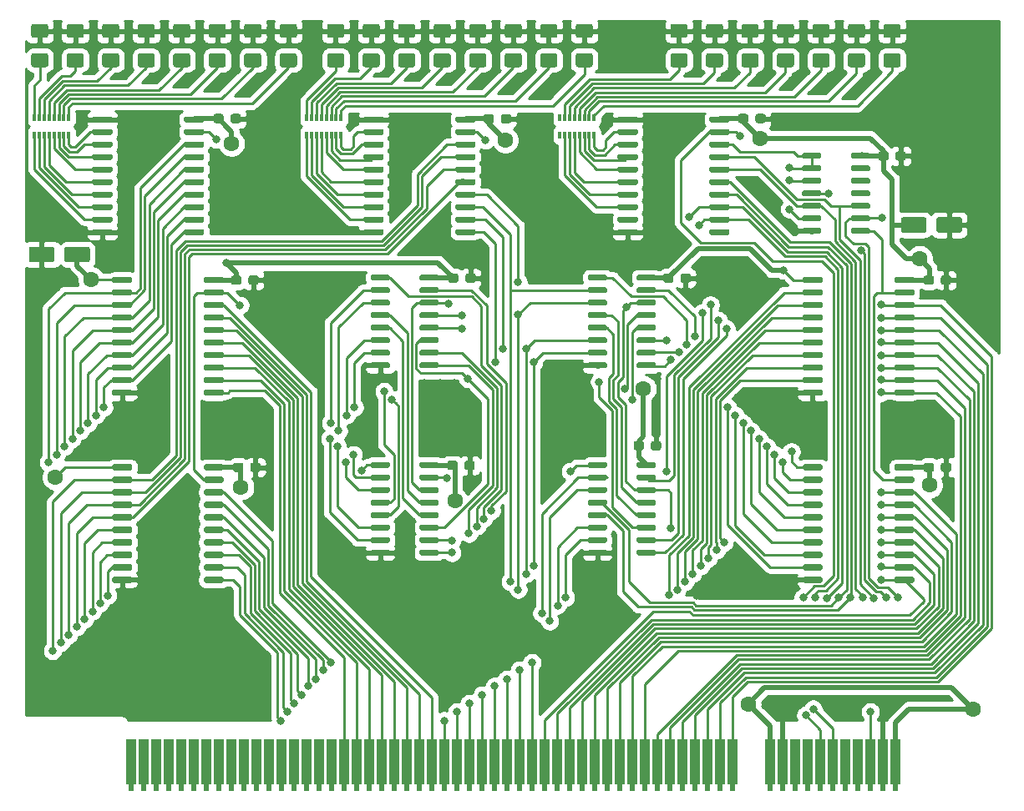
<source format=gbr>
G04 #@! TF.GenerationSoftware,KiCad,Pcbnew,(5.1.8)-1*
G04 #@! TF.CreationDate,2021-01-24T11:35:45-08:00*
G04 #@! TF.ProjectId,AddressRegisterModule,41646472-6573-4735-9265-676973746572,1.0*
G04 #@! TF.SameCoordinates,Original*
G04 #@! TF.FileFunction,Copper,L1,Top*
G04 #@! TF.FilePolarity,Positive*
%FSLAX46Y46*%
G04 Gerber Fmt 4.6, Leading zero omitted, Abs format (unit mm)*
G04 Created by KiCad (PCBNEW (5.1.8)-1) date 2021-01-24 11:35:45*
%MOMM*%
%LPD*%
G01*
G04 APERTURE LIST*
G04 #@! TA.AperFunction,ConnectorPad*
%ADD10R,1.020000X4.570000*%
G04 #@! TD*
G04 #@! TA.AperFunction,ConnectorPad*
%ADD11R,0.510000X0.760000*%
G04 #@! TD*
G04 #@! TA.AperFunction,SMDPad,CuDef*
%ADD12R,0.300000X0.800000*%
G04 #@! TD*
G04 #@! TA.AperFunction,ViaPad*
%ADD13C,0.800000*%
G04 #@! TD*
G04 #@! TA.AperFunction,ViaPad*
%ADD14C,1.600000*%
G04 #@! TD*
G04 #@! TA.AperFunction,Conductor*
%ADD15C,0.500000*%
G04 #@! TD*
G04 #@! TA.AperFunction,Conductor*
%ADD16C,0.250000*%
G04 #@! TD*
G04 #@! TA.AperFunction,Conductor*
%ADD17C,0.254000*%
G04 #@! TD*
G04 #@! TA.AperFunction,Conductor*
%ADD18C,0.100000*%
G04 #@! TD*
G04 APERTURE END LIST*
G04 #@! TA.AperFunction,SMDPad,CuDef*
G36*
G01*
X126325000Y-86935000D02*
X126325000Y-86635000D01*
G75*
G02*
X126475000Y-86485000I150000J0D01*
G01*
X128225000Y-86485000D01*
G75*
G02*
X128375000Y-86635000I0J-150000D01*
G01*
X128375000Y-86935000D01*
G75*
G02*
X128225000Y-87085000I-150000J0D01*
G01*
X126475000Y-87085000D01*
G75*
G02*
X126325000Y-86935000I0J150000D01*
G01*
G37*
G04 #@! TD.AperFunction*
G04 #@! TA.AperFunction,SMDPad,CuDef*
G36*
G01*
X126325000Y-88205000D02*
X126325000Y-87905000D01*
G75*
G02*
X126475000Y-87755000I150000J0D01*
G01*
X128225000Y-87755000D01*
G75*
G02*
X128375000Y-87905000I0J-150000D01*
G01*
X128375000Y-88205000D01*
G75*
G02*
X128225000Y-88355000I-150000J0D01*
G01*
X126475000Y-88355000D01*
G75*
G02*
X126325000Y-88205000I0J150000D01*
G01*
G37*
G04 #@! TD.AperFunction*
G04 #@! TA.AperFunction,SMDPad,CuDef*
G36*
G01*
X126325000Y-89475000D02*
X126325000Y-89175000D01*
G75*
G02*
X126475000Y-89025000I150000J0D01*
G01*
X128225000Y-89025000D01*
G75*
G02*
X128375000Y-89175000I0J-150000D01*
G01*
X128375000Y-89475000D01*
G75*
G02*
X128225000Y-89625000I-150000J0D01*
G01*
X126475000Y-89625000D01*
G75*
G02*
X126325000Y-89475000I0J150000D01*
G01*
G37*
G04 #@! TD.AperFunction*
G04 #@! TA.AperFunction,SMDPad,CuDef*
G36*
G01*
X126325000Y-90745000D02*
X126325000Y-90445000D01*
G75*
G02*
X126475000Y-90295000I150000J0D01*
G01*
X128225000Y-90295000D01*
G75*
G02*
X128375000Y-90445000I0J-150000D01*
G01*
X128375000Y-90745000D01*
G75*
G02*
X128225000Y-90895000I-150000J0D01*
G01*
X126475000Y-90895000D01*
G75*
G02*
X126325000Y-90745000I0J150000D01*
G01*
G37*
G04 #@! TD.AperFunction*
G04 #@! TA.AperFunction,SMDPad,CuDef*
G36*
G01*
X126325000Y-92015000D02*
X126325000Y-91715000D01*
G75*
G02*
X126475000Y-91565000I150000J0D01*
G01*
X128225000Y-91565000D01*
G75*
G02*
X128375000Y-91715000I0J-150000D01*
G01*
X128375000Y-92015000D01*
G75*
G02*
X128225000Y-92165000I-150000J0D01*
G01*
X126475000Y-92165000D01*
G75*
G02*
X126325000Y-92015000I0J150000D01*
G01*
G37*
G04 #@! TD.AperFunction*
G04 #@! TA.AperFunction,SMDPad,CuDef*
G36*
G01*
X126325000Y-93285000D02*
X126325000Y-92985000D01*
G75*
G02*
X126475000Y-92835000I150000J0D01*
G01*
X128225000Y-92835000D01*
G75*
G02*
X128375000Y-92985000I0J-150000D01*
G01*
X128375000Y-93285000D01*
G75*
G02*
X128225000Y-93435000I-150000J0D01*
G01*
X126475000Y-93435000D01*
G75*
G02*
X126325000Y-93285000I0J150000D01*
G01*
G37*
G04 #@! TD.AperFunction*
G04 #@! TA.AperFunction,SMDPad,CuDef*
G36*
G01*
X126325000Y-94555000D02*
X126325000Y-94255000D01*
G75*
G02*
X126475000Y-94105000I150000J0D01*
G01*
X128225000Y-94105000D01*
G75*
G02*
X128375000Y-94255000I0J-150000D01*
G01*
X128375000Y-94555000D01*
G75*
G02*
X128225000Y-94705000I-150000J0D01*
G01*
X126475000Y-94705000D01*
G75*
G02*
X126325000Y-94555000I0J150000D01*
G01*
G37*
G04 #@! TD.AperFunction*
G04 #@! TA.AperFunction,SMDPad,CuDef*
G36*
G01*
X126325000Y-95825000D02*
X126325000Y-95525000D01*
G75*
G02*
X126475000Y-95375000I150000J0D01*
G01*
X128225000Y-95375000D01*
G75*
G02*
X128375000Y-95525000I0J-150000D01*
G01*
X128375000Y-95825000D01*
G75*
G02*
X128225000Y-95975000I-150000J0D01*
G01*
X126475000Y-95975000D01*
G75*
G02*
X126325000Y-95825000I0J150000D01*
G01*
G37*
G04 #@! TD.AperFunction*
G04 #@! TA.AperFunction,SMDPad,CuDef*
G36*
G01*
X126325000Y-97095000D02*
X126325000Y-96795000D01*
G75*
G02*
X126475000Y-96645000I150000J0D01*
G01*
X128225000Y-96645000D01*
G75*
G02*
X128375000Y-96795000I0J-150000D01*
G01*
X128375000Y-97095000D01*
G75*
G02*
X128225000Y-97245000I-150000J0D01*
G01*
X126475000Y-97245000D01*
G75*
G02*
X126325000Y-97095000I0J150000D01*
G01*
G37*
G04 #@! TD.AperFunction*
G04 #@! TA.AperFunction,SMDPad,CuDef*
G36*
G01*
X126325000Y-98365000D02*
X126325000Y-98065000D01*
G75*
G02*
X126475000Y-97915000I150000J0D01*
G01*
X128225000Y-97915000D01*
G75*
G02*
X128375000Y-98065000I0J-150000D01*
G01*
X128375000Y-98365000D01*
G75*
G02*
X128225000Y-98515000I-150000J0D01*
G01*
X126475000Y-98515000D01*
G75*
G02*
X126325000Y-98365000I0J150000D01*
G01*
G37*
G04 #@! TD.AperFunction*
G04 #@! TA.AperFunction,SMDPad,CuDef*
G36*
G01*
X135625000Y-98365000D02*
X135625000Y-98065000D01*
G75*
G02*
X135775000Y-97915000I150000J0D01*
G01*
X137525000Y-97915000D01*
G75*
G02*
X137675000Y-98065000I0J-150000D01*
G01*
X137675000Y-98365000D01*
G75*
G02*
X137525000Y-98515000I-150000J0D01*
G01*
X135775000Y-98515000D01*
G75*
G02*
X135625000Y-98365000I0J150000D01*
G01*
G37*
G04 #@! TD.AperFunction*
G04 #@! TA.AperFunction,SMDPad,CuDef*
G36*
G01*
X135625000Y-97095000D02*
X135625000Y-96795000D01*
G75*
G02*
X135775000Y-96645000I150000J0D01*
G01*
X137525000Y-96645000D01*
G75*
G02*
X137675000Y-96795000I0J-150000D01*
G01*
X137675000Y-97095000D01*
G75*
G02*
X137525000Y-97245000I-150000J0D01*
G01*
X135775000Y-97245000D01*
G75*
G02*
X135625000Y-97095000I0J150000D01*
G01*
G37*
G04 #@! TD.AperFunction*
G04 #@! TA.AperFunction,SMDPad,CuDef*
G36*
G01*
X135625000Y-95825000D02*
X135625000Y-95525000D01*
G75*
G02*
X135775000Y-95375000I150000J0D01*
G01*
X137525000Y-95375000D01*
G75*
G02*
X137675000Y-95525000I0J-150000D01*
G01*
X137675000Y-95825000D01*
G75*
G02*
X137525000Y-95975000I-150000J0D01*
G01*
X135775000Y-95975000D01*
G75*
G02*
X135625000Y-95825000I0J150000D01*
G01*
G37*
G04 #@! TD.AperFunction*
G04 #@! TA.AperFunction,SMDPad,CuDef*
G36*
G01*
X135625000Y-94555000D02*
X135625000Y-94255000D01*
G75*
G02*
X135775000Y-94105000I150000J0D01*
G01*
X137525000Y-94105000D01*
G75*
G02*
X137675000Y-94255000I0J-150000D01*
G01*
X137675000Y-94555000D01*
G75*
G02*
X137525000Y-94705000I-150000J0D01*
G01*
X135775000Y-94705000D01*
G75*
G02*
X135625000Y-94555000I0J150000D01*
G01*
G37*
G04 #@! TD.AperFunction*
G04 #@! TA.AperFunction,SMDPad,CuDef*
G36*
G01*
X135625000Y-93285000D02*
X135625000Y-92985000D01*
G75*
G02*
X135775000Y-92835000I150000J0D01*
G01*
X137525000Y-92835000D01*
G75*
G02*
X137675000Y-92985000I0J-150000D01*
G01*
X137675000Y-93285000D01*
G75*
G02*
X137525000Y-93435000I-150000J0D01*
G01*
X135775000Y-93435000D01*
G75*
G02*
X135625000Y-93285000I0J150000D01*
G01*
G37*
G04 #@! TD.AperFunction*
G04 #@! TA.AperFunction,SMDPad,CuDef*
G36*
G01*
X135625000Y-92015000D02*
X135625000Y-91715000D01*
G75*
G02*
X135775000Y-91565000I150000J0D01*
G01*
X137525000Y-91565000D01*
G75*
G02*
X137675000Y-91715000I0J-150000D01*
G01*
X137675000Y-92015000D01*
G75*
G02*
X137525000Y-92165000I-150000J0D01*
G01*
X135775000Y-92165000D01*
G75*
G02*
X135625000Y-92015000I0J150000D01*
G01*
G37*
G04 #@! TD.AperFunction*
G04 #@! TA.AperFunction,SMDPad,CuDef*
G36*
G01*
X135625000Y-90745000D02*
X135625000Y-90445000D01*
G75*
G02*
X135775000Y-90295000I150000J0D01*
G01*
X137525000Y-90295000D01*
G75*
G02*
X137675000Y-90445000I0J-150000D01*
G01*
X137675000Y-90745000D01*
G75*
G02*
X137525000Y-90895000I-150000J0D01*
G01*
X135775000Y-90895000D01*
G75*
G02*
X135625000Y-90745000I0J150000D01*
G01*
G37*
G04 #@! TD.AperFunction*
G04 #@! TA.AperFunction,SMDPad,CuDef*
G36*
G01*
X135625000Y-89475000D02*
X135625000Y-89175000D01*
G75*
G02*
X135775000Y-89025000I150000J0D01*
G01*
X137525000Y-89025000D01*
G75*
G02*
X137675000Y-89175000I0J-150000D01*
G01*
X137675000Y-89475000D01*
G75*
G02*
X137525000Y-89625000I-150000J0D01*
G01*
X135775000Y-89625000D01*
G75*
G02*
X135625000Y-89475000I0J150000D01*
G01*
G37*
G04 #@! TD.AperFunction*
G04 #@! TA.AperFunction,SMDPad,CuDef*
G36*
G01*
X135625000Y-88205000D02*
X135625000Y-87905000D01*
G75*
G02*
X135775000Y-87755000I150000J0D01*
G01*
X137525000Y-87755000D01*
G75*
G02*
X137675000Y-87905000I0J-150000D01*
G01*
X137675000Y-88205000D01*
G75*
G02*
X137525000Y-88355000I-150000J0D01*
G01*
X135775000Y-88355000D01*
G75*
G02*
X135625000Y-88205000I0J150000D01*
G01*
G37*
G04 #@! TD.AperFunction*
G04 #@! TA.AperFunction,SMDPad,CuDef*
G36*
G01*
X135625000Y-86935000D02*
X135625000Y-86635000D01*
G75*
G02*
X135775000Y-86485000I150000J0D01*
G01*
X137525000Y-86485000D01*
G75*
G02*
X137675000Y-86635000I0J-150000D01*
G01*
X137675000Y-86935000D01*
G75*
G02*
X137525000Y-87085000I-150000J0D01*
G01*
X135775000Y-87085000D01*
G75*
G02*
X135625000Y-86935000I0J150000D01*
G01*
G37*
G04 #@! TD.AperFunction*
G04 #@! TA.AperFunction,SMDPad,CuDef*
G36*
G01*
X205625000Y-67935000D02*
X205625000Y-67635000D01*
G75*
G02*
X205775000Y-67485000I150000J0D01*
G01*
X207525000Y-67485000D01*
G75*
G02*
X207675000Y-67635000I0J-150000D01*
G01*
X207675000Y-67935000D01*
G75*
G02*
X207525000Y-68085000I-150000J0D01*
G01*
X205775000Y-68085000D01*
G75*
G02*
X205625000Y-67935000I0J150000D01*
G01*
G37*
G04 #@! TD.AperFunction*
G04 #@! TA.AperFunction,SMDPad,CuDef*
G36*
G01*
X205625000Y-69205000D02*
X205625000Y-68905000D01*
G75*
G02*
X205775000Y-68755000I150000J0D01*
G01*
X207525000Y-68755000D01*
G75*
G02*
X207675000Y-68905000I0J-150000D01*
G01*
X207675000Y-69205000D01*
G75*
G02*
X207525000Y-69355000I-150000J0D01*
G01*
X205775000Y-69355000D01*
G75*
G02*
X205625000Y-69205000I0J150000D01*
G01*
G37*
G04 #@! TD.AperFunction*
G04 #@! TA.AperFunction,SMDPad,CuDef*
G36*
G01*
X205625000Y-70475000D02*
X205625000Y-70175000D01*
G75*
G02*
X205775000Y-70025000I150000J0D01*
G01*
X207525000Y-70025000D01*
G75*
G02*
X207675000Y-70175000I0J-150000D01*
G01*
X207675000Y-70475000D01*
G75*
G02*
X207525000Y-70625000I-150000J0D01*
G01*
X205775000Y-70625000D01*
G75*
G02*
X205625000Y-70475000I0J150000D01*
G01*
G37*
G04 #@! TD.AperFunction*
G04 #@! TA.AperFunction,SMDPad,CuDef*
G36*
G01*
X205625000Y-71745000D02*
X205625000Y-71445000D01*
G75*
G02*
X205775000Y-71295000I150000J0D01*
G01*
X207525000Y-71295000D01*
G75*
G02*
X207675000Y-71445000I0J-150000D01*
G01*
X207675000Y-71745000D01*
G75*
G02*
X207525000Y-71895000I-150000J0D01*
G01*
X205775000Y-71895000D01*
G75*
G02*
X205625000Y-71745000I0J150000D01*
G01*
G37*
G04 #@! TD.AperFunction*
G04 #@! TA.AperFunction,SMDPad,CuDef*
G36*
G01*
X205625000Y-73015000D02*
X205625000Y-72715000D01*
G75*
G02*
X205775000Y-72565000I150000J0D01*
G01*
X207525000Y-72565000D01*
G75*
G02*
X207675000Y-72715000I0J-150000D01*
G01*
X207675000Y-73015000D01*
G75*
G02*
X207525000Y-73165000I-150000J0D01*
G01*
X205775000Y-73165000D01*
G75*
G02*
X205625000Y-73015000I0J150000D01*
G01*
G37*
G04 #@! TD.AperFunction*
G04 #@! TA.AperFunction,SMDPad,CuDef*
G36*
G01*
X205625000Y-74285000D02*
X205625000Y-73985000D01*
G75*
G02*
X205775000Y-73835000I150000J0D01*
G01*
X207525000Y-73835000D01*
G75*
G02*
X207675000Y-73985000I0J-150000D01*
G01*
X207675000Y-74285000D01*
G75*
G02*
X207525000Y-74435000I-150000J0D01*
G01*
X205775000Y-74435000D01*
G75*
G02*
X205625000Y-74285000I0J150000D01*
G01*
G37*
G04 #@! TD.AperFunction*
G04 #@! TA.AperFunction,SMDPad,CuDef*
G36*
G01*
X205625000Y-75555000D02*
X205625000Y-75255000D01*
G75*
G02*
X205775000Y-75105000I150000J0D01*
G01*
X207525000Y-75105000D01*
G75*
G02*
X207675000Y-75255000I0J-150000D01*
G01*
X207675000Y-75555000D01*
G75*
G02*
X207525000Y-75705000I-150000J0D01*
G01*
X205775000Y-75705000D01*
G75*
G02*
X205625000Y-75555000I0J150000D01*
G01*
G37*
G04 #@! TD.AperFunction*
G04 #@! TA.AperFunction,SMDPad,CuDef*
G36*
G01*
X205625000Y-76825000D02*
X205625000Y-76525000D01*
G75*
G02*
X205775000Y-76375000I150000J0D01*
G01*
X207525000Y-76375000D01*
G75*
G02*
X207675000Y-76525000I0J-150000D01*
G01*
X207675000Y-76825000D01*
G75*
G02*
X207525000Y-76975000I-150000J0D01*
G01*
X205775000Y-76975000D01*
G75*
G02*
X205625000Y-76825000I0J150000D01*
G01*
G37*
G04 #@! TD.AperFunction*
G04 #@! TA.AperFunction,SMDPad,CuDef*
G36*
G01*
X205625000Y-78095000D02*
X205625000Y-77795000D01*
G75*
G02*
X205775000Y-77645000I150000J0D01*
G01*
X207525000Y-77645000D01*
G75*
G02*
X207675000Y-77795000I0J-150000D01*
G01*
X207675000Y-78095000D01*
G75*
G02*
X207525000Y-78245000I-150000J0D01*
G01*
X205775000Y-78245000D01*
G75*
G02*
X205625000Y-78095000I0J150000D01*
G01*
G37*
G04 #@! TD.AperFunction*
G04 #@! TA.AperFunction,SMDPad,CuDef*
G36*
G01*
X205625000Y-79365000D02*
X205625000Y-79065000D01*
G75*
G02*
X205775000Y-78915000I150000J0D01*
G01*
X207525000Y-78915000D01*
G75*
G02*
X207675000Y-79065000I0J-150000D01*
G01*
X207675000Y-79365000D01*
G75*
G02*
X207525000Y-79515000I-150000J0D01*
G01*
X205775000Y-79515000D01*
G75*
G02*
X205625000Y-79365000I0J150000D01*
G01*
G37*
G04 #@! TD.AperFunction*
G04 #@! TA.AperFunction,SMDPad,CuDef*
G36*
G01*
X196325000Y-79365000D02*
X196325000Y-79065000D01*
G75*
G02*
X196475000Y-78915000I150000J0D01*
G01*
X198225000Y-78915000D01*
G75*
G02*
X198375000Y-79065000I0J-150000D01*
G01*
X198375000Y-79365000D01*
G75*
G02*
X198225000Y-79515000I-150000J0D01*
G01*
X196475000Y-79515000D01*
G75*
G02*
X196325000Y-79365000I0J150000D01*
G01*
G37*
G04 #@! TD.AperFunction*
G04 #@! TA.AperFunction,SMDPad,CuDef*
G36*
G01*
X196325000Y-78095000D02*
X196325000Y-77795000D01*
G75*
G02*
X196475000Y-77645000I150000J0D01*
G01*
X198225000Y-77645000D01*
G75*
G02*
X198375000Y-77795000I0J-150000D01*
G01*
X198375000Y-78095000D01*
G75*
G02*
X198225000Y-78245000I-150000J0D01*
G01*
X196475000Y-78245000D01*
G75*
G02*
X196325000Y-78095000I0J150000D01*
G01*
G37*
G04 #@! TD.AperFunction*
G04 #@! TA.AperFunction,SMDPad,CuDef*
G36*
G01*
X196325000Y-76825000D02*
X196325000Y-76525000D01*
G75*
G02*
X196475000Y-76375000I150000J0D01*
G01*
X198225000Y-76375000D01*
G75*
G02*
X198375000Y-76525000I0J-150000D01*
G01*
X198375000Y-76825000D01*
G75*
G02*
X198225000Y-76975000I-150000J0D01*
G01*
X196475000Y-76975000D01*
G75*
G02*
X196325000Y-76825000I0J150000D01*
G01*
G37*
G04 #@! TD.AperFunction*
G04 #@! TA.AperFunction,SMDPad,CuDef*
G36*
G01*
X196325000Y-75555000D02*
X196325000Y-75255000D01*
G75*
G02*
X196475000Y-75105000I150000J0D01*
G01*
X198225000Y-75105000D01*
G75*
G02*
X198375000Y-75255000I0J-150000D01*
G01*
X198375000Y-75555000D01*
G75*
G02*
X198225000Y-75705000I-150000J0D01*
G01*
X196475000Y-75705000D01*
G75*
G02*
X196325000Y-75555000I0J150000D01*
G01*
G37*
G04 #@! TD.AperFunction*
G04 #@! TA.AperFunction,SMDPad,CuDef*
G36*
G01*
X196325000Y-74285000D02*
X196325000Y-73985000D01*
G75*
G02*
X196475000Y-73835000I150000J0D01*
G01*
X198225000Y-73835000D01*
G75*
G02*
X198375000Y-73985000I0J-150000D01*
G01*
X198375000Y-74285000D01*
G75*
G02*
X198225000Y-74435000I-150000J0D01*
G01*
X196475000Y-74435000D01*
G75*
G02*
X196325000Y-74285000I0J150000D01*
G01*
G37*
G04 #@! TD.AperFunction*
G04 #@! TA.AperFunction,SMDPad,CuDef*
G36*
G01*
X196325000Y-73015000D02*
X196325000Y-72715000D01*
G75*
G02*
X196475000Y-72565000I150000J0D01*
G01*
X198225000Y-72565000D01*
G75*
G02*
X198375000Y-72715000I0J-150000D01*
G01*
X198375000Y-73015000D01*
G75*
G02*
X198225000Y-73165000I-150000J0D01*
G01*
X196475000Y-73165000D01*
G75*
G02*
X196325000Y-73015000I0J150000D01*
G01*
G37*
G04 #@! TD.AperFunction*
G04 #@! TA.AperFunction,SMDPad,CuDef*
G36*
G01*
X196325000Y-71745000D02*
X196325000Y-71445000D01*
G75*
G02*
X196475000Y-71295000I150000J0D01*
G01*
X198225000Y-71295000D01*
G75*
G02*
X198375000Y-71445000I0J-150000D01*
G01*
X198375000Y-71745000D01*
G75*
G02*
X198225000Y-71895000I-150000J0D01*
G01*
X196475000Y-71895000D01*
G75*
G02*
X196325000Y-71745000I0J150000D01*
G01*
G37*
G04 #@! TD.AperFunction*
G04 #@! TA.AperFunction,SMDPad,CuDef*
G36*
G01*
X196325000Y-70475000D02*
X196325000Y-70175000D01*
G75*
G02*
X196475000Y-70025000I150000J0D01*
G01*
X198225000Y-70025000D01*
G75*
G02*
X198375000Y-70175000I0J-150000D01*
G01*
X198375000Y-70475000D01*
G75*
G02*
X198225000Y-70625000I-150000J0D01*
G01*
X196475000Y-70625000D01*
G75*
G02*
X196325000Y-70475000I0J150000D01*
G01*
G37*
G04 #@! TD.AperFunction*
G04 #@! TA.AperFunction,SMDPad,CuDef*
G36*
G01*
X196325000Y-69205000D02*
X196325000Y-68905000D01*
G75*
G02*
X196475000Y-68755000I150000J0D01*
G01*
X198225000Y-68755000D01*
G75*
G02*
X198375000Y-68905000I0J-150000D01*
G01*
X198375000Y-69205000D01*
G75*
G02*
X198225000Y-69355000I-150000J0D01*
G01*
X196475000Y-69355000D01*
G75*
G02*
X196325000Y-69205000I0J150000D01*
G01*
G37*
G04 #@! TD.AperFunction*
G04 #@! TA.AperFunction,SMDPad,CuDef*
G36*
G01*
X196325000Y-67935000D02*
X196325000Y-67635000D01*
G75*
G02*
X196475000Y-67485000I150000J0D01*
G01*
X198225000Y-67485000D01*
G75*
G02*
X198375000Y-67635000I0J-150000D01*
G01*
X198375000Y-67935000D01*
G75*
G02*
X198225000Y-68085000I-150000J0D01*
G01*
X196475000Y-68085000D01*
G75*
G02*
X196325000Y-67935000I0J150000D01*
G01*
G37*
G04 #@! TD.AperFunction*
G04 #@! TA.AperFunction,SMDPad,CuDef*
G36*
G01*
X152550000Y-67705000D02*
X152550000Y-67405000D01*
G75*
G02*
X152700000Y-67255000I150000J0D01*
G01*
X154350000Y-67255000D01*
G75*
G02*
X154500000Y-67405000I0J-150000D01*
G01*
X154500000Y-67705000D01*
G75*
G02*
X154350000Y-67855000I-150000J0D01*
G01*
X152700000Y-67855000D01*
G75*
G02*
X152550000Y-67705000I0J150000D01*
G01*
G37*
G04 #@! TD.AperFunction*
G04 #@! TA.AperFunction,SMDPad,CuDef*
G36*
G01*
X152550000Y-68975000D02*
X152550000Y-68675000D01*
G75*
G02*
X152700000Y-68525000I150000J0D01*
G01*
X154350000Y-68525000D01*
G75*
G02*
X154500000Y-68675000I0J-150000D01*
G01*
X154500000Y-68975000D01*
G75*
G02*
X154350000Y-69125000I-150000J0D01*
G01*
X152700000Y-69125000D01*
G75*
G02*
X152550000Y-68975000I0J150000D01*
G01*
G37*
G04 #@! TD.AperFunction*
G04 #@! TA.AperFunction,SMDPad,CuDef*
G36*
G01*
X152550000Y-70245000D02*
X152550000Y-69945000D01*
G75*
G02*
X152700000Y-69795000I150000J0D01*
G01*
X154350000Y-69795000D01*
G75*
G02*
X154500000Y-69945000I0J-150000D01*
G01*
X154500000Y-70245000D01*
G75*
G02*
X154350000Y-70395000I-150000J0D01*
G01*
X152700000Y-70395000D01*
G75*
G02*
X152550000Y-70245000I0J150000D01*
G01*
G37*
G04 #@! TD.AperFunction*
G04 #@! TA.AperFunction,SMDPad,CuDef*
G36*
G01*
X152550000Y-71515000D02*
X152550000Y-71215000D01*
G75*
G02*
X152700000Y-71065000I150000J0D01*
G01*
X154350000Y-71065000D01*
G75*
G02*
X154500000Y-71215000I0J-150000D01*
G01*
X154500000Y-71515000D01*
G75*
G02*
X154350000Y-71665000I-150000J0D01*
G01*
X152700000Y-71665000D01*
G75*
G02*
X152550000Y-71515000I0J150000D01*
G01*
G37*
G04 #@! TD.AperFunction*
G04 #@! TA.AperFunction,SMDPad,CuDef*
G36*
G01*
X152550000Y-72785000D02*
X152550000Y-72485000D01*
G75*
G02*
X152700000Y-72335000I150000J0D01*
G01*
X154350000Y-72335000D01*
G75*
G02*
X154500000Y-72485000I0J-150000D01*
G01*
X154500000Y-72785000D01*
G75*
G02*
X154350000Y-72935000I-150000J0D01*
G01*
X152700000Y-72935000D01*
G75*
G02*
X152550000Y-72785000I0J150000D01*
G01*
G37*
G04 #@! TD.AperFunction*
G04 #@! TA.AperFunction,SMDPad,CuDef*
G36*
G01*
X152550000Y-74055000D02*
X152550000Y-73755000D01*
G75*
G02*
X152700000Y-73605000I150000J0D01*
G01*
X154350000Y-73605000D01*
G75*
G02*
X154500000Y-73755000I0J-150000D01*
G01*
X154500000Y-74055000D01*
G75*
G02*
X154350000Y-74205000I-150000J0D01*
G01*
X152700000Y-74205000D01*
G75*
G02*
X152550000Y-74055000I0J150000D01*
G01*
G37*
G04 #@! TD.AperFunction*
G04 #@! TA.AperFunction,SMDPad,CuDef*
G36*
G01*
X152550000Y-75325000D02*
X152550000Y-75025000D01*
G75*
G02*
X152700000Y-74875000I150000J0D01*
G01*
X154350000Y-74875000D01*
G75*
G02*
X154500000Y-75025000I0J-150000D01*
G01*
X154500000Y-75325000D01*
G75*
G02*
X154350000Y-75475000I-150000J0D01*
G01*
X152700000Y-75475000D01*
G75*
G02*
X152550000Y-75325000I0J150000D01*
G01*
G37*
G04 #@! TD.AperFunction*
G04 #@! TA.AperFunction,SMDPad,CuDef*
G36*
G01*
X152550000Y-76595000D02*
X152550000Y-76295000D01*
G75*
G02*
X152700000Y-76145000I150000J0D01*
G01*
X154350000Y-76145000D01*
G75*
G02*
X154500000Y-76295000I0J-150000D01*
G01*
X154500000Y-76595000D01*
G75*
G02*
X154350000Y-76745000I-150000J0D01*
G01*
X152700000Y-76745000D01*
G75*
G02*
X152550000Y-76595000I0J150000D01*
G01*
G37*
G04 #@! TD.AperFunction*
G04 #@! TA.AperFunction,SMDPad,CuDef*
G36*
G01*
X157500000Y-76595000D02*
X157500000Y-76295000D01*
G75*
G02*
X157650000Y-76145000I150000J0D01*
G01*
X159300000Y-76145000D01*
G75*
G02*
X159450000Y-76295000I0J-150000D01*
G01*
X159450000Y-76595000D01*
G75*
G02*
X159300000Y-76745000I-150000J0D01*
G01*
X157650000Y-76745000D01*
G75*
G02*
X157500000Y-76595000I0J150000D01*
G01*
G37*
G04 #@! TD.AperFunction*
G04 #@! TA.AperFunction,SMDPad,CuDef*
G36*
G01*
X157500000Y-75325000D02*
X157500000Y-75025000D01*
G75*
G02*
X157650000Y-74875000I150000J0D01*
G01*
X159300000Y-74875000D01*
G75*
G02*
X159450000Y-75025000I0J-150000D01*
G01*
X159450000Y-75325000D01*
G75*
G02*
X159300000Y-75475000I-150000J0D01*
G01*
X157650000Y-75475000D01*
G75*
G02*
X157500000Y-75325000I0J150000D01*
G01*
G37*
G04 #@! TD.AperFunction*
G04 #@! TA.AperFunction,SMDPad,CuDef*
G36*
G01*
X157500000Y-74055000D02*
X157500000Y-73755000D01*
G75*
G02*
X157650000Y-73605000I150000J0D01*
G01*
X159300000Y-73605000D01*
G75*
G02*
X159450000Y-73755000I0J-150000D01*
G01*
X159450000Y-74055000D01*
G75*
G02*
X159300000Y-74205000I-150000J0D01*
G01*
X157650000Y-74205000D01*
G75*
G02*
X157500000Y-74055000I0J150000D01*
G01*
G37*
G04 #@! TD.AperFunction*
G04 #@! TA.AperFunction,SMDPad,CuDef*
G36*
G01*
X157500000Y-72785000D02*
X157500000Y-72485000D01*
G75*
G02*
X157650000Y-72335000I150000J0D01*
G01*
X159300000Y-72335000D01*
G75*
G02*
X159450000Y-72485000I0J-150000D01*
G01*
X159450000Y-72785000D01*
G75*
G02*
X159300000Y-72935000I-150000J0D01*
G01*
X157650000Y-72935000D01*
G75*
G02*
X157500000Y-72785000I0J150000D01*
G01*
G37*
G04 #@! TD.AperFunction*
G04 #@! TA.AperFunction,SMDPad,CuDef*
G36*
G01*
X157500000Y-71515000D02*
X157500000Y-71215000D01*
G75*
G02*
X157650000Y-71065000I150000J0D01*
G01*
X159300000Y-71065000D01*
G75*
G02*
X159450000Y-71215000I0J-150000D01*
G01*
X159450000Y-71515000D01*
G75*
G02*
X159300000Y-71665000I-150000J0D01*
G01*
X157650000Y-71665000D01*
G75*
G02*
X157500000Y-71515000I0J150000D01*
G01*
G37*
G04 #@! TD.AperFunction*
G04 #@! TA.AperFunction,SMDPad,CuDef*
G36*
G01*
X157500000Y-70245000D02*
X157500000Y-69945000D01*
G75*
G02*
X157650000Y-69795000I150000J0D01*
G01*
X159300000Y-69795000D01*
G75*
G02*
X159450000Y-69945000I0J-150000D01*
G01*
X159450000Y-70245000D01*
G75*
G02*
X159300000Y-70395000I-150000J0D01*
G01*
X157650000Y-70395000D01*
G75*
G02*
X157500000Y-70245000I0J150000D01*
G01*
G37*
G04 #@! TD.AperFunction*
G04 #@! TA.AperFunction,SMDPad,CuDef*
G36*
G01*
X157500000Y-68975000D02*
X157500000Y-68675000D01*
G75*
G02*
X157650000Y-68525000I150000J0D01*
G01*
X159300000Y-68525000D01*
G75*
G02*
X159450000Y-68675000I0J-150000D01*
G01*
X159450000Y-68975000D01*
G75*
G02*
X159300000Y-69125000I-150000J0D01*
G01*
X157650000Y-69125000D01*
G75*
G02*
X157500000Y-68975000I0J150000D01*
G01*
G37*
G04 #@! TD.AperFunction*
G04 #@! TA.AperFunction,SMDPad,CuDef*
G36*
G01*
X157500000Y-67705000D02*
X157500000Y-67405000D01*
G75*
G02*
X157650000Y-67255000I150000J0D01*
G01*
X159300000Y-67255000D01*
G75*
G02*
X159450000Y-67405000I0J-150000D01*
G01*
X159450000Y-67705000D01*
G75*
G02*
X159300000Y-67855000I-150000J0D01*
G01*
X157650000Y-67855000D01*
G75*
G02*
X157500000Y-67705000I0J150000D01*
G01*
G37*
G04 #@! TD.AperFunction*
G04 #@! TA.AperFunction,SMDPad,CuDef*
G36*
G01*
X129175000Y-41800000D02*
X130425000Y-41800000D01*
G75*
G02*
X130675000Y-42050000I0J-250000D01*
G01*
X130675000Y-42975000D01*
G75*
G02*
X130425000Y-43225000I-250000J0D01*
G01*
X129175000Y-43225000D01*
G75*
G02*
X128925000Y-42975000I0J250000D01*
G01*
X128925000Y-42050000D01*
G75*
G02*
X129175000Y-41800000I250000J0D01*
G01*
G37*
G04 #@! TD.AperFunction*
G04 #@! TA.AperFunction,SMDPad,CuDef*
G36*
G01*
X129175000Y-44775000D02*
X130425000Y-44775000D01*
G75*
G02*
X130675000Y-45025000I0J-250000D01*
G01*
X130675000Y-45950000D01*
G75*
G02*
X130425000Y-46200000I-250000J0D01*
G01*
X129175000Y-46200000D01*
G75*
G02*
X128925000Y-45950000I0J250000D01*
G01*
X128925000Y-45025000D01*
G75*
G02*
X129175000Y-44775000I250000J0D01*
G01*
G37*
G04 #@! TD.AperFunction*
G04 #@! TA.AperFunction,SMDPad,CuDef*
G36*
G01*
X182000000Y-84362500D02*
X182000000Y-84837500D01*
G75*
G02*
X181762500Y-85075000I-237500J0D01*
G01*
X181187500Y-85075000D01*
G75*
G02*
X180950000Y-84837500I0J237500D01*
G01*
X180950000Y-84362500D01*
G75*
G02*
X181187500Y-84125000I237500J0D01*
G01*
X181762500Y-84125000D01*
G75*
G02*
X182000000Y-84362500I0J-237500D01*
G01*
G37*
G04 #@! TD.AperFunction*
G04 #@! TA.AperFunction,SMDPad,CuDef*
G36*
G01*
X180250000Y-84362500D02*
X180250000Y-84837500D01*
G75*
G02*
X180012500Y-85075000I-237500J0D01*
G01*
X179437500Y-85075000D01*
G75*
G02*
X179200000Y-84837500I0J237500D01*
G01*
X179200000Y-84362500D01*
G75*
G02*
X179437500Y-84125000I237500J0D01*
G01*
X180012500Y-84125000D01*
G75*
G02*
X180250000Y-84362500I0J-237500D01*
G01*
G37*
G04 #@! TD.AperFunction*
G04 #@! TA.AperFunction,SMDPad,CuDef*
G36*
G01*
X183250000Y-67362500D02*
X183250000Y-67837500D01*
G75*
G02*
X183012500Y-68075000I-237500J0D01*
G01*
X182437500Y-68075000D01*
G75*
G02*
X182200000Y-67837500I0J237500D01*
G01*
X182200000Y-67362500D01*
G75*
G02*
X182437500Y-67125000I237500J0D01*
G01*
X183012500Y-67125000D01*
G75*
G02*
X183250000Y-67362500I0J-237500D01*
G01*
G37*
G04 #@! TD.AperFunction*
G04 #@! TA.AperFunction,SMDPad,CuDef*
G36*
G01*
X185000000Y-67362500D02*
X185000000Y-67837500D01*
G75*
G02*
X184762500Y-68075000I-237500J0D01*
G01*
X184187500Y-68075000D01*
G75*
G02*
X183950000Y-67837500I0J237500D01*
G01*
X183950000Y-67362500D01*
G75*
G02*
X184187500Y-67125000I237500J0D01*
G01*
X184762500Y-67125000D01*
G75*
G02*
X185000000Y-67362500I0J-237500D01*
G01*
G37*
G04 #@! TD.AperFunction*
G04 #@! TA.AperFunction,SMDPad,CuDef*
G36*
G01*
X163100000Y-86362500D02*
X163100000Y-86837500D01*
G75*
G02*
X162862500Y-87075000I-237500J0D01*
G01*
X162287500Y-87075000D01*
G75*
G02*
X162050000Y-86837500I0J237500D01*
G01*
X162050000Y-86362500D01*
G75*
G02*
X162287500Y-86125000I237500J0D01*
G01*
X162862500Y-86125000D01*
G75*
G02*
X163100000Y-86362500I0J-237500D01*
G01*
G37*
G04 #@! TD.AperFunction*
G04 #@! TA.AperFunction,SMDPad,CuDef*
G36*
G01*
X161350000Y-86362500D02*
X161350000Y-86837500D01*
G75*
G02*
X161112500Y-87075000I-237500J0D01*
G01*
X160537500Y-87075000D01*
G75*
G02*
X160300000Y-86837500I0J237500D01*
G01*
X160300000Y-86362500D01*
G75*
G02*
X160537500Y-86125000I237500J0D01*
G01*
X161112500Y-86125000D01*
G75*
G02*
X161350000Y-86362500I0J-237500D01*
G01*
G37*
G04 #@! TD.AperFunction*
G04 #@! TA.AperFunction,SMDPad,CuDef*
G36*
G01*
X161450000Y-67362500D02*
X161450000Y-67837500D01*
G75*
G02*
X161212500Y-68075000I-237500J0D01*
G01*
X160637500Y-68075000D01*
G75*
G02*
X160400000Y-67837500I0J237500D01*
G01*
X160400000Y-67362500D01*
G75*
G02*
X160637500Y-67125000I237500J0D01*
G01*
X161212500Y-67125000D01*
G75*
G02*
X161450000Y-67362500I0J-237500D01*
G01*
G37*
G04 #@! TD.AperFunction*
G04 #@! TA.AperFunction,SMDPad,CuDef*
G36*
G01*
X163200000Y-67362500D02*
X163200000Y-67837500D01*
G75*
G02*
X162962500Y-68075000I-237500J0D01*
G01*
X162387500Y-68075000D01*
G75*
G02*
X162150000Y-67837500I0J237500D01*
G01*
X162150000Y-67362500D01*
G75*
G02*
X162387500Y-67125000I237500J0D01*
G01*
X162962500Y-67125000D01*
G75*
G02*
X163200000Y-67362500I0J-237500D01*
G01*
G37*
G04 #@! TD.AperFunction*
G04 #@! TA.AperFunction,SMDPad,CuDef*
G36*
G01*
X211400000Y-67562500D02*
X211400000Y-68037500D01*
G75*
G02*
X211162500Y-68275000I-237500J0D01*
G01*
X210587500Y-68275000D01*
G75*
G02*
X210350000Y-68037500I0J237500D01*
G01*
X210350000Y-67562500D01*
G75*
G02*
X210587500Y-67325000I237500J0D01*
G01*
X211162500Y-67325000D01*
G75*
G02*
X211400000Y-67562500I0J-237500D01*
G01*
G37*
G04 #@! TD.AperFunction*
G04 #@! TA.AperFunction,SMDPad,CuDef*
G36*
G01*
X209650000Y-67562500D02*
X209650000Y-68037500D01*
G75*
G02*
X209412500Y-68275000I-237500J0D01*
G01*
X208837500Y-68275000D01*
G75*
G02*
X208600000Y-68037500I0J237500D01*
G01*
X208600000Y-67562500D01*
G75*
G02*
X208837500Y-67325000I237500J0D01*
G01*
X209412500Y-67325000D01*
G75*
G02*
X209650000Y-67562500I0J-237500D01*
G01*
G37*
G04 #@! TD.AperFunction*
G04 #@! TA.AperFunction,SMDPad,CuDef*
G36*
G01*
X211400000Y-86562500D02*
X211400000Y-87037500D01*
G75*
G02*
X211162500Y-87275000I-237500J0D01*
G01*
X210587500Y-87275000D01*
G75*
G02*
X210350000Y-87037500I0J237500D01*
G01*
X210350000Y-86562500D01*
G75*
G02*
X210587500Y-86325000I237500J0D01*
G01*
X211162500Y-86325000D01*
G75*
G02*
X211400000Y-86562500I0J-237500D01*
G01*
G37*
G04 #@! TD.AperFunction*
G04 #@! TA.AperFunction,SMDPad,CuDef*
G36*
G01*
X209650000Y-86562500D02*
X209650000Y-87037500D01*
G75*
G02*
X209412500Y-87275000I-237500J0D01*
G01*
X208837500Y-87275000D01*
G75*
G02*
X208600000Y-87037500I0J237500D01*
G01*
X208600000Y-86562500D01*
G75*
G02*
X208837500Y-86325000I237500J0D01*
G01*
X209412500Y-86325000D01*
G75*
G02*
X209650000Y-86562500I0J-237500D01*
G01*
G37*
G04 #@! TD.AperFunction*
G04 #@! TA.AperFunction,SMDPad,CuDef*
G36*
G01*
X139650000Y-86562500D02*
X139650000Y-87037500D01*
G75*
G02*
X139412500Y-87275000I-237500J0D01*
G01*
X138837500Y-87275000D01*
G75*
G02*
X138600000Y-87037500I0J237500D01*
G01*
X138600000Y-86562500D01*
G75*
G02*
X138837500Y-86325000I237500J0D01*
G01*
X139412500Y-86325000D01*
G75*
G02*
X139650000Y-86562500I0J-237500D01*
G01*
G37*
G04 #@! TD.AperFunction*
G04 #@! TA.AperFunction,SMDPad,CuDef*
G36*
G01*
X141400000Y-86562500D02*
X141400000Y-87037500D01*
G75*
G02*
X141162500Y-87275000I-237500J0D01*
G01*
X140587500Y-87275000D01*
G75*
G02*
X140350000Y-87037500I0J237500D01*
G01*
X140350000Y-86562500D01*
G75*
G02*
X140587500Y-86325000I237500J0D01*
G01*
X141162500Y-86325000D01*
G75*
G02*
X141400000Y-86562500I0J-237500D01*
G01*
G37*
G04 #@! TD.AperFunction*
G04 #@! TA.AperFunction,SMDPad,CuDef*
G36*
G01*
X141200000Y-67562500D02*
X141200000Y-68037500D01*
G75*
G02*
X140962500Y-68275000I-237500J0D01*
G01*
X140387500Y-68275000D01*
G75*
G02*
X140150000Y-68037500I0J237500D01*
G01*
X140150000Y-67562500D01*
G75*
G02*
X140387500Y-67325000I237500J0D01*
G01*
X140962500Y-67325000D01*
G75*
G02*
X141200000Y-67562500I0J-237500D01*
G01*
G37*
G04 #@! TD.AperFunction*
G04 #@! TA.AperFunction,SMDPad,CuDef*
G36*
G01*
X139450000Y-67562500D02*
X139450000Y-68037500D01*
G75*
G02*
X139212500Y-68275000I-237500J0D01*
G01*
X138637500Y-68275000D01*
G75*
G02*
X138400000Y-68037500I0J237500D01*
G01*
X138400000Y-67562500D01*
G75*
G02*
X138637500Y-67325000I237500J0D01*
G01*
X139212500Y-67325000D01*
G75*
G02*
X139450000Y-67562500I0J-237500D01*
G01*
G37*
G04 #@! TD.AperFunction*
G04 #@! TA.AperFunction,SMDPad,CuDef*
G36*
G01*
X165050000Y-51187500D02*
X165050000Y-51662500D01*
G75*
G02*
X164812500Y-51900000I-237500J0D01*
G01*
X164237500Y-51900000D01*
G75*
G02*
X164000000Y-51662500I0J237500D01*
G01*
X164000000Y-51187500D01*
G75*
G02*
X164237500Y-50950000I237500J0D01*
G01*
X164812500Y-50950000D01*
G75*
G02*
X165050000Y-51187500I0J-237500D01*
G01*
G37*
G04 #@! TD.AperFunction*
G04 #@! TA.AperFunction,SMDPad,CuDef*
G36*
G01*
X166800000Y-51187500D02*
X166800000Y-51662500D01*
G75*
G02*
X166562500Y-51900000I-237500J0D01*
G01*
X165987500Y-51900000D01*
G75*
G02*
X165750000Y-51662500I0J237500D01*
G01*
X165750000Y-51187500D01*
G75*
G02*
X165987500Y-50950000I237500J0D01*
G01*
X166562500Y-50950000D01*
G75*
G02*
X166800000Y-51187500I0J-237500D01*
G01*
G37*
G04 #@! TD.AperFunction*
G04 #@! TA.AperFunction,SMDPad,CuDef*
G36*
G01*
X137650000Y-51162500D02*
X137650000Y-51637500D01*
G75*
G02*
X137412500Y-51875000I-237500J0D01*
G01*
X136837500Y-51875000D01*
G75*
G02*
X136600000Y-51637500I0J237500D01*
G01*
X136600000Y-51162500D01*
G75*
G02*
X136837500Y-50925000I237500J0D01*
G01*
X137412500Y-50925000D01*
G75*
G02*
X137650000Y-51162500I0J-237500D01*
G01*
G37*
G04 #@! TD.AperFunction*
G04 #@! TA.AperFunction,SMDPad,CuDef*
G36*
G01*
X139400000Y-51162500D02*
X139400000Y-51637500D01*
G75*
G02*
X139162500Y-51875000I-237500J0D01*
G01*
X138587500Y-51875000D01*
G75*
G02*
X138350000Y-51637500I0J237500D01*
G01*
X138350000Y-51162500D01*
G75*
G02*
X138587500Y-50925000I237500J0D01*
G01*
X139162500Y-50925000D01*
G75*
G02*
X139400000Y-51162500I0J-237500D01*
G01*
G37*
G04 #@! TD.AperFunction*
G04 #@! TA.AperFunction,SMDPad,CuDef*
G36*
G01*
X190850000Y-51162500D02*
X190850000Y-51637500D01*
G75*
G02*
X190612500Y-51875000I-237500J0D01*
G01*
X190037500Y-51875000D01*
G75*
G02*
X189800000Y-51637500I0J237500D01*
G01*
X189800000Y-51162500D01*
G75*
G02*
X190037500Y-50925000I237500J0D01*
G01*
X190612500Y-50925000D01*
G75*
G02*
X190850000Y-51162500I0J-237500D01*
G01*
G37*
G04 #@! TD.AperFunction*
G04 #@! TA.AperFunction,SMDPad,CuDef*
G36*
G01*
X192600000Y-51162500D02*
X192600000Y-51637500D01*
G75*
G02*
X192362500Y-51875000I-237500J0D01*
G01*
X191787500Y-51875000D01*
G75*
G02*
X191550000Y-51637500I0J237500D01*
G01*
X191550000Y-51162500D01*
G75*
G02*
X191787500Y-50925000I237500J0D01*
G01*
X192362500Y-50925000D01*
G75*
G02*
X192600000Y-51162500I0J-237500D01*
G01*
G37*
G04 #@! TD.AperFunction*
G04 #@! TA.AperFunction,SMDPad,CuDef*
G36*
G01*
X206800000Y-54962500D02*
X206800000Y-55437500D01*
G75*
G02*
X206562500Y-55675000I-237500J0D01*
G01*
X205987500Y-55675000D01*
G75*
G02*
X205750000Y-55437500I0J237500D01*
G01*
X205750000Y-54962500D01*
G75*
G02*
X205987500Y-54725000I237500J0D01*
G01*
X206562500Y-54725000D01*
G75*
G02*
X206800000Y-54962500I0J-237500D01*
G01*
G37*
G04 #@! TD.AperFunction*
G04 #@! TA.AperFunction,SMDPad,CuDef*
G36*
G01*
X205050000Y-54962500D02*
X205050000Y-55437500D01*
G75*
G02*
X204812500Y-55675000I-237500J0D01*
G01*
X204237500Y-55675000D01*
G75*
G02*
X204000000Y-55437500I0J237500D01*
G01*
X204000000Y-54962500D01*
G75*
G02*
X204237500Y-54725000I237500J0D01*
G01*
X204812500Y-54725000D01*
G75*
G02*
X205050000Y-54962500I0J-237500D01*
G01*
G37*
G04 #@! TD.AperFunction*
G04 #@! TA.AperFunction,SMDPad,CuDef*
G36*
G01*
X173575000Y-44775000D02*
X174825000Y-44775000D01*
G75*
G02*
X175075000Y-45025000I0J-250000D01*
G01*
X175075000Y-45950000D01*
G75*
G02*
X174825000Y-46200000I-250000J0D01*
G01*
X173575000Y-46200000D01*
G75*
G02*
X173325000Y-45950000I0J250000D01*
G01*
X173325000Y-45025000D01*
G75*
G02*
X173575000Y-44775000I250000J0D01*
G01*
G37*
G04 #@! TD.AperFunction*
G04 #@! TA.AperFunction,SMDPad,CuDef*
G36*
G01*
X173575000Y-41800000D02*
X174825000Y-41800000D01*
G75*
G02*
X175075000Y-42050000I0J-250000D01*
G01*
X175075000Y-42975000D01*
G75*
G02*
X174825000Y-43225000I-250000J0D01*
G01*
X173575000Y-43225000D01*
G75*
G02*
X173325000Y-42975000I0J250000D01*
G01*
X173325000Y-42050000D01*
G75*
G02*
X173575000Y-41800000I250000J0D01*
G01*
G37*
G04 #@! TD.AperFunction*
G04 #@! TA.AperFunction,SMDPad,CuDef*
G36*
G01*
X169975000Y-41800000D02*
X171225000Y-41800000D01*
G75*
G02*
X171475000Y-42050000I0J-250000D01*
G01*
X171475000Y-42975000D01*
G75*
G02*
X171225000Y-43225000I-250000J0D01*
G01*
X169975000Y-43225000D01*
G75*
G02*
X169725000Y-42975000I0J250000D01*
G01*
X169725000Y-42050000D01*
G75*
G02*
X169975000Y-41800000I250000J0D01*
G01*
G37*
G04 #@! TD.AperFunction*
G04 #@! TA.AperFunction,SMDPad,CuDef*
G36*
G01*
X169975000Y-44775000D02*
X171225000Y-44775000D01*
G75*
G02*
X171475000Y-45025000I0J-250000D01*
G01*
X171475000Y-45950000D01*
G75*
G02*
X171225000Y-46200000I-250000J0D01*
G01*
X169975000Y-46200000D01*
G75*
G02*
X169725000Y-45950000I0J250000D01*
G01*
X169725000Y-45025000D01*
G75*
G02*
X169975000Y-44775000I250000J0D01*
G01*
G37*
G04 #@! TD.AperFunction*
G04 #@! TA.AperFunction,SMDPad,CuDef*
G36*
G01*
X166375000Y-44775000D02*
X167625000Y-44775000D01*
G75*
G02*
X167875000Y-45025000I0J-250000D01*
G01*
X167875000Y-45950000D01*
G75*
G02*
X167625000Y-46200000I-250000J0D01*
G01*
X166375000Y-46200000D01*
G75*
G02*
X166125000Y-45950000I0J250000D01*
G01*
X166125000Y-45025000D01*
G75*
G02*
X166375000Y-44775000I250000J0D01*
G01*
G37*
G04 #@! TD.AperFunction*
G04 #@! TA.AperFunction,SMDPad,CuDef*
G36*
G01*
X166375000Y-41800000D02*
X167625000Y-41800000D01*
G75*
G02*
X167875000Y-42050000I0J-250000D01*
G01*
X167875000Y-42975000D01*
G75*
G02*
X167625000Y-43225000I-250000J0D01*
G01*
X166375000Y-43225000D01*
G75*
G02*
X166125000Y-42975000I0J250000D01*
G01*
X166125000Y-42050000D01*
G75*
G02*
X166375000Y-41800000I250000J0D01*
G01*
G37*
G04 #@! TD.AperFunction*
G04 #@! TA.AperFunction,SMDPad,CuDef*
G36*
G01*
X162775000Y-41800000D02*
X164025000Y-41800000D01*
G75*
G02*
X164275000Y-42050000I0J-250000D01*
G01*
X164275000Y-42975000D01*
G75*
G02*
X164025000Y-43225000I-250000J0D01*
G01*
X162775000Y-43225000D01*
G75*
G02*
X162525000Y-42975000I0J250000D01*
G01*
X162525000Y-42050000D01*
G75*
G02*
X162775000Y-41800000I250000J0D01*
G01*
G37*
G04 #@! TD.AperFunction*
G04 #@! TA.AperFunction,SMDPad,CuDef*
G36*
G01*
X162775000Y-44775000D02*
X164025000Y-44775000D01*
G75*
G02*
X164275000Y-45025000I0J-250000D01*
G01*
X164275000Y-45950000D01*
G75*
G02*
X164025000Y-46200000I-250000J0D01*
G01*
X162775000Y-46200000D01*
G75*
G02*
X162525000Y-45950000I0J250000D01*
G01*
X162525000Y-45025000D01*
G75*
G02*
X162775000Y-44775000I250000J0D01*
G01*
G37*
G04 #@! TD.AperFunction*
G04 #@! TA.AperFunction,SMDPad,CuDef*
G36*
G01*
X159175000Y-44775000D02*
X160425000Y-44775000D01*
G75*
G02*
X160675000Y-45025000I0J-250000D01*
G01*
X160675000Y-45950000D01*
G75*
G02*
X160425000Y-46200000I-250000J0D01*
G01*
X159175000Y-46200000D01*
G75*
G02*
X158925000Y-45950000I0J250000D01*
G01*
X158925000Y-45025000D01*
G75*
G02*
X159175000Y-44775000I250000J0D01*
G01*
G37*
G04 #@! TD.AperFunction*
G04 #@! TA.AperFunction,SMDPad,CuDef*
G36*
G01*
X159175000Y-41800000D02*
X160425000Y-41800000D01*
G75*
G02*
X160675000Y-42050000I0J-250000D01*
G01*
X160675000Y-42975000D01*
G75*
G02*
X160425000Y-43225000I-250000J0D01*
G01*
X159175000Y-43225000D01*
G75*
G02*
X158925000Y-42975000I0J250000D01*
G01*
X158925000Y-42050000D01*
G75*
G02*
X159175000Y-41800000I250000J0D01*
G01*
G37*
G04 #@! TD.AperFunction*
G04 #@! TA.AperFunction,SMDPad,CuDef*
G36*
G01*
X155575000Y-41800000D02*
X156825000Y-41800000D01*
G75*
G02*
X157075000Y-42050000I0J-250000D01*
G01*
X157075000Y-42975000D01*
G75*
G02*
X156825000Y-43225000I-250000J0D01*
G01*
X155575000Y-43225000D01*
G75*
G02*
X155325000Y-42975000I0J250000D01*
G01*
X155325000Y-42050000D01*
G75*
G02*
X155575000Y-41800000I250000J0D01*
G01*
G37*
G04 #@! TD.AperFunction*
G04 #@! TA.AperFunction,SMDPad,CuDef*
G36*
G01*
X155575000Y-44775000D02*
X156825000Y-44775000D01*
G75*
G02*
X157075000Y-45025000I0J-250000D01*
G01*
X157075000Y-45950000D01*
G75*
G02*
X156825000Y-46200000I-250000J0D01*
G01*
X155575000Y-46200000D01*
G75*
G02*
X155325000Y-45950000I0J250000D01*
G01*
X155325000Y-45025000D01*
G75*
G02*
X155575000Y-44775000I250000J0D01*
G01*
G37*
G04 #@! TD.AperFunction*
G04 #@! TA.AperFunction,SMDPad,CuDef*
G36*
G01*
X151975000Y-44775000D02*
X153225000Y-44775000D01*
G75*
G02*
X153475000Y-45025000I0J-250000D01*
G01*
X153475000Y-45950000D01*
G75*
G02*
X153225000Y-46200000I-250000J0D01*
G01*
X151975000Y-46200000D01*
G75*
G02*
X151725000Y-45950000I0J250000D01*
G01*
X151725000Y-45025000D01*
G75*
G02*
X151975000Y-44775000I250000J0D01*
G01*
G37*
G04 #@! TD.AperFunction*
G04 #@! TA.AperFunction,SMDPad,CuDef*
G36*
G01*
X151975000Y-41800000D02*
X153225000Y-41800000D01*
G75*
G02*
X153475000Y-42050000I0J-250000D01*
G01*
X153475000Y-42975000D01*
G75*
G02*
X153225000Y-43225000I-250000J0D01*
G01*
X151975000Y-43225000D01*
G75*
G02*
X151725000Y-42975000I0J250000D01*
G01*
X151725000Y-42050000D01*
G75*
G02*
X151975000Y-41800000I250000J0D01*
G01*
G37*
G04 #@! TD.AperFunction*
G04 #@! TA.AperFunction,SMDPad,CuDef*
G36*
G01*
X148375000Y-41800000D02*
X149625000Y-41800000D01*
G75*
G02*
X149875000Y-42050000I0J-250000D01*
G01*
X149875000Y-42975000D01*
G75*
G02*
X149625000Y-43225000I-250000J0D01*
G01*
X148375000Y-43225000D01*
G75*
G02*
X148125000Y-42975000I0J250000D01*
G01*
X148125000Y-42050000D01*
G75*
G02*
X148375000Y-41800000I250000J0D01*
G01*
G37*
G04 #@! TD.AperFunction*
G04 #@! TA.AperFunction,SMDPad,CuDef*
G36*
G01*
X148375000Y-44775000D02*
X149625000Y-44775000D01*
G75*
G02*
X149875000Y-45025000I0J-250000D01*
G01*
X149875000Y-45950000D01*
G75*
G02*
X149625000Y-46200000I-250000J0D01*
G01*
X148375000Y-46200000D01*
G75*
G02*
X148125000Y-45950000I0J250000D01*
G01*
X148125000Y-45025000D01*
G75*
G02*
X148375000Y-44775000I250000J0D01*
G01*
G37*
G04 #@! TD.AperFunction*
G04 #@! TA.AperFunction,SMDPad,CuDef*
G36*
G01*
X143575000Y-44775000D02*
X144825000Y-44775000D01*
G75*
G02*
X145075000Y-45025000I0J-250000D01*
G01*
X145075000Y-45950000D01*
G75*
G02*
X144825000Y-46200000I-250000J0D01*
G01*
X143575000Y-46200000D01*
G75*
G02*
X143325000Y-45950000I0J250000D01*
G01*
X143325000Y-45025000D01*
G75*
G02*
X143575000Y-44775000I250000J0D01*
G01*
G37*
G04 #@! TD.AperFunction*
G04 #@! TA.AperFunction,SMDPad,CuDef*
G36*
G01*
X143575000Y-41800000D02*
X144825000Y-41800000D01*
G75*
G02*
X145075000Y-42050000I0J-250000D01*
G01*
X145075000Y-42975000D01*
G75*
G02*
X144825000Y-43225000I-250000J0D01*
G01*
X143575000Y-43225000D01*
G75*
G02*
X143325000Y-42975000I0J250000D01*
G01*
X143325000Y-42050000D01*
G75*
G02*
X143575000Y-41800000I250000J0D01*
G01*
G37*
G04 #@! TD.AperFunction*
G04 #@! TA.AperFunction,SMDPad,CuDef*
G36*
G01*
X139975000Y-41800000D02*
X141225000Y-41800000D01*
G75*
G02*
X141475000Y-42050000I0J-250000D01*
G01*
X141475000Y-42975000D01*
G75*
G02*
X141225000Y-43225000I-250000J0D01*
G01*
X139975000Y-43225000D01*
G75*
G02*
X139725000Y-42975000I0J250000D01*
G01*
X139725000Y-42050000D01*
G75*
G02*
X139975000Y-41800000I250000J0D01*
G01*
G37*
G04 #@! TD.AperFunction*
G04 #@! TA.AperFunction,SMDPad,CuDef*
G36*
G01*
X139975000Y-44775000D02*
X141225000Y-44775000D01*
G75*
G02*
X141475000Y-45025000I0J-250000D01*
G01*
X141475000Y-45950000D01*
G75*
G02*
X141225000Y-46200000I-250000J0D01*
G01*
X139975000Y-46200000D01*
G75*
G02*
X139725000Y-45950000I0J250000D01*
G01*
X139725000Y-45025000D01*
G75*
G02*
X139975000Y-44775000I250000J0D01*
G01*
G37*
G04 #@! TD.AperFunction*
G04 #@! TA.AperFunction,SMDPad,CuDef*
G36*
G01*
X136375000Y-44775000D02*
X137625000Y-44775000D01*
G75*
G02*
X137875000Y-45025000I0J-250000D01*
G01*
X137875000Y-45950000D01*
G75*
G02*
X137625000Y-46200000I-250000J0D01*
G01*
X136375000Y-46200000D01*
G75*
G02*
X136125000Y-45950000I0J250000D01*
G01*
X136125000Y-45025000D01*
G75*
G02*
X136375000Y-44775000I250000J0D01*
G01*
G37*
G04 #@! TD.AperFunction*
G04 #@! TA.AperFunction,SMDPad,CuDef*
G36*
G01*
X136375000Y-41800000D02*
X137625000Y-41800000D01*
G75*
G02*
X137875000Y-42050000I0J-250000D01*
G01*
X137875000Y-42975000D01*
G75*
G02*
X137625000Y-43225000I-250000J0D01*
G01*
X136375000Y-43225000D01*
G75*
G02*
X136125000Y-42975000I0J250000D01*
G01*
X136125000Y-42050000D01*
G75*
G02*
X136375000Y-41800000I250000J0D01*
G01*
G37*
G04 #@! TD.AperFunction*
G04 #@! TA.AperFunction,SMDPad,CuDef*
G36*
G01*
X132775000Y-44775000D02*
X134025000Y-44775000D01*
G75*
G02*
X134275000Y-45025000I0J-250000D01*
G01*
X134275000Y-45950000D01*
G75*
G02*
X134025000Y-46200000I-250000J0D01*
G01*
X132775000Y-46200000D01*
G75*
G02*
X132525000Y-45950000I0J250000D01*
G01*
X132525000Y-45025000D01*
G75*
G02*
X132775000Y-44775000I250000J0D01*
G01*
G37*
G04 #@! TD.AperFunction*
G04 #@! TA.AperFunction,SMDPad,CuDef*
G36*
G01*
X132775000Y-41800000D02*
X134025000Y-41800000D01*
G75*
G02*
X134275000Y-42050000I0J-250000D01*
G01*
X134275000Y-42975000D01*
G75*
G02*
X134025000Y-43225000I-250000J0D01*
G01*
X132775000Y-43225000D01*
G75*
G02*
X132525000Y-42975000I0J250000D01*
G01*
X132525000Y-42050000D01*
G75*
G02*
X132775000Y-41800000I250000J0D01*
G01*
G37*
G04 #@! TD.AperFunction*
G04 #@! TA.AperFunction,SMDPad,CuDef*
G36*
G01*
X125575000Y-41800000D02*
X126825000Y-41800000D01*
G75*
G02*
X127075000Y-42050000I0J-250000D01*
G01*
X127075000Y-42975000D01*
G75*
G02*
X126825000Y-43225000I-250000J0D01*
G01*
X125575000Y-43225000D01*
G75*
G02*
X125325000Y-42975000I0J250000D01*
G01*
X125325000Y-42050000D01*
G75*
G02*
X125575000Y-41800000I250000J0D01*
G01*
G37*
G04 #@! TD.AperFunction*
G04 #@! TA.AperFunction,SMDPad,CuDef*
G36*
G01*
X125575000Y-44775000D02*
X126825000Y-44775000D01*
G75*
G02*
X127075000Y-45025000I0J-250000D01*
G01*
X127075000Y-45950000D01*
G75*
G02*
X126825000Y-46200000I-250000J0D01*
G01*
X125575000Y-46200000D01*
G75*
G02*
X125325000Y-45950000I0J250000D01*
G01*
X125325000Y-45025000D01*
G75*
G02*
X125575000Y-44775000I250000J0D01*
G01*
G37*
G04 #@! TD.AperFunction*
G04 #@! TA.AperFunction,SMDPad,CuDef*
G36*
G01*
X121975000Y-44775000D02*
X123225000Y-44775000D01*
G75*
G02*
X123475000Y-45025000I0J-250000D01*
G01*
X123475000Y-45950000D01*
G75*
G02*
X123225000Y-46200000I-250000J0D01*
G01*
X121975000Y-46200000D01*
G75*
G02*
X121725000Y-45950000I0J250000D01*
G01*
X121725000Y-45025000D01*
G75*
G02*
X121975000Y-44775000I250000J0D01*
G01*
G37*
G04 #@! TD.AperFunction*
G04 #@! TA.AperFunction,SMDPad,CuDef*
G36*
G01*
X121975000Y-41800000D02*
X123225000Y-41800000D01*
G75*
G02*
X123475000Y-42050000I0J-250000D01*
G01*
X123475000Y-42975000D01*
G75*
G02*
X123225000Y-43225000I-250000J0D01*
G01*
X121975000Y-43225000D01*
G75*
G02*
X121725000Y-42975000I0J250000D01*
G01*
X121725000Y-42050000D01*
G75*
G02*
X121975000Y-41800000I250000J0D01*
G01*
G37*
G04 #@! TD.AperFunction*
G04 #@! TA.AperFunction,SMDPad,CuDef*
G36*
G01*
X118375000Y-41800000D02*
X119625000Y-41800000D01*
G75*
G02*
X119875000Y-42050000I0J-250000D01*
G01*
X119875000Y-42975000D01*
G75*
G02*
X119625000Y-43225000I-250000J0D01*
G01*
X118375000Y-43225000D01*
G75*
G02*
X118125000Y-42975000I0J250000D01*
G01*
X118125000Y-42050000D01*
G75*
G02*
X118375000Y-41800000I250000J0D01*
G01*
G37*
G04 #@! TD.AperFunction*
G04 #@! TA.AperFunction,SMDPad,CuDef*
G36*
G01*
X118375000Y-44775000D02*
X119625000Y-44775000D01*
G75*
G02*
X119875000Y-45025000I0J-250000D01*
G01*
X119875000Y-45950000D01*
G75*
G02*
X119625000Y-46200000I-250000J0D01*
G01*
X118375000Y-46200000D01*
G75*
G02*
X118125000Y-45950000I0J250000D01*
G01*
X118125000Y-45025000D01*
G75*
G02*
X118375000Y-44775000I250000J0D01*
G01*
G37*
G04 #@! TD.AperFunction*
G04 #@! TA.AperFunction,SMDPad,CuDef*
G36*
G01*
X204775000Y-44775000D02*
X206025000Y-44775000D01*
G75*
G02*
X206275000Y-45025000I0J-250000D01*
G01*
X206275000Y-45950000D01*
G75*
G02*
X206025000Y-46200000I-250000J0D01*
G01*
X204775000Y-46200000D01*
G75*
G02*
X204525000Y-45950000I0J250000D01*
G01*
X204525000Y-45025000D01*
G75*
G02*
X204775000Y-44775000I250000J0D01*
G01*
G37*
G04 #@! TD.AperFunction*
G04 #@! TA.AperFunction,SMDPad,CuDef*
G36*
G01*
X204775000Y-41800000D02*
X206025000Y-41800000D01*
G75*
G02*
X206275000Y-42050000I0J-250000D01*
G01*
X206275000Y-42975000D01*
G75*
G02*
X206025000Y-43225000I-250000J0D01*
G01*
X204775000Y-43225000D01*
G75*
G02*
X204525000Y-42975000I0J250000D01*
G01*
X204525000Y-42050000D01*
G75*
G02*
X204775000Y-41800000I250000J0D01*
G01*
G37*
G04 #@! TD.AperFunction*
G04 #@! TA.AperFunction,SMDPad,CuDef*
G36*
G01*
X201175000Y-41800000D02*
X202425000Y-41800000D01*
G75*
G02*
X202675000Y-42050000I0J-250000D01*
G01*
X202675000Y-42975000D01*
G75*
G02*
X202425000Y-43225000I-250000J0D01*
G01*
X201175000Y-43225000D01*
G75*
G02*
X200925000Y-42975000I0J250000D01*
G01*
X200925000Y-42050000D01*
G75*
G02*
X201175000Y-41800000I250000J0D01*
G01*
G37*
G04 #@! TD.AperFunction*
G04 #@! TA.AperFunction,SMDPad,CuDef*
G36*
G01*
X201175000Y-44775000D02*
X202425000Y-44775000D01*
G75*
G02*
X202675000Y-45025000I0J-250000D01*
G01*
X202675000Y-45950000D01*
G75*
G02*
X202425000Y-46200000I-250000J0D01*
G01*
X201175000Y-46200000D01*
G75*
G02*
X200925000Y-45950000I0J250000D01*
G01*
X200925000Y-45025000D01*
G75*
G02*
X201175000Y-44775000I250000J0D01*
G01*
G37*
G04 #@! TD.AperFunction*
G04 #@! TA.AperFunction,SMDPad,CuDef*
G36*
G01*
X197575000Y-44775000D02*
X198825000Y-44775000D01*
G75*
G02*
X199075000Y-45025000I0J-250000D01*
G01*
X199075000Y-45950000D01*
G75*
G02*
X198825000Y-46200000I-250000J0D01*
G01*
X197575000Y-46200000D01*
G75*
G02*
X197325000Y-45950000I0J250000D01*
G01*
X197325000Y-45025000D01*
G75*
G02*
X197575000Y-44775000I250000J0D01*
G01*
G37*
G04 #@! TD.AperFunction*
G04 #@! TA.AperFunction,SMDPad,CuDef*
G36*
G01*
X197575000Y-41800000D02*
X198825000Y-41800000D01*
G75*
G02*
X199075000Y-42050000I0J-250000D01*
G01*
X199075000Y-42975000D01*
G75*
G02*
X198825000Y-43225000I-250000J0D01*
G01*
X197575000Y-43225000D01*
G75*
G02*
X197325000Y-42975000I0J250000D01*
G01*
X197325000Y-42050000D01*
G75*
G02*
X197575000Y-41800000I250000J0D01*
G01*
G37*
G04 #@! TD.AperFunction*
G04 #@! TA.AperFunction,SMDPad,CuDef*
G36*
G01*
X193975000Y-41800000D02*
X195225000Y-41800000D01*
G75*
G02*
X195475000Y-42050000I0J-250000D01*
G01*
X195475000Y-42975000D01*
G75*
G02*
X195225000Y-43225000I-250000J0D01*
G01*
X193975000Y-43225000D01*
G75*
G02*
X193725000Y-42975000I0J250000D01*
G01*
X193725000Y-42050000D01*
G75*
G02*
X193975000Y-41800000I250000J0D01*
G01*
G37*
G04 #@! TD.AperFunction*
G04 #@! TA.AperFunction,SMDPad,CuDef*
G36*
G01*
X193975000Y-44775000D02*
X195225000Y-44775000D01*
G75*
G02*
X195475000Y-45025000I0J-250000D01*
G01*
X195475000Y-45950000D01*
G75*
G02*
X195225000Y-46200000I-250000J0D01*
G01*
X193975000Y-46200000D01*
G75*
G02*
X193725000Y-45950000I0J250000D01*
G01*
X193725000Y-45025000D01*
G75*
G02*
X193975000Y-44775000I250000J0D01*
G01*
G37*
G04 #@! TD.AperFunction*
G04 #@! TA.AperFunction,SMDPad,CuDef*
G36*
G01*
X190375000Y-44775000D02*
X191625000Y-44775000D01*
G75*
G02*
X191875000Y-45025000I0J-250000D01*
G01*
X191875000Y-45950000D01*
G75*
G02*
X191625000Y-46200000I-250000J0D01*
G01*
X190375000Y-46200000D01*
G75*
G02*
X190125000Y-45950000I0J250000D01*
G01*
X190125000Y-45025000D01*
G75*
G02*
X190375000Y-44775000I250000J0D01*
G01*
G37*
G04 #@! TD.AperFunction*
G04 #@! TA.AperFunction,SMDPad,CuDef*
G36*
G01*
X190375000Y-41800000D02*
X191625000Y-41800000D01*
G75*
G02*
X191875000Y-42050000I0J-250000D01*
G01*
X191875000Y-42975000D01*
G75*
G02*
X191625000Y-43225000I-250000J0D01*
G01*
X190375000Y-43225000D01*
G75*
G02*
X190125000Y-42975000I0J250000D01*
G01*
X190125000Y-42050000D01*
G75*
G02*
X190375000Y-41800000I250000J0D01*
G01*
G37*
G04 #@! TD.AperFunction*
G04 #@! TA.AperFunction,SMDPad,CuDef*
G36*
G01*
X186775000Y-41800000D02*
X188025000Y-41800000D01*
G75*
G02*
X188275000Y-42050000I0J-250000D01*
G01*
X188275000Y-42975000D01*
G75*
G02*
X188025000Y-43225000I-250000J0D01*
G01*
X186775000Y-43225000D01*
G75*
G02*
X186525000Y-42975000I0J250000D01*
G01*
X186525000Y-42050000D01*
G75*
G02*
X186775000Y-41800000I250000J0D01*
G01*
G37*
G04 #@! TD.AperFunction*
G04 #@! TA.AperFunction,SMDPad,CuDef*
G36*
G01*
X186775000Y-44775000D02*
X188025000Y-44775000D01*
G75*
G02*
X188275000Y-45025000I0J-250000D01*
G01*
X188275000Y-45950000D01*
G75*
G02*
X188025000Y-46200000I-250000J0D01*
G01*
X186775000Y-46200000D01*
G75*
G02*
X186525000Y-45950000I0J250000D01*
G01*
X186525000Y-45025000D01*
G75*
G02*
X186775000Y-44775000I250000J0D01*
G01*
G37*
G04 #@! TD.AperFunction*
G04 #@! TA.AperFunction,SMDPad,CuDef*
G36*
G01*
X183175000Y-41800000D02*
X184425000Y-41800000D01*
G75*
G02*
X184675000Y-42050000I0J-250000D01*
G01*
X184675000Y-42975000D01*
G75*
G02*
X184425000Y-43225000I-250000J0D01*
G01*
X183175000Y-43225000D01*
G75*
G02*
X182925000Y-42975000I0J250000D01*
G01*
X182925000Y-42050000D01*
G75*
G02*
X183175000Y-41800000I250000J0D01*
G01*
G37*
G04 #@! TD.AperFunction*
G04 #@! TA.AperFunction,SMDPad,CuDef*
G36*
G01*
X183175000Y-44775000D02*
X184425000Y-44775000D01*
G75*
G02*
X184675000Y-45025000I0J-250000D01*
G01*
X184675000Y-45950000D01*
G75*
G02*
X184425000Y-46200000I-250000J0D01*
G01*
X183175000Y-46200000D01*
G75*
G02*
X182925000Y-45950000I0J250000D01*
G01*
X182925000Y-45025000D01*
G75*
G02*
X183175000Y-44775000I250000J0D01*
G01*
G37*
G04 #@! TD.AperFunction*
D10*
X128270000Y-116670000D03*
X129540000Y-116670000D03*
X130800000Y-116670000D03*
X132080000Y-116670000D03*
X133350000Y-116670000D03*
X134620000Y-116670000D03*
X135890000Y-116670000D03*
X137160000Y-116670000D03*
X138430000Y-116670000D03*
X139700000Y-116670000D03*
X140970000Y-116670000D03*
X142230000Y-116670000D03*
X143510000Y-116670000D03*
X144780000Y-116670000D03*
X146050000Y-116670000D03*
X147320000Y-116670000D03*
X148590000Y-116670000D03*
X149860000Y-116670000D03*
X151120000Y-116670000D03*
X152400000Y-116670000D03*
X153660000Y-116670000D03*
X154940000Y-116670000D03*
X156210000Y-116670000D03*
X157480000Y-116670000D03*
X158750000Y-116670000D03*
X160020000Y-116670000D03*
X161290000Y-116670000D03*
X162560000Y-116670000D03*
X163830000Y-116670000D03*
X165100000Y-116670000D03*
X166370000Y-116670000D03*
X167640000Y-116670000D03*
X168910000Y-116670000D03*
X170180000Y-116670000D03*
X171450000Y-116670000D03*
X172720000Y-116670000D03*
X173990000Y-116670000D03*
X175260000Y-116670000D03*
X176530000Y-116670000D03*
X177800000Y-116670000D03*
X179070000Y-116670000D03*
X180340000Y-116670000D03*
X181610000Y-116670000D03*
X182880000Y-116670000D03*
X184150000Y-116670000D03*
X185420000Y-116670000D03*
X186690000Y-116670000D03*
X187960000Y-116670000D03*
X189230000Y-116670000D03*
X193040000Y-116670000D03*
X194310000Y-116670000D03*
X195580000Y-116670000D03*
X196850000Y-116670000D03*
X198120000Y-116670000D03*
X199390000Y-116670000D03*
X200660000Y-116670000D03*
X201930000Y-116670000D03*
X203200000Y-116670000D03*
X204470000Y-116670000D03*
X205730000Y-116670000D03*
D11*
X129540000Y-119330000D03*
X130800000Y-119330000D03*
X132080000Y-119330000D03*
X133350000Y-119330000D03*
X134620000Y-119330000D03*
X135890000Y-119330000D03*
X137160000Y-119330000D03*
X138430000Y-119330000D03*
X139700000Y-119330000D03*
X140970000Y-119330000D03*
X142230000Y-119330000D03*
X143510000Y-119330000D03*
X144780000Y-119330000D03*
X146050000Y-119330000D03*
X147320000Y-119330000D03*
X148590000Y-119330000D03*
X149860000Y-119330000D03*
X151120000Y-119330000D03*
X152400000Y-119330000D03*
X153660000Y-119330000D03*
X154940000Y-119330000D03*
X156210000Y-119330000D03*
X157480000Y-119330000D03*
X158750000Y-119330000D03*
X160020000Y-119330000D03*
X161290000Y-119330000D03*
X162560000Y-119330000D03*
X163830000Y-119330000D03*
X165100000Y-119330000D03*
X166370000Y-119330000D03*
X167640000Y-119330000D03*
X168910000Y-119330000D03*
X170180000Y-119330000D03*
X171450000Y-119330000D03*
X172720000Y-119330000D03*
X173990000Y-119330000D03*
X175260000Y-119330000D03*
X176530000Y-119330000D03*
X177800000Y-119330000D03*
X179070000Y-119330000D03*
X180340000Y-119330000D03*
X181610000Y-119330000D03*
X182880000Y-119330000D03*
X184150000Y-119330000D03*
X185420000Y-119330000D03*
X186690000Y-119330000D03*
X187960000Y-119330000D03*
X189230000Y-119330000D03*
X193040000Y-119330000D03*
X194310000Y-119330000D03*
X195580000Y-119330000D03*
X196850000Y-119330000D03*
X198120000Y-119330000D03*
X199390000Y-119330000D03*
X200660000Y-119330000D03*
X201930000Y-119330000D03*
X203200000Y-119330000D03*
X204470000Y-119330000D03*
X205730000Y-119330000D03*
X128270000Y-119330000D03*
D12*
X149550000Y-51300000D03*
X149550000Y-53100000D03*
X146050000Y-51300000D03*
X146050000Y-53100000D03*
X149050000Y-51300000D03*
X148550000Y-51300000D03*
X148050000Y-51300000D03*
X147550000Y-51300000D03*
X147050000Y-51300000D03*
X146550000Y-51300000D03*
X149050000Y-53100000D03*
X148550000Y-53100000D03*
X148050000Y-53100000D03*
X147050000Y-53100000D03*
X147550000Y-53100000D03*
X146550000Y-53100000D03*
X118950000Y-53100000D03*
X119950000Y-53100000D03*
X119450000Y-53100000D03*
X120450000Y-53100000D03*
X120950000Y-53100000D03*
X121450000Y-53100000D03*
X118950000Y-51300000D03*
X119450000Y-51300000D03*
X119950000Y-51300000D03*
X120450000Y-51300000D03*
X120950000Y-51300000D03*
X121450000Y-51300000D03*
X118450000Y-53100000D03*
X118450000Y-51300000D03*
X121950000Y-53100000D03*
X121950000Y-51300000D03*
X175200000Y-51300000D03*
X175200000Y-53100000D03*
X171700000Y-51300000D03*
X171700000Y-53100000D03*
X174700000Y-51300000D03*
X174200000Y-51300000D03*
X173700000Y-51300000D03*
X173200000Y-51300000D03*
X172700000Y-51300000D03*
X172200000Y-51300000D03*
X174700000Y-53100000D03*
X174200000Y-53100000D03*
X173700000Y-53100000D03*
X172700000Y-53100000D03*
X173200000Y-53100000D03*
X172200000Y-53100000D03*
G04 #@! TA.AperFunction,SMDPad,CuDef*
G36*
G01*
X179500000Y-86705000D02*
X179500000Y-86405000D01*
G75*
G02*
X179650000Y-86255000I150000J0D01*
G01*
X181300000Y-86255000D01*
G75*
G02*
X181450000Y-86405000I0J-150000D01*
G01*
X181450000Y-86705000D01*
G75*
G02*
X181300000Y-86855000I-150000J0D01*
G01*
X179650000Y-86855000D01*
G75*
G02*
X179500000Y-86705000I0J150000D01*
G01*
G37*
G04 #@! TD.AperFunction*
G04 #@! TA.AperFunction,SMDPad,CuDef*
G36*
G01*
X179500000Y-87975000D02*
X179500000Y-87675000D01*
G75*
G02*
X179650000Y-87525000I150000J0D01*
G01*
X181300000Y-87525000D01*
G75*
G02*
X181450000Y-87675000I0J-150000D01*
G01*
X181450000Y-87975000D01*
G75*
G02*
X181300000Y-88125000I-150000J0D01*
G01*
X179650000Y-88125000D01*
G75*
G02*
X179500000Y-87975000I0J150000D01*
G01*
G37*
G04 #@! TD.AperFunction*
G04 #@! TA.AperFunction,SMDPad,CuDef*
G36*
G01*
X179500000Y-89245000D02*
X179500000Y-88945000D01*
G75*
G02*
X179650000Y-88795000I150000J0D01*
G01*
X181300000Y-88795000D01*
G75*
G02*
X181450000Y-88945000I0J-150000D01*
G01*
X181450000Y-89245000D01*
G75*
G02*
X181300000Y-89395000I-150000J0D01*
G01*
X179650000Y-89395000D01*
G75*
G02*
X179500000Y-89245000I0J150000D01*
G01*
G37*
G04 #@! TD.AperFunction*
G04 #@! TA.AperFunction,SMDPad,CuDef*
G36*
G01*
X179500000Y-90515000D02*
X179500000Y-90215000D01*
G75*
G02*
X179650000Y-90065000I150000J0D01*
G01*
X181300000Y-90065000D01*
G75*
G02*
X181450000Y-90215000I0J-150000D01*
G01*
X181450000Y-90515000D01*
G75*
G02*
X181300000Y-90665000I-150000J0D01*
G01*
X179650000Y-90665000D01*
G75*
G02*
X179500000Y-90515000I0J150000D01*
G01*
G37*
G04 #@! TD.AperFunction*
G04 #@! TA.AperFunction,SMDPad,CuDef*
G36*
G01*
X179500000Y-91785000D02*
X179500000Y-91485000D01*
G75*
G02*
X179650000Y-91335000I150000J0D01*
G01*
X181300000Y-91335000D01*
G75*
G02*
X181450000Y-91485000I0J-150000D01*
G01*
X181450000Y-91785000D01*
G75*
G02*
X181300000Y-91935000I-150000J0D01*
G01*
X179650000Y-91935000D01*
G75*
G02*
X179500000Y-91785000I0J150000D01*
G01*
G37*
G04 #@! TD.AperFunction*
G04 #@! TA.AperFunction,SMDPad,CuDef*
G36*
G01*
X179500000Y-93055000D02*
X179500000Y-92755000D01*
G75*
G02*
X179650000Y-92605000I150000J0D01*
G01*
X181300000Y-92605000D01*
G75*
G02*
X181450000Y-92755000I0J-150000D01*
G01*
X181450000Y-93055000D01*
G75*
G02*
X181300000Y-93205000I-150000J0D01*
G01*
X179650000Y-93205000D01*
G75*
G02*
X179500000Y-93055000I0J150000D01*
G01*
G37*
G04 #@! TD.AperFunction*
G04 #@! TA.AperFunction,SMDPad,CuDef*
G36*
G01*
X179500000Y-94325000D02*
X179500000Y-94025000D01*
G75*
G02*
X179650000Y-93875000I150000J0D01*
G01*
X181300000Y-93875000D01*
G75*
G02*
X181450000Y-94025000I0J-150000D01*
G01*
X181450000Y-94325000D01*
G75*
G02*
X181300000Y-94475000I-150000J0D01*
G01*
X179650000Y-94475000D01*
G75*
G02*
X179500000Y-94325000I0J150000D01*
G01*
G37*
G04 #@! TD.AperFunction*
G04 #@! TA.AperFunction,SMDPad,CuDef*
G36*
G01*
X179500000Y-95595000D02*
X179500000Y-95295000D01*
G75*
G02*
X179650000Y-95145000I150000J0D01*
G01*
X181300000Y-95145000D01*
G75*
G02*
X181450000Y-95295000I0J-150000D01*
G01*
X181450000Y-95595000D01*
G75*
G02*
X181300000Y-95745000I-150000J0D01*
G01*
X179650000Y-95745000D01*
G75*
G02*
X179500000Y-95595000I0J150000D01*
G01*
G37*
G04 #@! TD.AperFunction*
G04 #@! TA.AperFunction,SMDPad,CuDef*
G36*
G01*
X174550000Y-95595000D02*
X174550000Y-95295000D01*
G75*
G02*
X174700000Y-95145000I150000J0D01*
G01*
X176350000Y-95145000D01*
G75*
G02*
X176500000Y-95295000I0J-150000D01*
G01*
X176500000Y-95595000D01*
G75*
G02*
X176350000Y-95745000I-150000J0D01*
G01*
X174700000Y-95745000D01*
G75*
G02*
X174550000Y-95595000I0J150000D01*
G01*
G37*
G04 #@! TD.AperFunction*
G04 #@! TA.AperFunction,SMDPad,CuDef*
G36*
G01*
X174550000Y-94325000D02*
X174550000Y-94025000D01*
G75*
G02*
X174700000Y-93875000I150000J0D01*
G01*
X176350000Y-93875000D01*
G75*
G02*
X176500000Y-94025000I0J-150000D01*
G01*
X176500000Y-94325000D01*
G75*
G02*
X176350000Y-94475000I-150000J0D01*
G01*
X174700000Y-94475000D01*
G75*
G02*
X174550000Y-94325000I0J150000D01*
G01*
G37*
G04 #@! TD.AperFunction*
G04 #@! TA.AperFunction,SMDPad,CuDef*
G36*
G01*
X174550000Y-93055000D02*
X174550000Y-92755000D01*
G75*
G02*
X174700000Y-92605000I150000J0D01*
G01*
X176350000Y-92605000D01*
G75*
G02*
X176500000Y-92755000I0J-150000D01*
G01*
X176500000Y-93055000D01*
G75*
G02*
X176350000Y-93205000I-150000J0D01*
G01*
X174700000Y-93205000D01*
G75*
G02*
X174550000Y-93055000I0J150000D01*
G01*
G37*
G04 #@! TD.AperFunction*
G04 #@! TA.AperFunction,SMDPad,CuDef*
G36*
G01*
X174550000Y-91785000D02*
X174550000Y-91485000D01*
G75*
G02*
X174700000Y-91335000I150000J0D01*
G01*
X176350000Y-91335000D01*
G75*
G02*
X176500000Y-91485000I0J-150000D01*
G01*
X176500000Y-91785000D01*
G75*
G02*
X176350000Y-91935000I-150000J0D01*
G01*
X174700000Y-91935000D01*
G75*
G02*
X174550000Y-91785000I0J150000D01*
G01*
G37*
G04 #@! TD.AperFunction*
G04 #@! TA.AperFunction,SMDPad,CuDef*
G36*
G01*
X174550000Y-90515000D02*
X174550000Y-90215000D01*
G75*
G02*
X174700000Y-90065000I150000J0D01*
G01*
X176350000Y-90065000D01*
G75*
G02*
X176500000Y-90215000I0J-150000D01*
G01*
X176500000Y-90515000D01*
G75*
G02*
X176350000Y-90665000I-150000J0D01*
G01*
X174700000Y-90665000D01*
G75*
G02*
X174550000Y-90515000I0J150000D01*
G01*
G37*
G04 #@! TD.AperFunction*
G04 #@! TA.AperFunction,SMDPad,CuDef*
G36*
G01*
X174550000Y-89245000D02*
X174550000Y-88945000D01*
G75*
G02*
X174700000Y-88795000I150000J0D01*
G01*
X176350000Y-88795000D01*
G75*
G02*
X176500000Y-88945000I0J-150000D01*
G01*
X176500000Y-89245000D01*
G75*
G02*
X176350000Y-89395000I-150000J0D01*
G01*
X174700000Y-89395000D01*
G75*
G02*
X174550000Y-89245000I0J150000D01*
G01*
G37*
G04 #@! TD.AperFunction*
G04 #@! TA.AperFunction,SMDPad,CuDef*
G36*
G01*
X174550000Y-87975000D02*
X174550000Y-87675000D01*
G75*
G02*
X174700000Y-87525000I150000J0D01*
G01*
X176350000Y-87525000D01*
G75*
G02*
X176500000Y-87675000I0J-150000D01*
G01*
X176500000Y-87975000D01*
G75*
G02*
X176350000Y-88125000I-150000J0D01*
G01*
X174700000Y-88125000D01*
G75*
G02*
X174550000Y-87975000I0J150000D01*
G01*
G37*
G04 #@! TD.AperFunction*
G04 #@! TA.AperFunction,SMDPad,CuDef*
G36*
G01*
X174550000Y-86705000D02*
X174550000Y-86405000D01*
G75*
G02*
X174700000Y-86255000I150000J0D01*
G01*
X176350000Y-86255000D01*
G75*
G02*
X176500000Y-86405000I0J-150000D01*
G01*
X176500000Y-86705000D01*
G75*
G02*
X176350000Y-86855000I-150000J0D01*
G01*
X174700000Y-86855000D01*
G75*
G02*
X174550000Y-86705000I0J150000D01*
G01*
G37*
G04 #@! TD.AperFunction*
G04 #@! TA.AperFunction,SMDPad,CuDef*
G36*
G01*
X179500000Y-67705000D02*
X179500000Y-67405000D01*
G75*
G02*
X179650000Y-67255000I150000J0D01*
G01*
X181300000Y-67255000D01*
G75*
G02*
X181450000Y-67405000I0J-150000D01*
G01*
X181450000Y-67705000D01*
G75*
G02*
X181300000Y-67855000I-150000J0D01*
G01*
X179650000Y-67855000D01*
G75*
G02*
X179500000Y-67705000I0J150000D01*
G01*
G37*
G04 #@! TD.AperFunction*
G04 #@! TA.AperFunction,SMDPad,CuDef*
G36*
G01*
X179500000Y-68975000D02*
X179500000Y-68675000D01*
G75*
G02*
X179650000Y-68525000I150000J0D01*
G01*
X181300000Y-68525000D01*
G75*
G02*
X181450000Y-68675000I0J-150000D01*
G01*
X181450000Y-68975000D01*
G75*
G02*
X181300000Y-69125000I-150000J0D01*
G01*
X179650000Y-69125000D01*
G75*
G02*
X179500000Y-68975000I0J150000D01*
G01*
G37*
G04 #@! TD.AperFunction*
G04 #@! TA.AperFunction,SMDPad,CuDef*
G36*
G01*
X179500000Y-70245000D02*
X179500000Y-69945000D01*
G75*
G02*
X179650000Y-69795000I150000J0D01*
G01*
X181300000Y-69795000D01*
G75*
G02*
X181450000Y-69945000I0J-150000D01*
G01*
X181450000Y-70245000D01*
G75*
G02*
X181300000Y-70395000I-150000J0D01*
G01*
X179650000Y-70395000D01*
G75*
G02*
X179500000Y-70245000I0J150000D01*
G01*
G37*
G04 #@! TD.AperFunction*
G04 #@! TA.AperFunction,SMDPad,CuDef*
G36*
G01*
X179500000Y-71515000D02*
X179500000Y-71215000D01*
G75*
G02*
X179650000Y-71065000I150000J0D01*
G01*
X181300000Y-71065000D01*
G75*
G02*
X181450000Y-71215000I0J-150000D01*
G01*
X181450000Y-71515000D01*
G75*
G02*
X181300000Y-71665000I-150000J0D01*
G01*
X179650000Y-71665000D01*
G75*
G02*
X179500000Y-71515000I0J150000D01*
G01*
G37*
G04 #@! TD.AperFunction*
G04 #@! TA.AperFunction,SMDPad,CuDef*
G36*
G01*
X179500000Y-72785000D02*
X179500000Y-72485000D01*
G75*
G02*
X179650000Y-72335000I150000J0D01*
G01*
X181300000Y-72335000D01*
G75*
G02*
X181450000Y-72485000I0J-150000D01*
G01*
X181450000Y-72785000D01*
G75*
G02*
X181300000Y-72935000I-150000J0D01*
G01*
X179650000Y-72935000D01*
G75*
G02*
X179500000Y-72785000I0J150000D01*
G01*
G37*
G04 #@! TD.AperFunction*
G04 #@! TA.AperFunction,SMDPad,CuDef*
G36*
G01*
X179500000Y-74055000D02*
X179500000Y-73755000D01*
G75*
G02*
X179650000Y-73605000I150000J0D01*
G01*
X181300000Y-73605000D01*
G75*
G02*
X181450000Y-73755000I0J-150000D01*
G01*
X181450000Y-74055000D01*
G75*
G02*
X181300000Y-74205000I-150000J0D01*
G01*
X179650000Y-74205000D01*
G75*
G02*
X179500000Y-74055000I0J150000D01*
G01*
G37*
G04 #@! TD.AperFunction*
G04 #@! TA.AperFunction,SMDPad,CuDef*
G36*
G01*
X179500000Y-75325000D02*
X179500000Y-75025000D01*
G75*
G02*
X179650000Y-74875000I150000J0D01*
G01*
X181300000Y-74875000D01*
G75*
G02*
X181450000Y-75025000I0J-150000D01*
G01*
X181450000Y-75325000D01*
G75*
G02*
X181300000Y-75475000I-150000J0D01*
G01*
X179650000Y-75475000D01*
G75*
G02*
X179500000Y-75325000I0J150000D01*
G01*
G37*
G04 #@! TD.AperFunction*
G04 #@! TA.AperFunction,SMDPad,CuDef*
G36*
G01*
X179500000Y-76595000D02*
X179500000Y-76295000D01*
G75*
G02*
X179650000Y-76145000I150000J0D01*
G01*
X181300000Y-76145000D01*
G75*
G02*
X181450000Y-76295000I0J-150000D01*
G01*
X181450000Y-76595000D01*
G75*
G02*
X181300000Y-76745000I-150000J0D01*
G01*
X179650000Y-76745000D01*
G75*
G02*
X179500000Y-76595000I0J150000D01*
G01*
G37*
G04 #@! TD.AperFunction*
G04 #@! TA.AperFunction,SMDPad,CuDef*
G36*
G01*
X174550000Y-76595000D02*
X174550000Y-76295000D01*
G75*
G02*
X174700000Y-76145000I150000J0D01*
G01*
X176350000Y-76145000D01*
G75*
G02*
X176500000Y-76295000I0J-150000D01*
G01*
X176500000Y-76595000D01*
G75*
G02*
X176350000Y-76745000I-150000J0D01*
G01*
X174700000Y-76745000D01*
G75*
G02*
X174550000Y-76595000I0J150000D01*
G01*
G37*
G04 #@! TD.AperFunction*
G04 #@! TA.AperFunction,SMDPad,CuDef*
G36*
G01*
X174550000Y-75325000D02*
X174550000Y-75025000D01*
G75*
G02*
X174700000Y-74875000I150000J0D01*
G01*
X176350000Y-74875000D01*
G75*
G02*
X176500000Y-75025000I0J-150000D01*
G01*
X176500000Y-75325000D01*
G75*
G02*
X176350000Y-75475000I-150000J0D01*
G01*
X174700000Y-75475000D01*
G75*
G02*
X174550000Y-75325000I0J150000D01*
G01*
G37*
G04 #@! TD.AperFunction*
G04 #@! TA.AperFunction,SMDPad,CuDef*
G36*
G01*
X174550000Y-74055000D02*
X174550000Y-73755000D01*
G75*
G02*
X174700000Y-73605000I150000J0D01*
G01*
X176350000Y-73605000D01*
G75*
G02*
X176500000Y-73755000I0J-150000D01*
G01*
X176500000Y-74055000D01*
G75*
G02*
X176350000Y-74205000I-150000J0D01*
G01*
X174700000Y-74205000D01*
G75*
G02*
X174550000Y-74055000I0J150000D01*
G01*
G37*
G04 #@! TD.AperFunction*
G04 #@! TA.AperFunction,SMDPad,CuDef*
G36*
G01*
X174550000Y-72785000D02*
X174550000Y-72485000D01*
G75*
G02*
X174700000Y-72335000I150000J0D01*
G01*
X176350000Y-72335000D01*
G75*
G02*
X176500000Y-72485000I0J-150000D01*
G01*
X176500000Y-72785000D01*
G75*
G02*
X176350000Y-72935000I-150000J0D01*
G01*
X174700000Y-72935000D01*
G75*
G02*
X174550000Y-72785000I0J150000D01*
G01*
G37*
G04 #@! TD.AperFunction*
G04 #@! TA.AperFunction,SMDPad,CuDef*
G36*
G01*
X174550000Y-71515000D02*
X174550000Y-71215000D01*
G75*
G02*
X174700000Y-71065000I150000J0D01*
G01*
X176350000Y-71065000D01*
G75*
G02*
X176500000Y-71215000I0J-150000D01*
G01*
X176500000Y-71515000D01*
G75*
G02*
X176350000Y-71665000I-150000J0D01*
G01*
X174700000Y-71665000D01*
G75*
G02*
X174550000Y-71515000I0J150000D01*
G01*
G37*
G04 #@! TD.AperFunction*
G04 #@! TA.AperFunction,SMDPad,CuDef*
G36*
G01*
X174550000Y-70245000D02*
X174550000Y-69945000D01*
G75*
G02*
X174700000Y-69795000I150000J0D01*
G01*
X176350000Y-69795000D01*
G75*
G02*
X176500000Y-69945000I0J-150000D01*
G01*
X176500000Y-70245000D01*
G75*
G02*
X176350000Y-70395000I-150000J0D01*
G01*
X174700000Y-70395000D01*
G75*
G02*
X174550000Y-70245000I0J150000D01*
G01*
G37*
G04 #@! TD.AperFunction*
G04 #@! TA.AperFunction,SMDPad,CuDef*
G36*
G01*
X174550000Y-68975000D02*
X174550000Y-68675000D01*
G75*
G02*
X174700000Y-68525000I150000J0D01*
G01*
X176350000Y-68525000D01*
G75*
G02*
X176500000Y-68675000I0J-150000D01*
G01*
X176500000Y-68975000D01*
G75*
G02*
X176350000Y-69125000I-150000J0D01*
G01*
X174700000Y-69125000D01*
G75*
G02*
X174550000Y-68975000I0J150000D01*
G01*
G37*
G04 #@! TD.AperFunction*
G04 #@! TA.AperFunction,SMDPad,CuDef*
G36*
G01*
X174550000Y-67705000D02*
X174550000Y-67405000D01*
G75*
G02*
X174700000Y-67255000I150000J0D01*
G01*
X176350000Y-67255000D01*
G75*
G02*
X176500000Y-67405000I0J-150000D01*
G01*
X176500000Y-67705000D01*
G75*
G02*
X176350000Y-67855000I-150000J0D01*
G01*
X174700000Y-67855000D01*
G75*
G02*
X174550000Y-67705000I0J150000D01*
G01*
G37*
G04 #@! TD.AperFunction*
G04 #@! TA.AperFunction,SMDPad,CuDef*
G36*
G01*
X152550000Y-86705000D02*
X152550000Y-86405000D01*
G75*
G02*
X152700000Y-86255000I150000J0D01*
G01*
X154350000Y-86255000D01*
G75*
G02*
X154500000Y-86405000I0J-150000D01*
G01*
X154500000Y-86705000D01*
G75*
G02*
X154350000Y-86855000I-150000J0D01*
G01*
X152700000Y-86855000D01*
G75*
G02*
X152550000Y-86705000I0J150000D01*
G01*
G37*
G04 #@! TD.AperFunction*
G04 #@! TA.AperFunction,SMDPad,CuDef*
G36*
G01*
X152550000Y-87975000D02*
X152550000Y-87675000D01*
G75*
G02*
X152700000Y-87525000I150000J0D01*
G01*
X154350000Y-87525000D01*
G75*
G02*
X154500000Y-87675000I0J-150000D01*
G01*
X154500000Y-87975000D01*
G75*
G02*
X154350000Y-88125000I-150000J0D01*
G01*
X152700000Y-88125000D01*
G75*
G02*
X152550000Y-87975000I0J150000D01*
G01*
G37*
G04 #@! TD.AperFunction*
G04 #@! TA.AperFunction,SMDPad,CuDef*
G36*
G01*
X152550000Y-89245000D02*
X152550000Y-88945000D01*
G75*
G02*
X152700000Y-88795000I150000J0D01*
G01*
X154350000Y-88795000D01*
G75*
G02*
X154500000Y-88945000I0J-150000D01*
G01*
X154500000Y-89245000D01*
G75*
G02*
X154350000Y-89395000I-150000J0D01*
G01*
X152700000Y-89395000D01*
G75*
G02*
X152550000Y-89245000I0J150000D01*
G01*
G37*
G04 #@! TD.AperFunction*
G04 #@! TA.AperFunction,SMDPad,CuDef*
G36*
G01*
X152550000Y-90515000D02*
X152550000Y-90215000D01*
G75*
G02*
X152700000Y-90065000I150000J0D01*
G01*
X154350000Y-90065000D01*
G75*
G02*
X154500000Y-90215000I0J-150000D01*
G01*
X154500000Y-90515000D01*
G75*
G02*
X154350000Y-90665000I-150000J0D01*
G01*
X152700000Y-90665000D01*
G75*
G02*
X152550000Y-90515000I0J150000D01*
G01*
G37*
G04 #@! TD.AperFunction*
G04 #@! TA.AperFunction,SMDPad,CuDef*
G36*
G01*
X152550000Y-91785000D02*
X152550000Y-91485000D01*
G75*
G02*
X152700000Y-91335000I150000J0D01*
G01*
X154350000Y-91335000D01*
G75*
G02*
X154500000Y-91485000I0J-150000D01*
G01*
X154500000Y-91785000D01*
G75*
G02*
X154350000Y-91935000I-150000J0D01*
G01*
X152700000Y-91935000D01*
G75*
G02*
X152550000Y-91785000I0J150000D01*
G01*
G37*
G04 #@! TD.AperFunction*
G04 #@! TA.AperFunction,SMDPad,CuDef*
G36*
G01*
X152550000Y-93055000D02*
X152550000Y-92755000D01*
G75*
G02*
X152700000Y-92605000I150000J0D01*
G01*
X154350000Y-92605000D01*
G75*
G02*
X154500000Y-92755000I0J-150000D01*
G01*
X154500000Y-93055000D01*
G75*
G02*
X154350000Y-93205000I-150000J0D01*
G01*
X152700000Y-93205000D01*
G75*
G02*
X152550000Y-93055000I0J150000D01*
G01*
G37*
G04 #@! TD.AperFunction*
G04 #@! TA.AperFunction,SMDPad,CuDef*
G36*
G01*
X152550000Y-94325000D02*
X152550000Y-94025000D01*
G75*
G02*
X152700000Y-93875000I150000J0D01*
G01*
X154350000Y-93875000D01*
G75*
G02*
X154500000Y-94025000I0J-150000D01*
G01*
X154500000Y-94325000D01*
G75*
G02*
X154350000Y-94475000I-150000J0D01*
G01*
X152700000Y-94475000D01*
G75*
G02*
X152550000Y-94325000I0J150000D01*
G01*
G37*
G04 #@! TD.AperFunction*
G04 #@! TA.AperFunction,SMDPad,CuDef*
G36*
G01*
X152550000Y-95595000D02*
X152550000Y-95295000D01*
G75*
G02*
X152700000Y-95145000I150000J0D01*
G01*
X154350000Y-95145000D01*
G75*
G02*
X154500000Y-95295000I0J-150000D01*
G01*
X154500000Y-95595000D01*
G75*
G02*
X154350000Y-95745000I-150000J0D01*
G01*
X152700000Y-95745000D01*
G75*
G02*
X152550000Y-95595000I0J150000D01*
G01*
G37*
G04 #@! TD.AperFunction*
G04 #@! TA.AperFunction,SMDPad,CuDef*
G36*
G01*
X157500000Y-95595000D02*
X157500000Y-95295000D01*
G75*
G02*
X157650000Y-95145000I150000J0D01*
G01*
X159300000Y-95145000D01*
G75*
G02*
X159450000Y-95295000I0J-150000D01*
G01*
X159450000Y-95595000D01*
G75*
G02*
X159300000Y-95745000I-150000J0D01*
G01*
X157650000Y-95745000D01*
G75*
G02*
X157500000Y-95595000I0J150000D01*
G01*
G37*
G04 #@! TD.AperFunction*
G04 #@! TA.AperFunction,SMDPad,CuDef*
G36*
G01*
X157500000Y-94325000D02*
X157500000Y-94025000D01*
G75*
G02*
X157650000Y-93875000I150000J0D01*
G01*
X159300000Y-93875000D01*
G75*
G02*
X159450000Y-94025000I0J-150000D01*
G01*
X159450000Y-94325000D01*
G75*
G02*
X159300000Y-94475000I-150000J0D01*
G01*
X157650000Y-94475000D01*
G75*
G02*
X157500000Y-94325000I0J150000D01*
G01*
G37*
G04 #@! TD.AperFunction*
G04 #@! TA.AperFunction,SMDPad,CuDef*
G36*
G01*
X157500000Y-93055000D02*
X157500000Y-92755000D01*
G75*
G02*
X157650000Y-92605000I150000J0D01*
G01*
X159300000Y-92605000D01*
G75*
G02*
X159450000Y-92755000I0J-150000D01*
G01*
X159450000Y-93055000D01*
G75*
G02*
X159300000Y-93205000I-150000J0D01*
G01*
X157650000Y-93205000D01*
G75*
G02*
X157500000Y-93055000I0J150000D01*
G01*
G37*
G04 #@! TD.AperFunction*
G04 #@! TA.AperFunction,SMDPad,CuDef*
G36*
G01*
X157500000Y-91785000D02*
X157500000Y-91485000D01*
G75*
G02*
X157650000Y-91335000I150000J0D01*
G01*
X159300000Y-91335000D01*
G75*
G02*
X159450000Y-91485000I0J-150000D01*
G01*
X159450000Y-91785000D01*
G75*
G02*
X159300000Y-91935000I-150000J0D01*
G01*
X157650000Y-91935000D01*
G75*
G02*
X157500000Y-91785000I0J150000D01*
G01*
G37*
G04 #@! TD.AperFunction*
G04 #@! TA.AperFunction,SMDPad,CuDef*
G36*
G01*
X157500000Y-90515000D02*
X157500000Y-90215000D01*
G75*
G02*
X157650000Y-90065000I150000J0D01*
G01*
X159300000Y-90065000D01*
G75*
G02*
X159450000Y-90215000I0J-150000D01*
G01*
X159450000Y-90515000D01*
G75*
G02*
X159300000Y-90665000I-150000J0D01*
G01*
X157650000Y-90665000D01*
G75*
G02*
X157500000Y-90515000I0J150000D01*
G01*
G37*
G04 #@! TD.AperFunction*
G04 #@! TA.AperFunction,SMDPad,CuDef*
G36*
G01*
X157500000Y-89245000D02*
X157500000Y-88945000D01*
G75*
G02*
X157650000Y-88795000I150000J0D01*
G01*
X159300000Y-88795000D01*
G75*
G02*
X159450000Y-88945000I0J-150000D01*
G01*
X159450000Y-89245000D01*
G75*
G02*
X159300000Y-89395000I-150000J0D01*
G01*
X157650000Y-89395000D01*
G75*
G02*
X157500000Y-89245000I0J150000D01*
G01*
G37*
G04 #@! TD.AperFunction*
G04 #@! TA.AperFunction,SMDPad,CuDef*
G36*
G01*
X157500000Y-87975000D02*
X157500000Y-87675000D01*
G75*
G02*
X157650000Y-87525000I150000J0D01*
G01*
X159300000Y-87525000D01*
G75*
G02*
X159450000Y-87675000I0J-150000D01*
G01*
X159450000Y-87975000D01*
G75*
G02*
X159300000Y-88125000I-150000J0D01*
G01*
X157650000Y-88125000D01*
G75*
G02*
X157500000Y-87975000I0J150000D01*
G01*
G37*
G04 #@! TD.AperFunction*
G04 #@! TA.AperFunction,SMDPad,CuDef*
G36*
G01*
X157500000Y-86705000D02*
X157500000Y-86405000D01*
G75*
G02*
X157650000Y-86255000I150000J0D01*
G01*
X159300000Y-86255000D01*
G75*
G02*
X159450000Y-86405000I0J-150000D01*
G01*
X159450000Y-86705000D01*
G75*
G02*
X159300000Y-86855000I-150000J0D01*
G01*
X157650000Y-86855000D01*
G75*
G02*
X157500000Y-86705000I0J150000D01*
G01*
G37*
G04 #@! TD.AperFunction*
G04 #@! TA.AperFunction,SMDPad,CuDef*
G36*
G01*
X196325000Y-86935000D02*
X196325000Y-86635000D01*
G75*
G02*
X196475000Y-86485000I150000J0D01*
G01*
X198225000Y-86485000D01*
G75*
G02*
X198375000Y-86635000I0J-150000D01*
G01*
X198375000Y-86935000D01*
G75*
G02*
X198225000Y-87085000I-150000J0D01*
G01*
X196475000Y-87085000D01*
G75*
G02*
X196325000Y-86935000I0J150000D01*
G01*
G37*
G04 #@! TD.AperFunction*
G04 #@! TA.AperFunction,SMDPad,CuDef*
G36*
G01*
X196325000Y-88205000D02*
X196325000Y-87905000D01*
G75*
G02*
X196475000Y-87755000I150000J0D01*
G01*
X198225000Y-87755000D01*
G75*
G02*
X198375000Y-87905000I0J-150000D01*
G01*
X198375000Y-88205000D01*
G75*
G02*
X198225000Y-88355000I-150000J0D01*
G01*
X196475000Y-88355000D01*
G75*
G02*
X196325000Y-88205000I0J150000D01*
G01*
G37*
G04 #@! TD.AperFunction*
G04 #@! TA.AperFunction,SMDPad,CuDef*
G36*
G01*
X196325000Y-89475000D02*
X196325000Y-89175000D01*
G75*
G02*
X196475000Y-89025000I150000J0D01*
G01*
X198225000Y-89025000D01*
G75*
G02*
X198375000Y-89175000I0J-150000D01*
G01*
X198375000Y-89475000D01*
G75*
G02*
X198225000Y-89625000I-150000J0D01*
G01*
X196475000Y-89625000D01*
G75*
G02*
X196325000Y-89475000I0J150000D01*
G01*
G37*
G04 #@! TD.AperFunction*
G04 #@! TA.AperFunction,SMDPad,CuDef*
G36*
G01*
X196325000Y-90745000D02*
X196325000Y-90445000D01*
G75*
G02*
X196475000Y-90295000I150000J0D01*
G01*
X198225000Y-90295000D01*
G75*
G02*
X198375000Y-90445000I0J-150000D01*
G01*
X198375000Y-90745000D01*
G75*
G02*
X198225000Y-90895000I-150000J0D01*
G01*
X196475000Y-90895000D01*
G75*
G02*
X196325000Y-90745000I0J150000D01*
G01*
G37*
G04 #@! TD.AperFunction*
G04 #@! TA.AperFunction,SMDPad,CuDef*
G36*
G01*
X196325000Y-92015000D02*
X196325000Y-91715000D01*
G75*
G02*
X196475000Y-91565000I150000J0D01*
G01*
X198225000Y-91565000D01*
G75*
G02*
X198375000Y-91715000I0J-150000D01*
G01*
X198375000Y-92015000D01*
G75*
G02*
X198225000Y-92165000I-150000J0D01*
G01*
X196475000Y-92165000D01*
G75*
G02*
X196325000Y-92015000I0J150000D01*
G01*
G37*
G04 #@! TD.AperFunction*
G04 #@! TA.AperFunction,SMDPad,CuDef*
G36*
G01*
X196325000Y-93285000D02*
X196325000Y-92985000D01*
G75*
G02*
X196475000Y-92835000I150000J0D01*
G01*
X198225000Y-92835000D01*
G75*
G02*
X198375000Y-92985000I0J-150000D01*
G01*
X198375000Y-93285000D01*
G75*
G02*
X198225000Y-93435000I-150000J0D01*
G01*
X196475000Y-93435000D01*
G75*
G02*
X196325000Y-93285000I0J150000D01*
G01*
G37*
G04 #@! TD.AperFunction*
G04 #@! TA.AperFunction,SMDPad,CuDef*
G36*
G01*
X196325000Y-94555000D02*
X196325000Y-94255000D01*
G75*
G02*
X196475000Y-94105000I150000J0D01*
G01*
X198225000Y-94105000D01*
G75*
G02*
X198375000Y-94255000I0J-150000D01*
G01*
X198375000Y-94555000D01*
G75*
G02*
X198225000Y-94705000I-150000J0D01*
G01*
X196475000Y-94705000D01*
G75*
G02*
X196325000Y-94555000I0J150000D01*
G01*
G37*
G04 #@! TD.AperFunction*
G04 #@! TA.AperFunction,SMDPad,CuDef*
G36*
G01*
X196325000Y-95825000D02*
X196325000Y-95525000D01*
G75*
G02*
X196475000Y-95375000I150000J0D01*
G01*
X198225000Y-95375000D01*
G75*
G02*
X198375000Y-95525000I0J-150000D01*
G01*
X198375000Y-95825000D01*
G75*
G02*
X198225000Y-95975000I-150000J0D01*
G01*
X196475000Y-95975000D01*
G75*
G02*
X196325000Y-95825000I0J150000D01*
G01*
G37*
G04 #@! TD.AperFunction*
G04 #@! TA.AperFunction,SMDPad,CuDef*
G36*
G01*
X196325000Y-97095000D02*
X196325000Y-96795000D01*
G75*
G02*
X196475000Y-96645000I150000J0D01*
G01*
X198225000Y-96645000D01*
G75*
G02*
X198375000Y-96795000I0J-150000D01*
G01*
X198375000Y-97095000D01*
G75*
G02*
X198225000Y-97245000I-150000J0D01*
G01*
X196475000Y-97245000D01*
G75*
G02*
X196325000Y-97095000I0J150000D01*
G01*
G37*
G04 #@! TD.AperFunction*
G04 #@! TA.AperFunction,SMDPad,CuDef*
G36*
G01*
X196325000Y-98365000D02*
X196325000Y-98065000D01*
G75*
G02*
X196475000Y-97915000I150000J0D01*
G01*
X198225000Y-97915000D01*
G75*
G02*
X198375000Y-98065000I0J-150000D01*
G01*
X198375000Y-98365000D01*
G75*
G02*
X198225000Y-98515000I-150000J0D01*
G01*
X196475000Y-98515000D01*
G75*
G02*
X196325000Y-98365000I0J150000D01*
G01*
G37*
G04 #@! TD.AperFunction*
G04 #@! TA.AperFunction,SMDPad,CuDef*
G36*
G01*
X205625000Y-98365000D02*
X205625000Y-98065000D01*
G75*
G02*
X205775000Y-97915000I150000J0D01*
G01*
X207525000Y-97915000D01*
G75*
G02*
X207675000Y-98065000I0J-150000D01*
G01*
X207675000Y-98365000D01*
G75*
G02*
X207525000Y-98515000I-150000J0D01*
G01*
X205775000Y-98515000D01*
G75*
G02*
X205625000Y-98365000I0J150000D01*
G01*
G37*
G04 #@! TD.AperFunction*
G04 #@! TA.AperFunction,SMDPad,CuDef*
G36*
G01*
X205625000Y-97095000D02*
X205625000Y-96795000D01*
G75*
G02*
X205775000Y-96645000I150000J0D01*
G01*
X207525000Y-96645000D01*
G75*
G02*
X207675000Y-96795000I0J-150000D01*
G01*
X207675000Y-97095000D01*
G75*
G02*
X207525000Y-97245000I-150000J0D01*
G01*
X205775000Y-97245000D01*
G75*
G02*
X205625000Y-97095000I0J150000D01*
G01*
G37*
G04 #@! TD.AperFunction*
G04 #@! TA.AperFunction,SMDPad,CuDef*
G36*
G01*
X205625000Y-95825000D02*
X205625000Y-95525000D01*
G75*
G02*
X205775000Y-95375000I150000J0D01*
G01*
X207525000Y-95375000D01*
G75*
G02*
X207675000Y-95525000I0J-150000D01*
G01*
X207675000Y-95825000D01*
G75*
G02*
X207525000Y-95975000I-150000J0D01*
G01*
X205775000Y-95975000D01*
G75*
G02*
X205625000Y-95825000I0J150000D01*
G01*
G37*
G04 #@! TD.AperFunction*
G04 #@! TA.AperFunction,SMDPad,CuDef*
G36*
G01*
X205625000Y-94555000D02*
X205625000Y-94255000D01*
G75*
G02*
X205775000Y-94105000I150000J0D01*
G01*
X207525000Y-94105000D01*
G75*
G02*
X207675000Y-94255000I0J-150000D01*
G01*
X207675000Y-94555000D01*
G75*
G02*
X207525000Y-94705000I-150000J0D01*
G01*
X205775000Y-94705000D01*
G75*
G02*
X205625000Y-94555000I0J150000D01*
G01*
G37*
G04 #@! TD.AperFunction*
G04 #@! TA.AperFunction,SMDPad,CuDef*
G36*
G01*
X205625000Y-93285000D02*
X205625000Y-92985000D01*
G75*
G02*
X205775000Y-92835000I150000J0D01*
G01*
X207525000Y-92835000D01*
G75*
G02*
X207675000Y-92985000I0J-150000D01*
G01*
X207675000Y-93285000D01*
G75*
G02*
X207525000Y-93435000I-150000J0D01*
G01*
X205775000Y-93435000D01*
G75*
G02*
X205625000Y-93285000I0J150000D01*
G01*
G37*
G04 #@! TD.AperFunction*
G04 #@! TA.AperFunction,SMDPad,CuDef*
G36*
G01*
X205625000Y-92015000D02*
X205625000Y-91715000D01*
G75*
G02*
X205775000Y-91565000I150000J0D01*
G01*
X207525000Y-91565000D01*
G75*
G02*
X207675000Y-91715000I0J-150000D01*
G01*
X207675000Y-92015000D01*
G75*
G02*
X207525000Y-92165000I-150000J0D01*
G01*
X205775000Y-92165000D01*
G75*
G02*
X205625000Y-92015000I0J150000D01*
G01*
G37*
G04 #@! TD.AperFunction*
G04 #@! TA.AperFunction,SMDPad,CuDef*
G36*
G01*
X205625000Y-90745000D02*
X205625000Y-90445000D01*
G75*
G02*
X205775000Y-90295000I150000J0D01*
G01*
X207525000Y-90295000D01*
G75*
G02*
X207675000Y-90445000I0J-150000D01*
G01*
X207675000Y-90745000D01*
G75*
G02*
X207525000Y-90895000I-150000J0D01*
G01*
X205775000Y-90895000D01*
G75*
G02*
X205625000Y-90745000I0J150000D01*
G01*
G37*
G04 #@! TD.AperFunction*
G04 #@! TA.AperFunction,SMDPad,CuDef*
G36*
G01*
X205625000Y-89475000D02*
X205625000Y-89175000D01*
G75*
G02*
X205775000Y-89025000I150000J0D01*
G01*
X207525000Y-89025000D01*
G75*
G02*
X207675000Y-89175000I0J-150000D01*
G01*
X207675000Y-89475000D01*
G75*
G02*
X207525000Y-89625000I-150000J0D01*
G01*
X205775000Y-89625000D01*
G75*
G02*
X205625000Y-89475000I0J150000D01*
G01*
G37*
G04 #@! TD.AperFunction*
G04 #@! TA.AperFunction,SMDPad,CuDef*
G36*
G01*
X205625000Y-88205000D02*
X205625000Y-87905000D01*
G75*
G02*
X205775000Y-87755000I150000J0D01*
G01*
X207525000Y-87755000D01*
G75*
G02*
X207675000Y-87905000I0J-150000D01*
G01*
X207675000Y-88205000D01*
G75*
G02*
X207525000Y-88355000I-150000J0D01*
G01*
X205775000Y-88355000D01*
G75*
G02*
X205625000Y-88205000I0J150000D01*
G01*
G37*
G04 #@! TD.AperFunction*
G04 #@! TA.AperFunction,SMDPad,CuDef*
G36*
G01*
X205625000Y-86935000D02*
X205625000Y-86635000D01*
G75*
G02*
X205775000Y-86485000I150000J0D01*
G01*
X207525000Y-86485000D01*
G75*
G02*
X207675000Y-86635000I0J-150000D01*
G01*
X207675000Y-86935000D01*
G75*
G02*
X207525000Y-87085000I-150000J0D01*
G01*
X205775000Y-87085000D01*
G75*
G02*
X205625000Y-86935000I0J150000D01*
G01*
G37*
G04 #@! TD.AperFunction*
G04 #@! TA.AperFunction,SMDPad,CuDef*
G36*
G01*
X135625000Y-67935000D02*
X135625000Y-67635000D01*
G75*
G02*
X135775000Y-67485000I150000J0D01*
G01*
X137525000Y-67485000D01*
G75*
G02*
X137675000Y-67635000I0J-150000D01*
G01*
X137675000Y-67935000D01*
G75*
G02*
X137525000Y-68085000I-150000J0D01*
G01*
X135775000Y-68085000D01*
G75*
G02*
X135625000Y-67935000I0J150000D01*
G01*
G37*
G04 #@! TD.AperFunction*
G04 #@! TA.AperFunction,SMDPad,CuDef*
G36*
G01*
X135625000Y-69205000D02*
X135625000Y-68905000D01*
G75*
G02*
X135775000Y-68755000I150000J0D01*
G01*
X137525000Y-68755000D01*
G75*
G02*
X137675000Y-68905000I0J-150000D01*
G01*
X137675000Y-69205000D01*
G75*
G02*
X137525000Y-69355000I-150000J0D01*
G01*
X135775000Y-69355000D01*
G75*
G02*
X135625000Y-69205000I0J150000D01*
G01*
G37*
G04 #@! TD.AperFunction*
G04 #@! TA.AperFunction,SMDPad,CuDef*
G36*
G01*
X135625000Y-70475000D02*
X135625000Y-70175000D01*
G75*
G02*
X135775000Y-70025000I150000J0D01*
G01*
X137525000Y-70025000D01*
G75*
G02*
X137675000Y-70175000I0J-150000D01*
G01*
X137675000Y-70475000D01*
G75*
G02*
X137525000Y-70625000I-150000J0D01*
G01*
X135775000Y-70625000D01*
G75*
G02*
X135625000Y-70475000I0J150000D01*
G01*
G37*
G04 #@! TD.AperFunction*
G04 #@! TA.AperFunction,SMDPad,CuDef*
G36*
G01*
X135625000Y-71745000D02*
X135625000Y-71445000D01*
G75*
G02*
X135775000Y-71295000I150000J0D01*
G01*
X137525000Y-71295000D01*
G75*
G02*
X137675000Y-71445000I0J-150000D01*
G01*
X137675000Y-71745000D01*
G75*
G02*
X137525000Y-71895000I-150000J0D01*
G01*
X135775000Y-71895000D01*
G75*
G02*
X135625000Y-71745000I0J150000D01*
G01*
G37*
G04 #@! TD.AperFunction*
G04 #@! TA.AperFunction,SMDPad,CuDef*
G36*
G01*
X135625000Y-73015000D02*
X135625000Y-72715000D01*
G75*
G02*
X135775000Y-72565000I150000J0D01*
G01*
X137525000Y-72565000D01*
G75*
G02*
X137675000Y-72715000I0J-150000D01*
G01*
X137675000Y-73015000D01*
G75*
G02*
X137525000Y-73165000I-150000J0D01*
G01*
X135775000Y-73165000D01*
G75*
G02*
X135625000Y-73015000I0J150000D01*
G01*
G37*
G04 #@! TD.AperFunction*
G04 #@! TA.AperFunction,SMDPad,CuDef*
G36*
G01*
X135625000Y-74285000D02*
X135625000Y-73985000D01*
G75*
G02*
X135775000Y-73835000I150000J0D01*
G01*
X137525000Y-73835000D01*
G75*
G02*
X137675000Y-73985000I0J-150000D01*
G01*
X137675000Y-74285000D01*
G75*
G02*
X137525000Y-74435000I-150000J0D01*
G01*
X135775000Y-74435000D01*
G75*
G02*
X135625000Y-74285000I0J150000D01*
G01*
G37*
G04 #@! TD.AperFunction*
G04 #@! TA.AperFunction,SMDPad,CuDef*
G36*
G01*
X135625000Y-75555000D02*
X135625000Y-75255000D01*
G75*
G02*
X135775000Y-75105000I150000J0D01*
G01*
X137525000Y-75105000D01*
G75*
G02*
X137675000Y-75255000I0J-150000D01*
G01*
X137675000Y-75555000D01*
G75*
G02*
X137525000Y-75705000I-150000J0D01*
G01*
X135775000Y-75705000D01*
G75*
G02*
X135625000Y-75555000I0J150000D01*
G01*
G37*
G04 #@! TD.AperFunction*
G04 #@! TA.AperFunction,SMDPad,CuDef*
G36*
G01*
X135625000Y-76825000D02*
X135625000Y-76525000D01*
G75*
G02*
X135775000Y-76375000I150000J0D01*
G01*
X137525000Y-76375000D01*
G75*
G02*
X137675000Y-76525000I0J-150000D01*
G01*
X137675000Y-76825000D01*
G75*
G02*
X137525000Y-76975000I-150000J0D01*
G01*
X135775000Y-76975000D01*
G75*
G02*
X135625000Y-76825000I0J150000D01*
G01*
G37*
G04 #@! TD.AperFunction*
G04 #@! TA.AperFunction,SMDPad,CuDef*
G36*
G01*
X135625000Y-78095000D02*
X135625000Y-77795000D01*
G75*
G02*
X135775000Y-77645000I150000J0D01*
G01*
X137525000Y-77645000D01*
G75*
G02*
X137675000Y-77795000I0J-150000D01*
G01*
X137675000Y-78095000D01*
G75*
G02*
X137525000Y-78245000I-150000J0D01*
G01*
X135775000Y-78245000D01*
G75*
G02*
X135625000Y-78095000I0J150000D01*
G01*
G37*
G04 #@! TD.AperFunction*
G04 #@! TA.AperFunction,SMDPad,CuDef*
G36*
G01*
X135625000Y-79365000D02*
X135625000Y-79065000D01*
G75*
G02*
X135775000Y-78915000I150000J0D01*
G01*
X137525000Y-78915000D01*
G75*
G02*
X137675000Y-79065000I0J-150000D01*
G01*
X137675000Y-79365000D01*
G75*
G02*
X137525000Y-79515000I-150000J0D01*
G01*
X135775000Y-79515000D01*
G75*
G02*
X135625000Y-79365000I0J150000D01*
G01*
G37*
G04 #@! TD.AperFunction*
G04 #@! TA.AperFunction,SMDPad,CuDef*
G36*
G01*
X126325000Y-79365000D02*
X126325000Y-79065000D01*
G75*
G02*
X126475000Y-78915000I150000J0D01*
G01*
X128225000Y-78915000D01*
G75*
G02*
X128375000Y-79065000I0J-150000D01*
G01*
X128375000Y-79365000D01*
G75*
G02*
X128225000Y-79515000I-150000J0D01*
G01*
X126475000Y-79515000D01*
G75*
G02*
X126325000Y-79365000I0J150000D01*
G01*
G37*
G04 #@! TD.AperFunction*
G04 #@! TA.AperFunction,SMDPad,CuDef*
G36*
G01*
X126325000Y-78095000D02*
X126325000Y-77795000D01*
G75*
G02*
X126475000Y-77645000I150000J0D01*
G01*
X128225000Y-77645000D01*
G75*
G02*
X128375000Y-77795000I0J-150000D01*
G01*
X128375000Y-78095000D01*
G75*
G02*
X128225000Y-78245000I-150000J0D01*
G01*
X126475000Y-78245000D01*
G75*
G02*
X126325000Y-78095000I0J150000D01*
G01*
G37*
G04 #@! TD.AperFunction*
G04 #@! TA.AperFunction,SMDPad,CuDef*
G36*
G01*
X126325000Y-76825000D02*
X126325000Y-76525000D01*
G75*
G02*
X126475000Y-76375000I150000J0D01*
G01*
X128225000Y-76375000D01*
G75*
G02*
X128375000Y-76525000I0J-150000D01*
G01*
X128375000Y-76825000D01*
G75*
G02*
X128225000Y-76975000I-150000J0D01*
G01*
X126475000Y-76975000D01*
G75*
G02*
X126325000Y-76825000I0J150000D01*
G01*
G37*
G04 #@! TD.AperFunction*
G04 #@! TA.AperFunction,SMDPad,CuDef*
G36*
G01*
X126325000Y-75555000D02*
X126325000Y-75255000D01*
G75*
G02*
X126475000Y-75105000I150000J0D01*
G01*
X128225000Y-75105000D01*
G75*
G02*
X128375000Y-75255000I0J-150000D01*
G01*
X128375000Y-75555000D01*
G75*
G02*
X128225000Y-75705000I-150000J0D01*
G01*
X126475000Y-75705000D01*
G75*
G02*
X126325000Y-75555000I0J150000D01*
G01*
G37*
G04 #@! TD.AperFunction*
G04 #@! TA.AperFunction,SMDPad,CuDef*
G36*
G01*
X126325000Y-74285000D02*
X126325000Y-73985000D01*
G75*
G02*
X126475000Y-73835000I150000J0D01*
G01*
X128225000Y-73835000D01*
G75*
G02*
X128375000Y-73985000I0J-150000D01*
G01*
X128375000Y-74285000D01*
G75*
G02*
X128225000Y-74435000I-150000J0D01*
G01*
X126475000Y-74435000D01*
G75*
G02*
X126325000Y-74285000I0J150000D01*
G01*
G37*
G04 #@! TD.AperFunction*
G04 #@! TA.AperFunction,SMDPad,CuDef*
G36*
G01*
X126325000Y-73015000D02*
X126325000Y-72715000D01*
G75*
G02*
X126475000Y-72565000I150000J0D01*
G01*
X128225000Y-72565000D01*
G75*
G02*
X128375000Y-72715000I0J-150000D01*
G01*
X128375000Y-73015000D01*
G75*
G02*
X128225000Y-73165000I-150000J0D01*
G01*
X126475000Y-73165000D01*
G75*
G02*
X126325000Y-73015000I0J150000D01*
G01*
G37*
G04 #@! TD.AperFunction*
G04 #@! TA.AperFunction,SMDPad,CuDef*
G36*
G01*
X126325000Y-71745000D02*
X126325000Y-71445000D01*
G75*
G02*
X126475000Y-71295000I150000J0D01*
G01*
X128225000Y-71295000D01*
G75*
G02*
X128375000Y-71445000I0J-150000D01*
G01*
X128375000Y-71745000D01*
G75*
G02*
X128225000Y-71895000I-150000J0D01*
G01*
X126475000Y-71895000D01*
G75*
G02*
X126325000Y-71745000I0J150000D01*
G01*
G37*
G04 #@! TD.AperFunction*
G04 #@! TA.AperFunction,SMDPad,CuDef*
G36*
G01*
X126325000Y-70475000D02*
X126325000Y-70175000D01*
G75*
G02*
X126475000Y-70025000I150000J0D01*
G01*
X128225000Y-70025000D01*
G75*
G02*
X128375000Y-70175000I0J-150000D01*
G01*
X128375000Y-70475000D01*
G75*
G02*
X128225000Y-70625000I-150000J0D01*
G01*
X126475000Y-70625000D01*
G75*
G02*
X126325000Y-70475000I0J150000D01*
G01*
G37*
G04 #@! TD.AperFunction*
G04 #@! TA.AperFunction,SMDPad,CuDef*
G36*
G01*
X126325000Y-69205000D02*
X126325000Y-68905000D01*
G75*
G02*
X126475000Y-68755000I150000J0D01*
G01*
X128225000Y-68755000D01*
G75*
G02*
X128375000Y-68905000I0J-150000D01*
G01*
X128375000Y-69205000D01*
G75*
G02*
X128225000Y-69355000I-150000J0D01*
G01*
X126475000Y-69355000D01*
G75*
G02*
X126325000Y-69205000I0J150000D01*
G01*
G37*
G04 #@! TD.AperFunction*
G04 #@! TA.AperFunction,SMDPad,CuDef*
G36*
G01*
X126325000Y-67935000D02*
X126325000Y-67635000D01*
G75*
G02*
X126475000Y-67485000I150000J0D01*
G01*
X128225000Y-67485000D01*
G75*
G02*
X128375000Y-67635000I0J-150000D01*
G01*
X128375000Y-67935000D01*
G75*
G02*
X128225000Y-68085000I-150000J0D01*
G01*
X126475000Y-68085000D01*
G75*
G02*
X126325000Y-67935000I0J150000D01*
G01*
G37*
G04 #@! TD.AperFunction*
G04 #@! TA.AperFunction,SMDPad,CuDef*
G36*
G01*
X161125000Y-51635000D02*
X161125000Y-51335000D01*
G75*
G02*
X161275000Y-51185000I150000J0D01*
G01*
X163025000Y-51185000D01*
G75*
G02*
X163175000Y-51335000I0J-150000D01*
G01*
X163175000Y-51635000D01*
G75*
G02*
X163025000Y-51785000I-150000J0D01*
G01*
X161275000Y-51785000D01*
G75*
G02*
X161125000Y-51635000I0J150000D01*
G01*
G37*
G04 #@! TD.AperFunction*
G04 #@! TA.AperFunction,SMDPad,CuDef*
G36*
G01*
X161125000Y-52905000D02*
X161125000Y-52605000D01*
G75*
G02*
X161275000Y-52455000I150000J0D01*
G01*
X163025000Y-52455000D01*
G75*
G02*
X163175000Y-52605000I0J-150000D01*
G01*
X163175000Y-52905000D01*
G75*
G02*
X163025000Y-53055000I-150000J0D01*
G01*
X161275000Y-53055000D01*
G75*
G02*
X161125000Y-52905000I0J150000D01*
G01*
G37*
G04 #@! TD.AperFunction*
G04 #@! TA.AperFunction,SMDPad,CuDef*
G36*
G01*
X161125000Y-54175000D02*
X161125000Y-53875000D01*
G75*
G02*
X161275000Y-53725000I150000J0D01*
G01*
X163025000Y-53725000D01*
G75*
G02*
X163175000Y-53875000I0J-150000D01*
G01*
X163175000Y-54175000D01*
G75*
G02*
X163025000Y-54325000I-150000J0D01*
G01*
X161275000Y-54325000D01*
G75*
G02*
X161125000Y-54175000I0J150000D01*
G01*
G37*
G04 #@! TD.AperFunction*
G04 #@! TA.AperFunction,SMDPad,CuDef*
G36*
G01*
X161125000Y-55445000D02*
X161125000Y-55145000D01*
G75*
G02*
X161275000Y-54995000I150000J0D01*
G01*
X163025000Y-54995000D01*
G75*
G02*
X163175000Y-55145000I0J-150000D01*
G01*
X163175000Y-55445000D01*
G75*
G02*
X163025000Y-55595000I-150000J0D01*
G01*
X161275000Y-55595000D01*
G75*
G02*
X161125000Y-55445000I0J150000D01*
G01*
G37*
G04 #@! TD.AperFunction*
G04 #@! TA.AperFunction,SMDPad,CuDef*
G36*
G01*
X161125000Y-56715000D02*
X161125000Y-56415000D01*
G75*
G02*
X161275000Y-56265000I150000J0D01*
G01*
X163025000Y-56265000D01*
G75*
G02*
X163175000Y-56415000I0J-150000D01*
G01*
X163175000Y-56715000D01*
G75*
G02*
X163025000Y-56865000I-150000J0D01*
G01*
X161275000Y-56865000D01*
G75*
G02*
X161125000Y-56715000I0J150000D01*
G01*
G37*
G04 #@! TD.AperFunction*
G04 #@! TA.AperFunction,SMDPad,CuDef*
G36*
G01*
X161125000Y-57985000D02*
X161125000Y-57685000D01*
G75*
G02*
X161275000Y-57535000I150000J0D01*
G01*
X163025000Y-57535000D01*
G75*
G02*
X163175000Y-57685000I0J-150000D01*
G01*
X163175000Y-57985000D01*
G75*
G02*
X163025000Y-58135000I-150000J0D01*
G01*
X161275000Y-58135000D01*
G75*
G02*
X161125000Y-57985000I0J150000D01*
G01*
G37*
G04 #@! TD.AperFunction*
G04 #@! TA.AperFunction,SMDPad,CuDef*
G36*
G01*
X161125000Y-59255000D02*
X161125000Y-58955000D01*
G75*
G02*
X161275000Y-58805000I150000J0D01*
G01*
X163025000Y-58805000D01*
G75*
G02*
X163175000Y-58955000I0J-150000D01*
G01*
X163175000Y-59255000D01*
G75*
G02*
X163025000Y-59405000I-150000J0D01*
G01*
X161275000Y-59405000D01*
G75*
G02*
X161125000Y-59255000I0J150000D01*
G01*
G37*
G04 #@! TD.AperFunction*
G04 #@! TA.AperFunction,SMDPad,CuDef*
G36*
G01*
X161125000Y-60525000D02*
X161125000Y-60225000D01*
G75*
G02*
X161275000Y-60075000I150000J0D01*
G01*
X163025000Y-60075000D01*
G75*
G02*
X163175000Y-60225000I0J-150000D01*
G01*
X163175000Y-60525000D01*
G75*
G02*
X163025000Y-60675000I-150000J0D01*
G01*
X161275000Y-60675000D01*
G75*
G02*
X161125000Y-60525000I0J150000D01*
G01*
G37*
G04 #@! TD.AperFunction*
G04 #@! TA.AperFunction,SMDPad,CuDef*
G36*
G01*
X161125000Y-61795000D02*
X161125000Y-61495000D01*
G75*
G02*
X161275000Y-61345000I150000J0D01*
G01*
X163025000Y-61345000D01*
G75*
G02*
X163175000Y-61495000I0J-150000D01*
G01*
X163175000Y-61795000D01*
G75*
G02*
X163025000Y-61945000I-150000J0D01*
G01*
X161275000Y-61945000D01*
G75*
G02*
X161125000Y-61795000I0J150000D01*
G01*
G37*
G04 #@! TD.AperFunction*
G04 #@! TA.AperFunction,SMDPad,CuDef*
G36*
G01*
X161125000Y-63065000D02*
X161125000Y-62765000D01*
G75*
G02*
X161275000Y-62615000I150000J0D01*
G01*
X163025000Y-62615000D01*
G75*
G02*
X163175000Y-62765000I0J-150000D01*
G01*
X163175000Y-63065000D01*
G75*
G02*
X163025000Y-63215000I-150000J0D01*
G01*
X161275000Y-63215000D01*
G75*
G02*
X161125000Y-63065000I0J150000D01*
G01*
G37*
G04 #@! TD.AperFunction*
G04 #@! TA.AperFunction,SMDPad,CuDef*
G36*
G01*
X151825000Y-63065000D02*
X151825000Y-62765000D01*
G75*
G02*
X151975000Y-62615000I150000J0D01*
G01*
X153725000Y-62615000D01*
G75*
G02*
X153875000Y-62765000I0J-150000D01*
G01*
X153875000Y-63065000D01*
G75*
G02*
X153725000Y-63215000I-150000J0D01*
G01*
X151975000Y-63215000D01*
G75*
G02*
X151825000Y-63065000I0J150000D01*
G01*
G37*
G04 #@! TD.AperFunction*
G04 #@! TA.AperFunction,SMDPad,CuDef*
G36*
G01*
X151825000Y-61795000D02*
X151825000Y-61495000D01*
G75*
G02*
X151975000Y-61345000I150000J0D01*
G01*
X153725000Y-61345000D01*
G75*
G02*
X153875000Y-61495000I0J-150000D01*
G01*
X153875000Y-61795000D01*
G75*
G02*
X153725000Y-61945000I-150000J0D01*
G01*
X151975000Y-61945000D01*
G75*
G02*
X151825000Y-61795000I0J150000D01*
G01*
G37*
G04 #@! TD.AperFunction*
G04 #@! TA.AperFunction,SMDPad,CuDef*
G36*
G01*
X151825000Y-60525000D02*
X151825000Y-60225000D01*
G75*
G02*
X151975000Y-60075000I150000J0D01*
G01*
X153725000Y-60075000D01*
G75*
G02*
X153875000Y-60225000I0J-150000D01*
G01*
X153875000Y-60525000D01*
G75*
G02*
X153725000Y-60675000I-150000J0D01*
G01*
X151975000Y-60675000D01*
G75*
G02*
X151825000Y-60525000I0J150000D01*
G01*
G37*
G04 #@! TD.AperFunction*
G04 #@! TA.AperFunction,SMDPad,CuDef*
G36*
G01*
X151825000Y-59255000D02*
X151825000Y-58955000D01*
G75*
G02*
X151975000Y-58805000I150000J0D01*
G01*
X153725000Y-58805000D01*
G75*
G02*
X153875000Y-58955000I0J-150000D01*
G01*
X153875000Y-59255000D01*
G75*
G02*
X153725000Y-59405000I-150000J0D01*
G01*
X151975000Y-59405000D01*
G75*
G02*
X151825000Y-59255000I0J150000D01*
G01*
G37*
G04 #@! TD.AperFunction*
G04 #@! TA.AperFunction,SMDPad,CuDef*
G36*
G01*
X151825000Y-57985000D02*
X151825000Y-57685000D01*
G75*
G02*
X151975000Y-57535000I150000J0D01*
G01*
X153725000Y-57535000D01*
G75*
G02*
X153875000Y-57685000I0J-150000D01*
G01*
X153875000Y-57985000D01*
G75*
G02*
X153725000Y-58135000I-150000J0D01*
G01*
X151975000Y-58135000D01*
G75*
G02*
X151825000Y-57985000I0J150000D01*
G01*
G37*
G04 #@! TD.AperFunction*
G04 #@! TA.AperFunction,SMDPad,CuDef*
G36*
G01*
X151825000Y-56715000D02*
X151825000Y-56415000D01*
G75*
G02*
X151975000Y-56265000I150000J0D01*
G01*
X153725000Y-56265000D01*
G75*
G02*
X153875000Y-56415000I0J-150000D01*
G01*
X153875000Y-56715000D01*
G75*
G02*
X153725000Y-56865000I-150000J0D01*
G01*
X151975000Y-56865000D01*
G75*
G02*
X151825000Y-56715000I0J150000D01*
G01*
G37*
G04 #@! TD.AperFunction*
G04 #@! TA.AperFunction,SMDPad,CuDef*
G36*
G01*
X151825000Y-55445000D02*
X151825000Y-55145000D01*
G75*
G02*
X151975000Y-54995000I150000J0D01*
G01*
X153725000Y-54995000D01*
G75*
G02*
X153875000Y-55145000I0J-150000D01*
G01*
X153875000Y-55445000D01*
G75*
G02*
X153725000Y-55595000I-150000J0D01*
G01*
X151975000Y-55595000D01*
G75*
G02*
X151825000Y-55445000I0J150000D01*
G01*
G37*
G04 #@! TD.AperFunction*
G04 #@! TA.AperFunction,SMDPad,CuDef*
G36*
G01*
X151825000Y-54175000D02*
X151825000Y-53875000D01*
G75*
G02*
X151975000Y-53725000I150000J0D01*
G01*
X153725000Y-53725000D01*
G75*
G02*
X153875000Y-53875000I0J-150000D01*
G01*
X153875000Y-54175000D01*
G75*
G02*
X153725000Y-54325000I-150000J0D01*
G01*
X151975000Y-54325000D01*
G75*
G02*
X151825000Y-54175000I0J150000D01*
G01*
G37*
G04 #@! TD.AperFunction*
G04 #@! TA.AperFunction,SMDPad,CuDef*
G36*
G01*
X151825000Y-52905000D02*
X151825000Y-52605000D01*
G75*
G02*
X151975000Y-52455000I150000J0D01*
G01*
X153725000Y-52455000D01*
G75*
G02*
X153875000Y-52605000I0J-150000D01*
G01*
X153875000Y-52905000D01*
G75*
G02*
X153725000Y-53055000I-150000J0D01*
G01*
X151975000Y-53055000D01*
G75*
G02*
X151825000Y-52905000I0J150000D01*
G01*
G37*
G04 #@! TD.AperFunction*
G04 #@! TA.AperFunction,SMDPad,CuDef*
G36*
G01*
X151825000Y-51635000D02*
X151825000Y-51335000D01*
G75*
G02*
X151975000Y-51185000I150000J0D01*
G01*
X153725000Y-51185000D01*
G75*
G02*
X153875000Y-51335000I0J-150000D01*
G01*
X153875000Y-51635000D01*
G75*
G02*
X153725000Y-51785000I-150000J0D01*
G01*
X151975000Y-51785000D01*
G75*
G02*
X151825000Y-51635000I0J150000D01*
G01*
G37*
G04 #@! TD.AperFunction*
G04 #@! TA.AperFunction,SMDPad,CuDef*
G36*
G01*
X124325000Y-51635000D02*
X124325000Y-51335000D01*
G75*
G02*
X124475000Y-51185000I150000J0D01*
G01*
X126225000Y-51185000D01*
G75*
G02*
X126375000Y-51335000I0J-150000D01*
G01*
X126375000Y-51635000D01*
G75*
G02*
X126225000Y-51785000I-150000J0D01*
G01*
X124475000Y-51785000D01*
G75*
G02*
X124325000Y-51635000I0J150000D01*
G01*
G37*
G04 #@! TD.AperFunction*
G04 #@! TA.AperFunction,SMDPad,CuDef*
G36*
G01*
X124325000Y-52905000D02*
X124325000Y-52605000D01*
G75*
G02*
X124475000Y-52455000I150000J0D01*
G01*
X126225000Y-52455000D01*
G75*
G02*
X126375000Y-52605000I0J-150000D01*
G01*
X126375000Y-52905000D01*
G75*
G02*
X126225000Y-53055000I-150000J0D01*
G01*
X124475000Y-53055000D01*
G75*
G02*
X124325000Y-52905000I0J150000D01*
G01*
G37*
G04 #@! TD.AperFunction*
G04 #@! TA.AperFunction,SMDPad,CuDef*
G36*
G01*
X124325000Y-54175000D02*
X124325000Y-53875000D01*
G75*
G02*
X124475000Y-53725000I150000J0D01*
G01*
X126225000Y-53725000D01*
G75*
G02*
X126375000Y-53875000I0J-150000D01*
G01*
X126375000Y-54175000D01*
G75*
G02*
X126225000Y-54325000I-150000J0D01*
G01*
X124475000Y-54325000D01*
G75*
G02*
X124325000Y-54175000I0J150000D01*
G01*
G37*
G04 #@! TD.AperFunction*
G04 #@! TA.AperFunction,SMDPad,CuDef*
G36*
G01*
X124325000Y-55445000D02*
X124325000Y-55145000D01*
G75*
G02*
X124475000Y-54995000I150000J0D01*
G01*
X126225000Y-54995000D01*
G75*
G02*
X126375000Y-55145000I0J-150000D01*
G01*
X126375000Y-55445000D01*
G75*
G02*
X126225000Y-55595000I-150000J0D01*
G01*
X124475000Y-55595000D01*
G75*
G02*
X124325000Y-55445000I0J150000D01*
G01*
G37*
G04 #@! TD.AperFunction*
G04 #@! TA.AperFunction,SMDPad,CuDef*
G36*
G01*
X124325000Y-56715000D02*
X124325000Y-56415000D01*
G75*
G02*
X124475000Y-56265000I150000J0D01*
G01*
X126225000Y-56265000D01*
G75*
G02*
X126375000Y-56415000I0J-150000D01*
G01*
X126375000Y-56715000D01*
G75*
G02*
X126225000Y-56865000I-150000J0D01*
G01*
X124475000Y-56865000D01*
G75*
G02*
X124325000Y-56715000I0J150000D01*
G01*
G37*
G04 #@! TD.AperFunction*
G04 #@! TA.AperFunction,SMDPad,CuDef*
G36*
G01*
X124325000Y-57985000D02*
X124325000Y-57685000D01*
G75*
G02*
X124475000Y-57535000I150000J0D01*
G01*
X126225000Y-57535000D01*
G75*
G02*
X126375000Y-57685000I0J-150000D01*
G01*
X126375000Y-57985000D01*
G75*
G02*
X126225000Y-58135000I-150000J0D01*
G01*
X124475000Y-58135000D01*
G75*
G02*
X124325000Y-57985000I0J150000D01*
G01*
G37*
G04 #@! TD.AperFunction*
G04 #@! TA.AperFunction,SMDPad,CuDef*
G36*
G01*
X124325000Y-59255000D02*
X124325000Y-58955000D01*
G75*
G02*
X124475000Y-58805000I150000J0D01*
G01*
X126225000Y-58805000D01*
G75*
G02*
X126375000Y-58955000I0J-150000D01*
G01*
X126375000Y-59255000D01*
G75*
G02*
X126225000Y-59405000I-150000J0D01*
G01*
X124475000Y-59405000D01*
G75*
G02*
X124325000Y-59255000I0J150000D01*
G01*
G37*
G04 #@! TD.AperFunction*
G04 #@! TA.AperFunction,SMDPad,CuDef*
G36*
G01*
X124325000Y-60525000D02*
X124325000Y-60225000D01*
G75*
G02*
X124475000Y-60075000I150000J0D01*
G01*
X126225000Y-60075000D01*
G75*
G02*
X126375000Y-60225000I0J-150000D01*
G01*
X126375000Y-60525000D01*
G75*
G02*
X126225000Y-60675000I-150000J0D01*
G01*
X124475000Y-60675000D01*
G75*
G02*
X124325000Y-60525000I0J150000D01*
G01*
G37*
G04 #@! TD.AperFunction*
G04 #@! TA.AperFunction,SMDPad,CuDef*
G36*
G01*
X124325000Y-61795000D02*
X124325000Y-61495000D01*
G75*
G02*
X124475000Y-61345000I150000J0D01*
G01*
X126225000Y-61345000D01*
G75*
G02*
X126375000Y-61495000I0J-150000D01*
G01*
X126375000Y-61795000D01*
G75*
G02*
X126225000Y-61945000I-150000J0D01*
G01*
X124475000Y-61945000D01*
G75*
G02*
X124325000Y-61795000I0J150000D01*
G01*
G37*
G04 #@! TD.AperFunction*
G04 #@! TA.AperFunction,SMDPad,CuDef*
G36*
G01*
X124325000Y-63065000D02*
X124325000Y-62765000D01*
G75*
G02*
X124475000Y-62615000I150000J0D01*
G01*
X126225000Y-62615000D01*
G75*
G02*
X126375000Y-62765000I0J-150000D01*
G01*
X126375000Y-63065000D01*
G75*
G02*
X126225000Y-63215000I-150000J0D01*
G01*
X124475000Y-63215000D01*
G75*
G02*
X124325000Y-63065000I0J150000D01*
G01*
G37*
G04 #@! TD.AperFunction*
G04 #@! TA.AperFunction,SMDPad,CuDef*
G36*
G01*
X133625000Y-63065000D02*
X133625000Y-62765000D01*
G75*
G02*
X133775000Y-62615000I150000J0D01*
G01*
X135525000Y-62615000D01*
G75*
G02*
X135675000Y-62765000I0J-150000D01*
G01*
X135675000Y-63065000D01*
G75*
G02*
X135525000Y-63215000I-150000J0D01*
G01*
X133775000Y-63215000D01*
G75*
G02*
X133625000Y-63065000I0J150000D01*
G01*
G37*
G04 #@! TD.AperFunction*
G04 #@! TA.AperFunction,SMDPad,CuDef*
G36*
G01*
X133625000Y-61795000D02*
X133625000Y-61495000D01*
G75*
G02*
X133775000Y-61345000I150000J0D01*
G01*
X135525000Y-61345000D01*
G75*
G02*
X135675000Y-61495000I0J-150000D01*
G01*
X135675000Y-61795000D01*
G75*
G02*
X135525000Y-61945000I-150000J0D01*
G01*
X133775000Y-61945000D01*
G75*
G02*
X133625000Y-61795000I0J150000D01*
G01*
G37*
G04 #@! TD.AperFunction*
G04 #@! TA.AperFunction,SMDPad,CuDef*
G36*
G01*
X133625000Y-60525000D02*
X133625000Y-60225000D01*
G75*
G02*
X133775000Y-60075000I150000J0D01*
G01*
X135525000Y-60075000D01*
G75*
G02*
X135675000Y-60225000I0J-150000D01*
G01*
X135675000Y-60525000D01*
G75*
G02*
X135525000Y-60675000I-150000J0D01*
G01*
X133775000Y-60675000D01*
G75*
G02*
X133625000Y-60525000I0J150000D01*
G01*
G37*
G04 #@! TD.AperFunction*
G04 #@! TA.AperFunction,SMDPad,CuDef*
G36*
G01*
X133625000Y-59255000D02*
X133625000Y-58955000D01*
G75*
G02*
X133775000Y-58805000I150000J0D01*
G01*
X135525000Y-58805000D01*
G75*
G02*
X135675000Y-58955000I0J-150000D01*
G01*
X135675000Y-59255000D01*
G75*
G02*
X135525000Y-59405000I-150000J0D01*
G01*
X133775000Y-59405000D01*
G75*
G02*
X133625000Y-59255000I0J150000D01*
G01*
G37*
G04 #@! TD.AperFunction*
G04 #@! TA.AperFunction,SMDPad,CuDef*
G36*
G01*
X133625000Y-57985000D02*
X133625000Y-57685000D01*
G75*
G02*
X133775000Y-57535000I150000J0D01*
G01*
X135525000Y-57535000D01*
G75*
G02*
X135675000Y-57685000I0J-150000D01*
G01*
X135675000Y-57985000D01*
G75*
G02*
X135525000Y-58135000I-150000J0D01*
G01*
X133775000Y-58135000D01*
G75*
G02*
X133625000Y-57985000I0J150000D01*
G01*
G37*
G04 #@! TD.AperFunction*
G04 #@! TA.AperFunction,SMDPad,CuDef*
G36*
G01*
X133625000Y-56715000D02*
X133625000Y-56415000D01*
G75*
G02*
X133775000Y-56265000I150000J0D01*
G01*
X135525000Y-56265000D01*
G75*
G02*
X135675000Y-56415000I0J-150000D01*
G01*
X135675000Y-56715000D01*
G75*
G02*
X135525000Y-56865000I-150000J0D01*
G01*
X133775000Y-56865000D01*
G75*
G02*
X133625000Y-56715000I0J150000D01*
G01*
G37*
G04 #@! TD.AperFunction*
G04 #@! TA.AperFunction,SMDPad,CuDef*
G36*
G01*
X133625000Y-55445000D02*
X133625000Y-55145000D01*
G75*
G02*
X133775000Y-54995000I150000J0D01*
G01*
X135525000Y-54995000D01*
G75*
G02*
X135675000Y-55145000I0J-150000D01*
G01*
X135675000Y-55445000D01*
G75*
G02*
X135525000Y-55595000I-150000J0D01*
G01*
X133775000Y-55595000D01*
G75*
G02*
X133625000Y-55445000I0J150000D01*
G01*
G37*
G04 #@! TD.AperFunction*
G04 #@! TA.AperFunction,SMDPad,CuDef*
G36*
G01*
X133625000Y-54175000D02*
X133625000Y-53875000D01*
G75*
G02*
X133775000Y-53725000I150000J0D01*
G01*
X135525000Y-53725000D01*
G75*
G02*
X135675000Y-53875000I0J-150000D01*
G01*
X135675000Y-54175000D01*
G75*
G02*
X135525000Y-54325000I-150000J0D01*
G01*
X133775000Y-54325000D01*
G75*
G02*
X133625000Y-54175000I0J150000D01*
G01*
G37*
G04 #@! TD.AperFunction*
G04 #@! TA.AperFunction,SMDPad,CuDef*
G36*
G01*
X133625000Y-52905000D02*
X133625000Y-52605000D01*
G75*
G02*
X133775000Y-52455000I150000J0D01*
G01*
X135525000Y-52455000D01*
G75*
G02*
X135675000Y-52605000I0J-150000D01*
G01*
X135675000Y-52905000D01*
G75*
G02*
X135525000Y-53055000I-150000J0D01*
G01*
X133775000Y-53055000D01*
G75*
G02*
X133625000Y-52905000I0J150000D01*
G01*
G37*
G04 #@! TD.AperFunction*
G04 #@! TA.AperFunction,SMDPad,CuDef*
G36*
G01*
X133625000Y-51635000D02*
X133625000Y-51335000D01*
G75*
G02*
X133775000Y-51185000I150000J0D01*
G01*
X135525000Y-51185000D01*
G75*
G02*
X135675000Y-51335000I0J-150000D01*
G01*
X135675000Y-51635000D01*
G75*
G02*
X135525000Y-51785000I-150000J0D01*
G01*
X133775000Y-51785000D01*
G75*
G02*
X133625000Y-51635000I0J150000D01*
G01*
G37*
G04 #@! TD.AperFunction*
G04 #@! TA.AperFunction,SMDPad,CuDef*
G36*
G01*
X177575000Y-51635000D02*
X177575000Y-51335000D01*
G75*
G02*
X177725000Y-51185000I150000J0D01*
G01*
X179475000Y-51185000D01*
G75*
G02*
X179625000Y-51335000I0J-150000D01*
G01*
X179625000Y-51635000D01*
G75*
G02*
X179475000Y-51785000I-150000J0D01*
G01*
X177725000Y-51785000D01*
G75*
G02*
X177575000Y-51635000I0J150000D01*
G01*
G37*
G04 #@! TD.AperFunction*
G04 #@! TA.AperFunction,SMDPad,CuDef*
G36*
G01*
X177575000Y-52905000D02*
X177575000Y-52605000D01*
G75*
G02*
X177725000Y-52455000I150000J0D01*
G01*
X179475000Y-52455000D01*
G75*
G02*
X179625000Y-52605000I0J-150000D01*
G01*
X179625000Y-52905000D01*
G75*
G02*
X179475000Y-53055000I-150000J0D01*
G01*
X177725000Y-53055000D01*
G75*
G02*
X177575000Y-52905000I0J150000D01*
G01*
G37*
G04 #@! TD.AperFunction*
G04 #@! TA.AperFunction,SMDPad,CuDef*
G36*
G01*
X177575000Y-54175000D02*
X177575000Y-53875000D01*
G75*
G02*
X177725000Y-53725000I150000J0D01*
G01*
X179475000Y-53725000D01*
G75*
G02*
X179625000Y-53875000I0J-150000D01*
G01*
X179625000Y-54175000D01*
G75*
G02*
X179475000Y-54325000I-150000J0D01*
G01*
X177725000Y-54325000D01*
G75*
G02*
X177575000Y-54175000I0J150000D01*
G01*
G37*
G04 #@! TD.AperFunction*
G04 #@! TA.AperFunction,SMDPad,CuDef*
G36*
G01*
X177575000Y-55445000D02*
X177575000Y-55145000D01*
G75*
G02*
X177725000Y-54995000I150000J0D01*
G01*
X179475000Y-54995000D01*
G75*
G02*
X179625000Y-55145000I0J-150000D01*
G01*
X179625000Y-55445000D01*
G75*
G02*
X179475000Y-55595000I-150000J0D01*
G01*
X177725000Y-55595000D01*
G75*
G02*
X177575000Y-55445000I0J150000D01*
G01*
G37*
G04 #@! TD.AperFunction*
G04 #@! TA.AperFunction,SMDPad,CuDef*
G36*
G01*
X177575000Y-56715000D02*
X177575000Y-56415000D01*
G75*
G02*
X177725000Y-56265000I150000J0D01*
G01*
X179475000Y-56265000D01*
G75*
G02*
X179625000Y-56415000I0J-150000D01*
G01*
X179625000Y-56715000D01*
G75*
G02*
X179475000Y-56865000I-150000J0D01*
G01*
X177725000Y-56865000D01*
G75*
G02*
X177575000Y-56715000I0J150000D01*
G01*
G37*
G04 #@! TD.AperFunction*
G04 #@! TA.AperFunction,SMDPad,CuDef*
G36*
G01*
X177575000Y-57985000D02*
X177575000Y-57685000D01*
G75*
G02*
X177725000Y-57535000I150000J0D01*
G01*
X179475000Y-57535000D01*
G75*
G02*
X179625000Y-57685000I0J-150000D01*
G01*
X179625000Y-57985000D01*
G75*
G02*
X179475000Y-58135000I-150000J0D01*
G01*
X177725000Y-58135000D01*
G75*
G02*
X177575000Y-57985000I0J150000D01*
G01*
G37*
G04 #@! TD.AperFunction*
G04 #@! TA.AperFunction,SMDPad,CuDef*
G36*
G01*
X177575000Y-59255000D02*
X177575000Y-58955000D01*
G75*
G02*
X177725000Y-58805000I150000J0D01*
G01*
X179475000Y-58805000D01*
G75*
G02*
X179625000Y-58955000I0J-150000D01*
G01*
X179625000Y-59255000D01*
G75*
G02*
X179475000Y-59405000I-150000J0D01*
G01*
X177725000Y-59405000D01*
G75*
G02*
X177575000Y-59255000I0J150000D01*
G01*
G37*
G04 #@! TD.AperFunction*
G04 #@! TA.AperFunction,SMDPad,CuDef*
G36*
G01*
X177575000Y-60525000D02*
X177575000Y-60225000D01*
G75*
G02*
X177725000Y-60075000I150000J0D01*
G01*
X179475000Y-60075000D01*
G75*
G02*
X179625000Y-60225000I0J-150000D01*
G01*
X179625000Y-60525000D01*
G75*
G02*
X179475000Y-60675000I-150000J0D01*
G01*
X177725000Y-60675000D01*
G75*
G02*
X177575000Y-60525000I0J150000D01*
G01*
G37*
G04 #@! TD.AperFunction*
G04 #@! TA.AperFunction,SMDPad,CuDef*
G36*
G01*
X177575000Y-61795000D02*
X177575000Y-61495000D01*
G75*
G02*
X177725000Y-61345000I150000J0D01*
G01*
X179475000Y-61345000D01*
G75*
G02*
X179625000Y-61495000I0J-150000D01*
G01*
X179625000Y-61795000D01*
G75*
G02*
X179475000Y-61945000I-150000J0D01*
G01*
X177725000Y-61945000D01*
G75*
G02*
X177575000Y-61795000I0J150000D01*
G01*
G37*
G04 #@! TD.AperFunction*
G04 #@! TA.AperFunction,SMDPad,CuDef*
G36*
G01*
X177575000Y-63065000D02*
X177575000Y-62765000D01*
G75*
G02*
X177725000Y-62615000I150000J0D01*
G01*
X179475000Y-62615000D01*
G75*
G02*
X179625000Y-62765000I0J-150000D01*
G01*
X179625000Y-63065000D01*
G75*
G02*
X179475000Y-63215000I-150000J0D01*
G01*
X177725000Y-63215000D01*
G75*
G02*
X177575000Y-63065000I0J150000D01*
G01*
G37*
G04 #@! TD.AperFunction*
G04 #@! TA.AperFunction,SMDPad,CuDef*
G36*
G01*
X186875000Y-63065000D02*
X186875000Y-62765000D01*
G75*
G02*
X187025000Y-62615000I150000J0D01*
G01*
X188775000Y-62615000D01*
G75*
G02*
X188925000Y-62765000I0J-150000D01*
G01*
X188925000Y-63065000D01*
G75*
G02*
X188775000Y-63215000I-150000J0D01*
G01*
X187025000Y-63215000D01*
G75*
G02*
X186875000Y-63065000I0J150000D01*
G01*
G37*
G04 #@! TD.AperFunction*
G04 #@! TA.AperFunction,SMDPad,CuDef*
G36*
G01*
X186875000Y-61795000D02*
X186875000Y-61495000D01*
G75*
G02*
X187025000Y-61345000I150000J0D01*
G01*
X188775000Y-61345000D01*
G75*
G02*
X188925000Y-61495000I0J-150000D01*
G01*
X188925000Y-61795000D01*
G75*
G02*
X188775000Y-61945000I-150000J0D01*
G01*
X187025000Y-61945000D01*
G75*
G02*
X186875000Y-61795000I0J150000D01*
G01*
G37*
G04 #@! TD.AperFunction*
G04 #@! TA.AperFunction,SMDPad,CuDef*
G36*
G01*
X186875000Y-60525000D02*
X186875000Y-60225000D01*
G75*
G02*
X187025000Y-60075000I150000J0D01*
G01*
X188775000Y-60075000D01*
G75*
G02*
X188925000Y-60225000I0J-150000D01*
G01*
X188925000Y-60525000D01*
G75*
G02*
X188775000Y-60675000I-150000J0D01*
G01*
X187025000Y-60675000D01*
G75*
G02*
X186875000Y-60525000I0J150000D01*
G01*
G37*
G04 #@! TD.AperFunction*
G04 #@! TA.AperFunction,SMDPad,CuDef*
G36*
G01*
X186875000Y-59255000D02*
X186875000Y-58955000D01*
G75*
G02*
X187025000Y-58805000I150000J0D01*
G01*
X188775000Y-58805000D01*
G75*
G02*
X188925000Y-58955000I0J-150000D01*
G01*
X188925000Y-59255000D01*
G75*
G02*
X188775000Y-59405000I-150000J0D01*
G01*
X187025000Y-59405000D01*
G75*
G02*
X186875000Y-59255000I0J150000D01*
G01*
G37*
G04 #@! TD.AperFunction*
G04 #@! TA.AperFunction,SMDPad,CuDef*
G36*
G01*
X186875000Y-57985000D02*
X186875000Y-57685000D01*
G75*
G02*
X187025000Y-57535000I150000J0D01*
G01*
X188775000Y-57535000D01*
G75*
G02*
X188925000Y-57685000I0J-150000D01*
G01*
X188925000Y-57985000D01*
G75*
G02*
X188775000Y-58135000I-150000J0D01*
G01*
X187025000Y-58135000D01*
G75*
G02*
X186875000Y-57985000I0J150000D01*
G01*
G37*
G04 #@! TD.AperFunction*
G04 #@! TA.AperFunction,SMDPad,CuDef*
G36*
G01*
X186875000Y-56715000D02*
X186875000Y-56415000D01*
G75*
G02*
X187025000Y-56265000I150000J0D01*
G01*
X188775000Y-56265000D01*
G75*
G02*
X188925000Y-56415000I0J-150000D01*
G01*
X188925000Y-56715000D01*
G75*
G02*
X188775000Y-56865000I-150000J0D01*
G01*
X187025000Y-56865000D01*
G75*
G02*
X186875000Y-56715000I0J150000D01*
G01*
G37*
G04 #@! TD.AperFunction*
G04 #@! TA.AperFunction,SMDPad,CuDef*
G36*
G01*
X186875000Y-55445000D02*
X186875000Y-55145000D01*
G75*
G02*
X187025000Y-54995000I150000J0D01*
G01*
X188775000Y-54995000D01*
G75*
G02*
X188925000Y-55145000I0J-150000D01*
G01*
X188925000Y-55445000D01*
G75*
G02*
X188775000Y-55595000I-150000J0D01*
G01*
X187025000Y-55595000D01*
G75*
G02*
X186875000Y-55445000I0J150000D01*
G01*
G37*
G04 #@! TD.AperFunction*
G04 #@! TA.AperFunction,SMDPad,CuDef*
G36*
G01*
X186875000Y-54175000D02*
X186875000Y-53875000D01*
G75*
G02*
X187025000Y-53725000I150000J0D01*
G01*
X188775000Y-53725000D01*
G75*
G02*
X188925000Y-53875000I0J-150000D01*
G01*
X188925000Y-54175000D01*
G75*
G02*
X188775000Y-54325000I-150000J0D01*
G01*
X187025000Y-54325000D01*
G75*
G02*
X186875000Y-54175000I0J150000D01*
G01*
G37*
G04 #@! TD.AperFunction*
G04 #@! TA.AperFunction,SMDPad,CuDef*
G36*
G01*
X186875000Y-52905000D02*
X186875000Y-52605000D01*
G75*
G02*
X187025000Y-52455000I150000J0D01*
G01*
X188775000Y-52455000D01*
G75*
G02*
X188925000Y-52605000I0J-150000D01*
G01*
X188925000Y-52905000D01*
G75*
G02*
X188775000Y-53055000I-150000J0D01*
G01*
X187025000Y-53055000D01*
G75*
G02*
X186875000Y-52905000I0J150000D01*
G01*
G37*
G04 #@! TD.AperFunction*
G04 #@! TA.AperFunction,SMDPad,CuDef*
G36*
G01*
X186875000Y-51635000D02*
X186875000Y-51335000D01*
G75*
G02*
X187025000Y-51185000I150000J0D01*
G01*
X188775000Y-51185000D01*
G75*
G02*
X188925000Y-51335000I0J-150000D01*
G01*
X188925000Y-51635000D01*
G75*
G02*
X188775000Y-51785000I-150000J0D01*
G01*
X187025000Y-51785000D01*
G75*
G02*
X186875000Y-51635000I0J150000D01*
G01*
G37*
G04 #@! TD.AperFunction*
G04 #@! TA.AperFunction,SMDPad,CuDef*
G36*
G01*
X196275000Y-55340000D02*
X196275000Y-55040000D01*
G75*
G02*
X196425000Y-54890000I150000J0D01*
G01*
X198075000Y-54890000D01*
G75*
G02*
X198225000Y-55040000I0J-150000D01*
G01*
X198225000Y-55340000D01*
G75*
G02*
X198075000Y-55490000I-150000J0D01*
G01*
X196425000Y-55490000D01*
G75*
G02*
X196275000Y-55340000I0J150000D01*
G01*
G37*
G04 #@! TD.AperFunction*
G04 #@! TA.AperFunction,SMDPad,CuDef*
G36*
G01*
X196275000Y-56610000D02*
X196275000Y-56310000D01*
G75*
G02*
X196425000Y-56160000I150000J0D01*
G01*
X198075000Y-56160000D01*
G75*
G02*
X198225000Y-56310000I0J-150000D01*
G01*
X198225000Y-56610000D01*
G75*
G02*
X198075000Y-56760000I-150000J0D01*
G01*
X196425000Y-56760000D01*
G75*
G02*
X196275000Y-56610000I0J150000D01*
G01*
G37*
G04 #@! TD.AperFunction*
G04 #@! TA.AperFunction,SMDPad,CuDef*
G36*
G01*
X196275000Y-57880000D02*
X196275000Y-57580000D01*
G75*
G02*
X196425000Y-57430000I150000J0D01*
G01*
X198075000Y-57430000D01*
G75*
G02*
X198225000Y-57580000I0J-150000D01*
G01*
X198225000Y-57880000D01*
G75*
G02*
X198075000Y-58030000I-150000J0D01*
G01*
X196425000Y-58030000D01*
G75*
G02*
X196275000Y-57880000I0J150000D01*
G01*
G37*
G04 #@! TD.AperFunction*
G04 #@! TA.AperFunction,SMDPad,CuDef*
G36*
G01*
X196275000Y-59150000D02*
X196275000Y-58850000D01*
G75*
G02*
X196425000Y-58700000I150000J0D01*
G01*
X198075000Y-58700000D01*
G75*
G02*
X198225000Y-58850000I0J-150000D01*
G01*
X198225000Y-59150000D01*
G75*
G02*
X198075000Y-59300000I-150000J0D01*
G01*
X196425000Y-59300000D01*
G75*
G02*
X196275000Y-59150000I0J150000D01*
G01*
G37*
G04 #@! TD.AperFunction*
G04 #@! TA.AperFunction,SMDPad,CuDef*
G36*
G01*
X196275000Y-60420000D02*
X196275000Y-60120000D01*
G75*
G02*
X196425000Y-59970000I150000J0D01*
G01*
X198075000Y-59970000D01*
G75*
G02*
X198225000Y-60120000I0J-150000D01*
G01*
X198225000Y-60420000D01*
G75*
G02*
X198075000Y-60570000I-150000J0D01*
G01*
X196425000Y-60570000D01*
G75*
G02*
X196275000Y-60420000I0J150000D01*
G01*
G37*
G04 #@! TD.AperFunction*
G04 #@! TA.AperFunction,SMDPad,CuDef*
G36*
G01*
X196275000Y-61690000D02*
X196275000Y-61390000D01*
G75*
G02*
X196425000Y-61240000I150000J0D01*
G01*
X198075000Y-61240000D01*
G75*
G02*
X198225000Y-61390000I0J-150000D01*
G01*
X198225000Y-61690000D01*
G75*
G02*
X198075000Y-61840000I-150000J0D01*
G01*
X196425000Y-61840000D01*
G75*
G02*
X196275000Y-61690000I0J150000D01*
G01*
G37*
G04 #@! TD.AperFunction*
G04 #@! TA.AperFunction,SMDPad,CuDef*
G36*
G01*
X196275000Y-62960000D02*
X196275000Y-62660000D01*
G75*
G02*
X196425000Y-62510000I150000J0D01*
G01*
X198075000Y-62510000D01*
G75*
G02*
X198225000Y-62660000I0J-150000D01*
G01*
X198225000Y-62960000D01*
G75*
G02*
X198075000Y-63110000I-150000J0D01*
G01*
X196425000Y-63110000D01*
G75*
G02*
X196275000Y-62960000I0J150000D01*
G01*
G37*
G04 #@! TD.AperFunction*
G04 #@! TA.AperFunction,SMDPad,CuDef*
G36*
G01*
X201225000Y-62960000D02*
X201225000Y-62660000D01*
G75*
G02*
X201375000Y-62510000I150000J0D01*
G01*
X203025000Y-62510000D01*
G75*
G02*
X203175000Y-62660000I0J-150000D01*
G01*
X203175000Y-62960000D01*
G75*
G02*
X203025000Y-63110000I-150000J0D01*
G01*
X201375000Y-63110000D01*
G75*
G02*
X201225000Y-62960000I0J150000D01*
G01*
G37*
G04 #@! TD.AperFunction*
G04 #@! TA.AperFunction,SMDPad,CuDef*
G36*
G01*
X201225000Y-61690000D02*
X201225000Y-61390000D01*
G75*
G02*
X201375000Y-61240000I150000J0D01*
G01*
X203025000Y-61240000D01*
G75*
G02*
X203175000Y-61390000I0J-150000D01*
G01*
X203175000Y-61690000D01*
G75*
G02*
X203025000Y-61840000I-150000J0D01*
G01*
X201375000Y-61840000D01*
G75*
G02*
X201225000Y-61690000I0J150000D01*
G01*
G37*
G04 #@! TD.AperFunction*
G04 #@! TA.AperFunction,SMDPad,CuDef*
G36*
G01*
X201225000Y-60420000D02*
X201225000Y-60120000D01*
G75*
G02*
X201375000Y-59970000I150000J0D01*
G01*
X203025000Y-59970000D01*
G75*
G02*
X203175000Y-60120000I0J-150000D01*
G01*
X203175000Y-60420000D01*
G75*
G02*
X203025000Y-60570000I-150000J0D01*
G01*
X201375000Y-60570000D01*
G75*
G02*
X201225000Y-60420000I0J150000D01*
G01*
G37*
G04 #@! TD.AperFunction*
G04 #@! TA.AperFunction,SMDPad,CuDef*
G36*
G01*
X201225000Y-59150000D02*
X201225000Y-58850000D01*
G75*
G02*
X201375000Y-58700000I150000J0D01*
G01*
X203025000Y-58700000D01*
G75*
G02*
X203175000Y-58850000I0J-150000D01*
G01*
X203175000Y-59150000D01*
G75*
G02*
X203025000Y-59300000I-150000J0D01*
G01*
X201375000Y-59300000D01*
G75*
G02*
X201225000Y-59150000I0J150000D01*
G01*
G37*
G04 #@! TD.AperFunction*
G04 #@! TA.AperFunction,SMDPad,CuDef*
G36*
G01*
X201225000Y-57880000D02*
X201225000Y-57580000D01*
G75*
G02*
X201375000Y-57430000I150000J0D01*
G01*
X203025000Y-57430000D01*
G75*
G02*
X203175000Y-57580000I0J-150000D01*
G01*
X203175000Y-57880000D01*
G75*
G02*
X203025000Y-58030000I-150000J0D01*
G01*
X201375000Y-58030000D01*
G75*
G02*
X201225000Y-57880000I0J150000D01*
G01*
G37*
G04 #@! TD.AperFunction*
G04 #@! TA.AperFunction,SMDPad,CuDef*
G36*
G01*
X201225000Y-56610000D02*
X201225000Y-56310000D01*
G75*
G02*
X201375000Y-56160000I150000J0D01*
G01*
X203025000Y-56160000D01*
G75*
G02*
X203175000Y-56310000I0J-150000D01*
G01*
X203175000Y-56610000D01*
G75*
G02*
X203025000Y-56760000I-150000J0D01*
G01*
X201375000Y-56760000D01*
G75*
G02*
X201225000Y-56610000I0J150000D01*
G01*
G37*
G04 #@! TD.AperFunction*
G04 #@! TA.AperFunction,SMDPad,CuDef*
G36*
G01*
X201225000Y-55340000D02*
X201225000Y-55040000D01*
G75*
G02*
X201375000Y-54890000I150000J0D01*
G01*
X203025000Y-54890000D01*
G75*
G02*
X203175000Y-55040000I0J-150000D01*
G01*
X203175000Y-55340000D01*
G75*
G02*
X203025000Y-55490000I-150000J0D01*
G01*
X201375000Y-55490000D01*
G75*
G02*
X201225000Y-55340000I0J150000D01*
G01*
G37*
G04 #@! TD.AperFunction*
G04 #@! TA.AperFunction,SMDPad,CuDef*
G36*
G01*
X206300000Y-62750000D02*
X206300000Y-61650000D01*
G75*
G02*
X206550000Y-61400000I250000J0D01*
G01*
X208650000Y-61400000D01*
G75*
G02*
X208900000Y-61650000I0J-250000D01*
G01*
X208900000Y-62750000D01*
G75*
G02*
X208650000Y-63000000I-250000J0D01*
G01*
X206550000Y-63000000D01*
G75*
G02*
X206300000Y-62750000I0J250000D01*
G01*
G37*
G04 #@! TD.AperFunction*
G04 #@! TA.AperFunction,SMDPad,CuDef*
G36*
G01*
X209900000Y-62750000D02*
X209900000Y-61650000D01*
G75*
G02*
X210150000Y-61400000I250000J0D01*
G01*
X212250000Y-61400000D01*
G75*
G02*
X212500000Y-61650000I0J-250000D01*
G01*
X212500000Y-62750000D01*
G75*
G02*
X212250000Y-63000000I-250000J0D01*
G01*
X210150000Y-63000000D01*
G75*
G02*
X209900000Y-62750000I0J250000D01*
G01*
G37*
G04 #@! TD.AperFunction*
G04 #@! TA.AperFunction,SMDPad,CuDef*
G36*
G01*
X120500000Y-64650000D02*
X120500000Y-65750000D01*
G75*
G02*
X120250000Y-66000000I-250000J0D01*
G01*
X118150000Y-66000000D01*
G75*
G02*
X117900000Y-65750000I0J250000D01*
G01*
X117900000Y-64650000D01*
G75*
G02*
X118150000Y-64400000I250000J0D01*
G01*
X120250000Y-64400000D01*
G75*
G02*
X120500000Y-64650000I0J-250000D01*
G01*
G37*
G04 #@! TD.AperFunction*
G04 #@! TA.AperFunction,SMDPad,CuDef*
G36*
G01*
X124100000Y-64650000D02*
X124100000Y-65750000D01*
G75*
G02*
X123850000Y-66000000I-250000J0D01*
G01*
X121750000Y-66000000D01*
G75*
G02*
X121500000Y-65750000I0J250000D01*
G01*
X121500000Y-64650000D01*
G75*
G02*
X121750000Y-64400000I250000J0D01*
G01*
X123850000Y-64400000D01*
G75*
G02*
X124100000Y-64650000I0J-250000D01*
G01*
G37*
G04 #@! TD.AperFunction*
D13*
X172200000Y-106800000D03*
X172200000Y-105200000D03*
X170600000Y-105200000D03*
X173800000Y-106800000D03*
X172200000Y-108400000D03*
X170600000Y-106800000D03*
X170600000Y-108400000D03*
X173800000Y-105200000D03*
X131200000Y-107000000D03*
X131200000Y-105400000D03*
X132800000Y-108600000D03*
X129600000Y-105400000D03*
X132800000Y-107000000D03*
X131200000Y-108600000D03*
X129600000Y-107000000D03*
X129600000Y-108600000D03*
X132800000Y-105400000D03*
X166600000Y-56200000D03*
X168200000Y-57800000D03*
X168200000Y-56200000D03*
X166600000Y-57800000D03*
X165000000Y-56200000D03*
X165000000Y-57800000D03*
X209200000Y-55600000D03*
X209200000Y-54000000D03*
X215600000Y-54000000D03*
X210800000Y-55600000D03*
X214000000Y-54000000D03*
X212400000Y-54000000D03*
X210800000Y-54000000D03*
X207600000Y-82200000D03*
X207600000Y-80600000D03*
X209200000Y-83800000D03*
X206000000Y-80600000D03*
X209200000Y-82200000D03*
X207600000Y-83800000D03*
X206000000Y-83800000D03*
X209200000Y-80600000D03*
X196200000Y-82200000D03*
X196200000Y-80600000D03*
X197800000Y-83800000D03*
X194600000Y-80600000D03*
X197800000Y-82200000D03*
X196200000Y-83800000D03*
X194600000Y-82200000D03*
X197800000Y-80600000D03*
X133800000Y-89200000D03*
X133800000Y-95600000D03*
X130600000Y-92400000D03*
X133800000Y-94000000D03*
X133800000Y-90800000D03*
X130600000Y-94000000D03*
X130600000Y-95600000D03*
X133800000Y-92400000D03*
X141800000Y-60000000D03*
X141800000Y-58400000D03*
X143400000Y-61600000D03*
X140200000Y-58400000D03*
X143400000Y-60000000D03*
X141800000Y-61600000D03*
X140200000Y-60000000D03*
X140200000Y-61600000D03*
X143400000Y-58400000D03*
X145400000Y-69600000D03*
X145400000Y-68000000D03*
X147000000Y-71200000D03*
X143800000Y-68000000D03*
X147000000Y-69600000D03*
X145400000Y-71200000D03*
X143800000Y-69600000D03*
X143800000Y-71200000D03*
X147000000Y-68000000D03*
X190800000Y-57800000D03*
X192400000Y-59400000D03*
X191600000Y-58600000D03*
X212400000Y-55600000D03*
X214000000Y-55600000D03*
X215600000Y-55600000D03*
X155200000Y-54400000D03*
X155200000Y-56000000D03*
X155200000Y-57600000D03*
X156800000Y-54400000D03*
X186600000Y-66200000D03*
X188200000Y-66200000D03*
X186600000Y-67800000D03*
X191400000Y-67000000D03*
X191400000Y-68600000D03*
X189800000Y-68600000D03*
X193000000Y-68600000D03*
X181600000Y-77800000D03*
X173400000Y-76400000D03*
X171800000Y-76400000D03*
X152400000Y-77800000D03*
X152400000Y-79400000D03*
X158000000Y-78200000D03*
X159600000Y-78200000D03*
X161000000Y-78200000D03*
X147600000Y-92400000D03*
X147600000Y-94000000D03*
X147600000Y-95600000D03*
X149200000Y-95600000D03*
X150800000Y-95600000D03*
X149200000Y-94000000D03*
X142200000Y-92200000D03*
X140600000Y-90600000D03*
X142200000Y-90600000D03*
X131400000Y-79400000D03*
X129800000Y-79400000D03*
X131400000Y-77800000D03*
X163600000Y-64400000D03*
X162000000Y-64400000D03*
X160400000Y-64400000D03*
X158800000Y-64400000D03*
X158800000Y-62800000D03*
X169800000Y-56200000D03*
X169800000Y-57800000D03*
X169800000Y-59400000D03*
X168200000Y-59400000D03*
X166600000Y-59400000D03*
X171400000Y-59400000D03*
X193600000Y-99800000D03*
X192000000Y-99800000D03*
X190400000Y-99800000D03*
X188800000Y-99800000D03*
X188800000Y-98200000D03*
X188800000Y-96600000D03*
X190400000Y-96600000D03*
X190400000Y-98200000D03*
X192000000Y-98200000D03*
X187200000Y-98200000D03*
X187200000Y-99800000D03*
X185600000Y-99800000D03*
X211200000Y-91000000D03*
X211200000Y-90000000D03*
D14*
X205094036Y-110850010D03*
X193200000Y-110850010D03*
D13*
X127800000Y-51400000D03*
X129400000Y-51400000D03*
X131000000Y-51400000D03*
X131000000Y-53000000D03*
X129400000Y-53000000D03*
X127800000Y-53000000D03*
D14*
X190800000Y-110800000D03*
X213600000Y-111300000D03*
X120600000Y-87800000D03*
X139400000Y-88800000D03*
X209200000Y-88600000D03*
X208200000Y-65600000D03*
D13*
X137950000Y-66050000D03*
D14*
X138450000Y-53950000D03*
X161100000Y-90200000D03*
D13*
X195200000Y-85200000D03*
X194400000Y-66800000D03*
D14*
X180200000Y-78800000D03*
X192000000Y-53400000D03*
X166200000Y-53600000D03*
X124200000Y-67750000D03*
D13*
X143450000Y-112500000D03*
X160000000Y-112500000D03*
X144100000Y-111600000D03*
X161300000Y-111600000D03*
X144800000Y-110750000D03*
X162550000Y-110750000D03*
X145550000Y-109900000D03*
X163850000Y-109900000D03*
X146200000Y-109000000D03*
X165100000Y-109000000D03*
X166350000Y-108300000D03*
X146950000Y-108274990D03*
X147700000Y-107350000D03*
X167650000Y-107350000D03*
X148500000Y-106600000D03*
X168900000Y-106600000D03*
X162500000Y-93500000D03*
X204300000Y-98200000D03*
X204300000Y-96900000D03*
X163302539Y-92774990D03*
X204300000Y-95700000D03*
X164025010Y-91999998D03*
X204300000Y-94400000D03*
X164789261Y-91189247D03*
X160800000Y-95450000D03*
X204300000Y-93100000D03*
X160800000Y-94200000D03*
X204300000Y-91900000D03*
X204300000Y-90600000D03*
X151600010Y-87100000D03*
X204300000Y-89300000D03*
X160250000Y-87850000D03*
X183000000Y-75900000D03*
X204300000Y-79200000D03*
X183800000Y-75100000D03*
X204300000Y-77900000D03*
X184600000Y-74300000D03*
X204300000Y-76700000D03*
X185400000Y-73500000D03*
X204300000Y-75400000D03*
X188600000Y-72700000D03*
X204300000Y-74100000D03*
X187800000Y-71900000D03*
X204300000Y-72900000D03*
X186200000Y-71100000D03*
X204300000Y-71600000D03*
X172800000Y-87200000D03*
X182574968Y-87200000D03*
X187000000Y-70299938D03*
X204300000Y-70300000D03*
X183000000Y-93000000D03*
X196641274Y-111951427D03*
X160400000Y-70200000D03*
X178499998Y-70500000D03*
X197400000Y-111300000D03*
X136899999Y-53500000D03*
X164200000Y-53600000D03*
X189998955Y-53201051D03*
X196400000Y-100000000D03*
X204400000Y-61500000D03*
X203200000Y-111600000D03*
X206000029Y-100000000D03*
X199000000Y-59000000D03*
X185800000Y-62200000D03*
X161775021Y-71343401D03*
X197612660Y-100012660D03*
X184800000Y-61400000D03*
X161800012Y-72700000D03*
X198830541Y-100079704D03*
X200000000Y-100000000D03*
X201187333Y-100000002D03*
X202400000Y-100000000D03*
X203575509Y-100094403D03*
X195000000Y-56400000D03*
X202300000Y-64800000D03*
X204800018Y-100000000D03*
X182500000Y-73900000D03*
X195000000Y-57700000D03*
X162400000Y-77800000D03*
X175723442Y-78123438D03*
X172300000Y-100000000D03*
X185200000Y-97600000D03*
X122750000Y-103000000D03*
X171500000Y-100800000D03*
X184400000Y-98400000D03*
X121950000Y-103800000D03*
X170700000Y-102400000D03*
X120300010Y-105400000D03*
X182800000Y-99774880D03*
X169900000Y-101600000D03*
X121150000Y-104550000D03*
X183612083Y-99191317D03*
X153900024Y-79100000D03*
X178342129Y-78845481D03*
X154700000Y-79900000D03*
X179093303Y-79902573D03*
X169100000Y-96800000D03*
X169100000Y-76100000D03*
X165199994Y-76100000D03*
X188400000Y-94400000D03*
X125900000Y-99800000D03*
X168300000Y-97600000D03*
X168300000Y-74800000D03*
X165925010Y-74800000D03*
X187600000Y-95200000D03*
X125100000Y-100600000D03*
X167500000Y-99200000D03*
X167500000Y-71300000D03*
X167500000Y-68000000D03*
X186000000Y-96800000D03*
X123550000Y-102200000D03*
X166700000Y-98400000D03*
X186800000Y-96000000D03*
X124350000Y-101400000D03*
X150800000Y-85500000D03*
X120700000Y-85500000D03*
X193500000Y-85500000D03*
X150000000Y-86300000D03*
X119900000Y-86300000D03*
X194300000Y-86300000D03*
X149200000Y-84700000D03*
X121500000Y-84700000D03*
X192700000Y-84700000D03*
X148400000Y-83900000D03*
X122300000Y-83900000D03*
X191900000Y-83900000D03*
X148500000Y-82300000D03*
X190300000Y-82300000D03*
X123900000Y-82300000D03*
X149300000Y-83100000D03*
X191100000Y-83100000D03*
X123100000Y-83100000D03*
X150100000Y-81500000D03*
X189500000Y-81500000D03*
X124700000Y-81500000D03*
X150900000Y-80699938D03*
X188700000Y-80700000D03*
X125500000Y-80699938D03*
X139299998Y-70350000D03*
X194987336Y-60587345D03*
D15*
X204470000Y-111474046D02*
X205094036Y-110850010D01*
X204470000Y-119330000D02*
X204470000Y-111474046D01*
X194310000Y-111960010D02*
X193200000Y-110850010D01*
X194310000Y-119330000D02*
X194310000Y-111960010D01*
X193040000Y-113040000D02*
X190800000Y-110800000D01*
X207132880Y-111300000D02*
X213600000Y-111300000D01*
X205730000Y-112702880D02*
X207132880Y-111300000D01*
X139110000Y-86785000D02*
X139125000Y-86800000D01*
X136650000Y-86785000D02*
X139110000Y-86785000D01*
X139400000Y-87075000D02*
X139125000Y-86800000D01*
X139400000Y-88800000D02*
X139400000Y-87075000D01*
D16*
X121615000Y-86785000D02*
X120600000Y-87800000D01*
X127350000Y-86785000D02*
X121615000Y-86785000D01*
D15*
X209200000Y-86875000D02*
X209125000Y-86800000D01*
X209200000Y-88600000D02*
X209200000Y-86875000D01*
X206665000Y-86800000D02*
X206650000Y-86785000D01*
X209125000Y-86800000D02*
X206665000Y-86800000D01*
X208200000Y-65600000D02*
X209200000Y-66600000D01*
X209200000Y-67725000D02*
X209125000Y-67800000D01*
X209200000Y-66600000D02*
X209200000Y-67725000D01*
X187985000Y-51400000D02*
X187900000Y-51485000D01*
X190325000Y-51400000D02*
X187985000Y-51400000D01*
X206800000Y-65600000D02*
X205400000Y-64200000D01*
X208200000Y-65600000D02*
X206800000Y-65600000D01*
X202325000Y-55065000D02*
X202200000Y-55190000D01*
X204525000Y-56725000D02*
X204525000Y-55200000D01*
X205400000Y-57600000D02*
X204525000Y-56725000D01*
X202210000Y-55200000D02*
X202200000Y-55190000D01*
X204525000Y-55200000D02*
X202210000Y-55200000D01*
X206665000Y-67800000D02*
X206650000Y-67785000D01*
X209125000Y-67800000D02*
X206665000Y-67800000D01*
X138925000Y-67025000D02*
X138925000Y-67800000D01*
X137950000Y-66050000D02*
X138925000Y-67025000D01*
X136665000Y-67800000D02*
X136650000Y-67785000D01*
X138925000Y-67800000D02*
X136665000Y-67800000D01*
X137950000Y-52225000D02*
X137125000Y-51400000D01*
X134735000Y-51400000D02*
X134650000Y-51485000D01*
X137125000Y-51400000D02*
X134735000Y-51400000D01*
X159375000Y-66050000D02*
X160925000Y-67600000D01*
X137950000Y-66050000D02*
X159375000Y-66050000D01*
X158520000Y-67600000D02*
X158475000Y-67555000D01*
X160925000Y-67600000D02*
X158520000Y-67600000D01*
X180520000Y-67600000D02*
X180475000Y-67555000D01*
X182725000Y-67600000D02*
X180520000Y-67600000D01*
X179725000Y-85805000D02*
X180475000Y-86555000D01*
X179725000Y-84600000D02*
X179725000Y-85805000D01*
X138450000Y-52725000D02*
X137950000Y-52225000D01*
X138450000Y-53950000D02*
X138450000Y-52725000D01*
X161100000Y-86875000D02*
X160825000Y-86600000D01*
X161100000Y-90200000D02*
X161100000Y-86875000D01*
X158520000Y-86600000D02*
X158475000Y-86555000D01*
X160825000Y-86600000D02*
X158520000Y-86600000D01*
D16*
X195200000Y-85200000D02*
X195200000Y-86200000D01*
X195785000Y-86785000D02*
X197350000Y-86785000D01*
X195200000Y-86200000D02*
X195785000Y-86785000D01*
D15*
X162210000Y-51425000D02*
X162150000Y-51485000D01*
X164525000Y-51425000D02*
X162210000Y-51425000D01*
D16*
X195385000Y-67785000D02*
X194400000Y-66800000D01*
X197350000Y-67785000D02*
X195385000Y-67785000D01*
D15*
X191034315Y-64600000D02*
X193234315Y-66800000D01*
X185725000Y-64600000D02*
X191034315Y-64600000D01*
X193234315Y-66800000D02*
X194400000Y-66800000D01*
X182725000Y-67600000D02*
X185725000Y-64600000D01*
X179725000Y-84600000D02*
X179725000Y-84125000D01*
X179725000Y-84125000D02*
X180200000Y-83650000D01*
X180200000Y-83650000D02*
X180200000Y-78800000D01*
X204525000Y-54725000D02*
X203200000Y-53400000D01*
X190325000Y-51725000D02*
X192000000Y-53400000D01*
X204525000Y-55200000D02*
X204525000Y-54725000D01*
X190325000Y-51400000D02*
X190325000Y-51725000D01*
X203200000Y-53400000D02*
X192000000Y-53400000D01*
X164525000Y-51925000D02*
X166200000Y-53600000D01*
X164525000Y-51425000D02*
X164525000Y-51925000D01*
X193040000Y-113040000D02*
X193040000Y-119330000D01*
X205730000Y-119330000D02*
X205730000Y-112702880D01*
X211425176Y-109125176D02*
X192474824Y-109125176D01*
X213600000Y-111300000D02*
X211425176Y-109125176D01*
X192474824Y-109125176D02*
X190800000Y-110800000D01*
X124200000Y-67750000D02*
X122800000Y-66350000D01*
X122800000Y-66350000D02*
X122800000Y-65200000D01*
X205600000Y-62200000D02*
X205400000Y-62000000D01*
X207600000Y-62200000D02*
X205600000Y-62200000D01*
X205400000Y-62000000D02*
X205400000Y-57600000D01*
X205400000Y-64200000D02*
X205400000Y-62000000D01*
D16*
X127315000Y-67750000D02*
X127350000Y-67785000D01*
X124200000Y-67750000D02*
X127315000Y-67750000D01*
X149550000Y-51300000D02*
X149550000Y-50550000D01*
X149550000Y-50550000D02*
X150000000Y-50100000D01*
X150000000Y-50100000D02*
X171000000Y-50100000D01*
X174200000Y-46900000D02*
X174200000Y-45487500D01*
X171000000Y-50100000D02*
X174200000Y-46900000D01*
X149050000Y-51300000D02*
X149050000Y-50368460D01*
X149050000Y-50368460D02*
X149818416Y-49600044D01*
X149818416Y-49600044D02*
X164236367Y-49600044D01*
X170600000Y-46200000D02*
X170600000Y-45487500D01*
X164236367Y-49600044D02*
X164236411Y-49600000D01*
X164236411Y-49600000D02*
X167200000Y-49600000D01*
X167200000Y-49600000D02*
X170600000Y-46200000D01*
X148550000Y-50232050D02*
X149632017Y-49150033D01*
X149632017Y-49150033D02*
X164049967Y-49150033D01*
X164049967Y-49150033D02*
X167000000Y-46200000D01*
X167000000Y-46200000D02*
X167000000Y-45487500D01*
X148550000Y-51300000D02*
X148550000Y-50232050D01*
X163400000Y-46200000D02*
X163400000Y-45487500D01*
X160899978Y-48700022D02*
X163400000Y-46200000D01*
X148050000Y-50095640D02*
X149445618Y-48700022D01*
X149445618Y-48700022D02*
X160899978Y-48700022D01*
X148050000Y-51300000D02*
X148050000Y-50095640D01*
X149259219Y-48250011D02*
X157749989Y-48250011D01*
X147550000Y-49959230D02*
X149259219Y-48250011D01*
X159800000Y-46200000D02*
X159800000Y-45487500D01*
X157749989Y-48250011D02*
X159800000Y-46200000D01*
X147550000Y-51300000D02*
X147550000Y-49959230D01*
X149072820Y-47800000D02*
X154600000Y-47800000D01*
X156200000Y-46200000D02*
X156200000Y-45487500D01*
X154600000Y-47800000D02*
X156200000Y-46200000D01*
X147050000Y-49822820D02*
X149072820Y-47800000D01*
X147050000Y-51300000D02*
X147050000Y-49822820D01*
X146550000Y-51300000D02*
X146550000Y-49686410D01*
X146550000Y-49686410D02*
X148936410Y-47300000D01*
X148936410Y-47300000D02*
X151500000Y-47300000D01*
X152600000Y-46200000D02*
X152600000Y-45487500D01*
X151500000Y-47300000D02*
X152600000Y-46200000D01*
X146050000Y-51300000D02*
X146050000Y-49550000D01*
X149000000Y-46600000D02*
X149000000Y-45487500D01*
X146050000Y-49550000D02*
X149000000Y-46600000D01*
X144200000Y-46200000D02*
X144200000Y-45487500D01*
X140549945Y-49850055D02*
X144200000Y-46200000D01*
X122349945Y-49850055D02*
X140549945Y-49850055D01*
X121950000Y-50250000D02*
X122349945Y-49850055D01*
X121950000Y-51300000D02*
X121950000Y-50250000D01*
X140600000Y-46200000D02*
X140600000Y-45487500D01*
X121450000Y-51300000D02*
X121450000Y-50050000D01*
X121450000Y-50050000D02*
X122099956Y-49400044D01*
X137399956Y-49400044D02*
X140600000Y-46200000D01*
X122099956Y-49400044D02*
X137399956Y-49400044D01*
X121895607Y-48950033D02*
X134249967Y-48950033D01*
X137000000Y-46200000D02*
X137000000Y-45487500D01*
X134249967Y-48950033D02*
X137000000Y-46200000D01*
X120950000Y-49895640D02*
X121895607Y-48950033D01*
X120950000Y-51300000D02*
X120950000Y-49895640D01*
X120450000Y-51300000D02*
X120450000Y-49759230D01*
X120450000Y-49759230D02*
X121709208Y-48500022D01*
X133400000Y-46200000D02*
X133400000Y-45487500D01*
X121709208Y-48500022D02*
X131099978Y-48500022D01*
X131099978Y-48500022D02*
X133400000Y-46200000D01*
X127949989Y-48050011D02*
X129800000Y-46200000D01*
X129800000Y-46200000D02*
X129800000Y-45487500D01*
X121522809Y-48050011D02*
X127949989Y-48050011D01*
X119950000Y-51300000D02*
X119950000Y-49622820D01*
X119950000Y-49622820D02*
X121522809Y-48050011D01*
X119450000Y-49486410D02*
X121336410Y-47600000D01*
X121336410Y-47600000D02*
X124800000Y-47600000D01*
X126200000Y-46200000D02*
X126200000Y-45487500D01*
X124800000Y-47600000D02*
X126200000Y-46200000D01*
X119450000Y-51300000D02*
X119450000Y-49486410D01*
X118950000Y-51300000D02*
X118950000Y-49350000D01*
X118950000Y-49350000D02*
X121200000Y-47100000D01*
X121200000Y-47100000D02*
X122100000Y-47100000D01*
X122600000Y-46600000D02*
X122600000Y-45487500D01*
X122100000Y-47100000D02*
X122600000Y-46600000D01*
X119000000Y-45487500D02*
X119000000Y-47500000D01*
X118450000Y-48050000D02*
X118450000Y-51300000D01*
X119000000Y-47500000D02*
X118450000Y-48050000D01*
X205400000Y-46600000D02*
X205400000Y-45487500D01*
X201899934Y-50100066D02*
X205400000Y-46600000D01*
X176149934Y-50100066D02*
X201899934Y-50100066D01*
X175200000Y-51050000D02*
X176149934Y-50100066D01*
X175200000Y-51300000D02*
X175200000Y-51050000D01*
X201800000Y-46800000D02*
X201800000Y-45487500D01*
X175714938Y-49650055D02*
X198949945Y-49650055D01*
X174700000Y-50664993D02*
X175714938Y-49650055D01*
X198949945Y-49650055D02*
X201800000Y-46800000D01*
X174700000Y-51300000D02*
X174700000Y-50664993D01*
X198200000Y-46500000D02*
X198200000Y-45487500D01*
X195499956Y-49200044D02*
X198200000Y-46500000D01*
X175528539Y-49200044D02*
X195499956Y-49200044D01*
X174200000Y-50528583D02*
X175528539Y-49200044D01*
X174200000Y-51300000D02*
X174200000Y-50528583D01*
X194600000Y-46700000D02*
X194600000Y-45487500D01*
X192549967Y-48750033D02*
X194600000Y-46700000D01*
X175342140Y-48750033D02*
X192549967Y-48750033D01*
X173700000Y-50392173D02*
X175342140Y-48750033D01*
X173700000Y-51300000D02*
X173700000Y-50392173D01*
X191000000Y-46700000D02*
X191000000Y-45487500D01*
X175155741Y-48300022D02*
X189399978Y-48300022D01*
X189399978Y-48300022D02*
X191000000Y-46700000D01*
X173200000Y-50255763D02*
X175155741Y-48300022D01*
X173200000Y-51300000D02*
X173200000Y-50255763D01*
X187400000Y-46700000D02*
X187400000Y-45487500D01*
X186249989Y-47850011D02*
X187400000Y-46700000D01*
X174969342Y-47850011D02*
X186249989Y-47850011D01*
X172700000Y-50119353D02*
X174969342Y-47850011D01*
X172700000Y-51300000D02*
X172700000Y-50119353D01*
X183800000Y-46500000D02*
X183800000Y-45487500D01*
X182900000Y-47400000D02*
X183800000Y-46500000D01*
X174782943Y-47400000D02*
X182900000Y-47400000D01*
X172200000Y-49982943D02*
X174782943Y-47400000D01*
X172200000Y-51300000D02*
X172200000Y-49982943D01*
X128270000Y-119330000D02*
X128270000Y-116670000D01*
X129540000Y-119330000D02*
X129540000Y-116670000D01*
X130800000Y-119330000D02*
X130800000Y-116670000D01*
X132080000Y-119330000D02*
X132080000Y-116670000D01*
X133350000Y-119330000D02*
X133350000Y-116670000D01*
X134620000Y-119330000D02*
X134620000Y-116670000D01*
X135890000Y-119330000D02*
X135890000Y-116670000D01*
X137160000Y-119330000D02*
X137160000Y-116670000D01*
X138430000Y-119330000D02*
X138430000Y-116670000D01*
X139700000Y-119330000D02*
X139700000Y-116670000D01*
X140970000Y-119330000D02*
X140970000Y-116670000D01*
X142230000Y-119330000D02*
X142230000Y-116670000D01*
X143510000Y-119330000D02*
X143510000Y-116670000D01*
X144780000Y-119330000D02*
X144780000Y-116670000D01*
X146050000Y-119330000D02*
X146050000Y-116670000D01*
X147320000Y-119330000D02*
X147320000Y-116670000D01*
X148590000Y-119330000D02*
X148590000Y-116670000D01*
X149860000Y-116670000D02*
X149860000Y-114559998D01*
X149860000Y-106060000D02*
X149860000Y-116670000D01*
X143349923Y-99549923D02*
X149860000Y-106060000D01*
X143349923Y-80549923D02*
X143349923Y-99549923D01*
X141800000Y-79000000D02*
X143349923Y-80549923D01*
X136650000Y-79215000D02*
X138085000Y-79215000D01*
X138300000Y-79000000D02*
X141800000Y-79000000D01*
X138085000Y-79215000D02*
X138300000Y-79000000D01*
X149860000Y-119330000D02*
X149860000Y-116670000D01*
X151120000Y-116670000D02*
X151120000Y-114549998D01*
X151120000Y-106620000D02*
X151120000Y-116670000D01*
X141431411Y-77945000D02*
X143799934Y-80313523D01*
X136650000Y-77945000D02*
X141431411Y-77945000D01*
X143799934Y-80313523D02*
X143799934Y-99299934D01*
X143799934Y-99299934D02*
X151120000Y-106620000D01*
X151120000Y-119330000D02*
X151120000Y-116670000D01*
X152400000Y-116670000D02*
X152400000Y-114569998D01*
X136650000Y-76675000D02*
X140797822Y-76675000D01*
X140797822Y-76675000D02*
X144249945Y-80127123D01*
X144249945Y-80127123D02*
X144249945Y-99113534D01*
X144249945Y-99113534D02*
X152400000Y-107263589D01*
X152400000Y-107263589D02*
X152400000Y-114135000D01*
X152400000Y-114135000D02*
X152400000Y-116670000D01*
X152400000Y-119330000D02*
X152400000Y-116670000D01*
X153660000Y-116670000D02*
X153660000Y-114549998D01*
X153660000Y-107887178D02*
X153660000Y-114135000D01*
X153660000Y-114135000D02*
X153660000Y-116670000D01*
X144699956Y-98927134D02*
X153660000Y-107887178D01*
X136650000Y-75405000D02*
X140164233Y-75405000D01*
X144699956Y-79940723D02*
X144699956Y-98927134D01*
X140164233Y-75405000D02*
X144699956Y-79940723D01*
X153660000Y-119330000D02*
X153660000Y-116670000D01*
X154940000Y-116670000D02*
X154940000Y-114451768D01*
X145149967Y-98740734D02*
X154940000Y-108530767D01*
X154940000Y-114135000D02*
X154940000Y-116670000D01*
X145149967Y-79754323D02*
X145149967Y-98740734D01*
X154940000Y-108530767D02*
X154940000Y-114135000D01*
X139530644Y-74135000D02*
X145149967Y-79754323D01*
X136650000Y-74135000D02*
X139530644Y-74135000D01*
X154940000Y-119330000D02*
X154940000Y-116670000D01*
X156210000Y-116670000D02*
X156210000Y-114559998D01*
X156210000Y-114135000D02*
X156210000Y-116670000D01*
X136650000Y-72865000D02*
X138897055Y-72865000D01*
X138897055Y-72865000D02*
X145599978Y-79567923D01*
X145599978Y-79567923D02*
X145599978Y-98554334D01*
X156210000Y-109164356D02*
X156210000Y-114135000D01*
X145599978Y-98554334D02*
X156210000Y-109164356D01*
X156210000Y-119330000D02*
X156210000Y-116670000D01*
X157480000Y-116670000D02*
X157480000Y-114559998D01*
X146049989Y-98367934D02*
X157480000Y-109797945D01*
X136650000Y-71595000D02*
X138263466Y-71595000D01*
X138263466Y-71595000D02*
X146049989Y-79381523D01*
X146049989Y-79381523D02*
X146049989Y-98367934D01*
X157480000Y-109797945D02*
X157480000Y-114135000D01*
X157480000Y-114135000D02*
X157480000Y-116670000D01*
X157480000Y-119330000D02*
X157480000Y-116670000D01*
X158750000Y-116670000D02*
X158750000Y-114559998D01*
X146500000Y-97900000D02*
X158750000Y-110150000D01*
X137675000Y-70325000D02*
X146500000Y-79150000D01*
X136650000Y-70325000D02*
X137675000Y-70325000D01*
X146500000Y-79150000D02*
X146500000Y-97900000D01*
X158750000Y-110150000D02*
X158750000Y-116670000D01*
X158750000Y-119330000D02*
X158750000Y-116670000D01*
X160000000Y-116650000D02*
X160020000Y-116670000D01*
X160000000Y-112500000D02*
X160000000Y-116650000D01*
X143050001Y-112100001D02*
X143450000Y-112500000D01*
X143050001Y-105550001D02*
X143050001Y-112100001D01*
X139300000Y-101800000D02*
X143050001Y-105550001D01*
X139300000Y-98900000D02*
X139300000Y-101800000D01*
X138615000Y-98215000D02*
X139300000Y-98900000D01*
X136650000Y-98215000D02*
X138615000Y-98215000D01*
X160020000Y-119330000D02*
X160020000Y-116670000D01*
X161300000Y-116660000D02*
X161290000Y-116670000D01*
X161300000Y-111600000D02*
X161300000Y-116660000D01*
X143700001Y-105563591D02*
X143700001Y-111200001D01*
X143700001Y-111200001D02*
X144100000Y-111600000D01*
X139045000Y-96945000D02*
X139781411Y-97681411D01*
X139781411Y-101645001D02*
X143700001Y-105563591D01*
X139781411Y-97681411D02*
X139781411Y-101645001D01*
X136650000Y-96945000D02*
X139045000Y-96945000D01*
X161290000Y-119330000D02*
X161290000Y-116670000D01*
X162550000Y-116660000D02*
X162560000Y-116670000D01*
X162550000Y-110750000D02*
X162550000Y-116660000D01*
X136650000Y-95675000D02*
X139147822Y-95675000D01*
X144400001Y-110350001D02*
X144800000Y-110750000D01*
X144400001Y-105627180D02*
X144400001Y-110350001D01*
X140349945Y-101577124D02*
X144400001Y-105627180D01*
X139147822Y-95675000D02*
X140349945Y-96877123D01*
X140349945Y-96877123D02*
X140349945Y-101577124D01*
X162560000Y-119330000D02*
X162560000Y-116670000D01*
X163850000Y-116650000D02*
X163830000Y-116670000D01*
X163850000Y-109900000D02*
X163850000Y-116650000D01*
X140799956Y-101390724D02*
X145150001Y-105740769D01*
X145150001Y-105740769D02*
X145150001Y-109500001D01*
X140799956Y-96690723D02*
X140799956Y-101390724D01*
X145150001Y-109500001D02*
X145550000Y-109900000D01*
X138514233Y-94405000D02*
X140799956Y-96690723D01*
X136650000Y-94405000D02*
X138514233Y-94405000D01*
X163830000Y-119330000D02*
X163830000Y-116670000D01*
X165100000Y-109000000D02*
X165100000Y-116670000D01*
X141249967Y-101204324D02*
X146200000Y-106154357D01*
X136650000Y-93135000D02*
X138039356Y-93135000D01*
X141249967Y-96345611D02*
X141249967Y-101204324D01*
X146200000Y-106154357D02*
X146200000Y-109000000D01*
X138039356Y-93135000D02*
X141249967Y-96345611D01*
X165100000Y-119330000D02*
X165100000Y-116670000D01*
X166350000Y-116650000D02*
X166370000Y-116670000D01*
X166350000Y-108300000D02*
X166350000Y-116650000D01*
X137675000Y-91865000D02*
X141699978Y-95889978D01*
X141699978Y-101017924D02*
X146950000Y-106267946D01*
X141699978Y-95889978D02*
X141699978Y-101017924D01*
X136650000Y-91865000D02*
X137675000Y-91865000D01*
X146950000Y-106267946D02*
X146950000Y-108274990D01*
X166370000Y-119330000D02*
X166370000Y-116670000D01*
X167650000Y-116660000D02*
X167640000Y-116670000D01*
X167650000Y-107350000D02*
X167650000Y-116660000D01*
X136650000Y-90595000D02*
X137675000Y-90595000D01*
X137675000Y-90595000D02*
X142149989Y-95069989D01*
X142149989Y-95069989D02*
X142149989Y-100831524D01*
X147700000Y-106381535D02*
X147700000Y-107350000D01*
X142149989Y-100831524D02*
X147700000Y-106381535D01*
X167640000Y-119330000D02*
X167640000Y-116670000D01*
X168900000Y-116660000D02*
X168910000Y-116670000D01*
X168900000Y-106600000D02*
X168900000Y-116660000D01*
X148500000Y-106500000D02*
X148500000Y-106600000D01*
X142600000Y-100600000D02*
X148500000Y-106500000D01*
X142600000Y-94250000D02*
X142600000Y-100600000D01*
X137675000Y-89325000D02*
X142600000Y-94250000D01*
X136650000Y-89325000D02*
X137675000Y-89325000D01*
X168910000Y-119330000D02*
X168910000Y-116670000D01*
X162500000Y-91063590D02*
X162500000Y-93500000D01*
X164900011Y-88663579D02*
X162500000Y-91063590D01*
X164900011Y-78900011D02*
X164900011Y-88663579D01*
X162445000Y-76445000D02*
X164900011Y-78900011D01*
X158475000Y-76445000D02*
X162445000Y-76445000D01*
X170180000Y-119330000D02*
X170180000Y-116670000D01*
X208600000Y-100165000D02*
X206650000Y-98215000D01*
X208600000Y-100400000D02*
X208600000Y-100165000D01*
X185254176Y-101800000D02*
X207200000Y-101800000D01*
X184854088Y-101399912D02*
X185254176Y-101800000D01*
X207200000Y-101800000D02*
X208600000Y-100400000D01*
X181208800Y-101399912D02*
X184854088Y-101399912D01*
X170180000Y-112428712D02*
X181208800Y-101399912D01*
X170180000Y-116670000D02*
X170180000Y-112428712D01*
X206650000Y-98215000D02*
X204315000Y-98215000D01*
X204315000Y-98215000D02*
X204300000Y-98200000D01*
X204345000Y-96945000D02*
X204300000Y-96900000D01*
X206650000Y-96945000D02*
X204345000Y-96945000D01*
X161811411Y-75175000D02*
X165350022Y-78713611D01*
X163300000Y-92772451D02*
X163302539Y-92774990D01*
X165350022Y-88849979D02*
X163300000Y-90900001D01*
X163300000Y-90900001D02*
X163300000Y-92772451D01*
X165350022Y-78713611D02*
X165350022Y-88849979D01*
X158475000Y-75175000D02*
X161811411Y-75175000D01*
X171450000Y-119330000D02*
X171450000Y-116670000D01*
X171450000Y-111795123D02*
X180995112Y-102250011D01*
X180995112Y-102250011D02*
X207486400Y-102250011D01*
X207486400Y-102250011D02*
X209199993Y-100536418D01*
X209199993Y-100536418D02*
X209199993Y-98469993D01*
X209199993Y-98469993D02*
X207675000Y-96945000D01*
X207675000Y-96945000D02*
X206650000Y-96945000D01*
X171450000Y-116670000D02*
X171450000Y-111795123D01*
X204325000Y-95675000D02*
X204300000Y-95700000D01*
X206650000Y-95675000D02*
X204325000Y-95675000D01*
X164025010Y-90811402D02*
X164025010Y-91999998D01*
X165800033Y-89036379D02*
X164025010Y-90811402D01*
X165800033Y-78527211D02*
X165800033Y-89036379D01*
X162769990Y-69469990D02*
X163750033Y-70450033D01*
X163750033Y-76477212D02*
X165800033Y-78527211D01*
X163750033Y-70450033D02*
X163750033Y-76477212D01*
X156414990Y-69469990D02*
X162769990Y-69469990D01*
X154500000Y-67555000D02*
X156414990Y-69469990D01*
X153525000Y-67555000D02*
X154500000Y-67555000D01*
X172720000Y-119330000D02*
X172720000Y-116670000D01*
X181181512Y-102700022D02*
X207672800Y-102700022D01*
X172720000Y-116670000D02*
X172720000Y-111161534D01*
X172720000Y-111161534D02*
X181181512Y-102700022D01*
X207672800Y-102700022D02*
X209650004Y-100722818D01*
X209650004Y-100722818D02*
X209650004Y-97650004D01*
X209650004Y-97650004D02*
X207675000Y-95675000D01*
X207675000Y-95675000D02*
X206650000Y-95675000D01*
X204305000Y-94405000D02*
X204300000Y-94400000D01*
X206650000Y-94405000D02*
X204305000Y-94405000D01*
X164789261Y-90683562D02*
X164789261Y-91189247D01*
X166250044Y-89222779D02*
X164789261Y-90683562D01*
X166250044Y-78250044D02*
X166250044Y-89222779D01*
X164303521Y-76303521D02*
X166250044Y-78250044D01*
X164303521Y-70367110D02*
X164303521Y-76303521D01*
X158475000Y-68825000D02*
X162761411Y-68825000D01*
X162761411Y-68825000D02*
X164303521Y-70367110D01*
X173990000Y-119330000D02*
X173990000Y-116670000D01*
X207859200Y-103150033D02*
X210100015Y-100909218D01*
X173990000Y-116670000D02*
X173990000Y-110527945D01*
X173990000Y-110527945D02*
X181367912Y-103150033D01*
X181367912Y-103150033D02*
X207859200Y-103150033D01*
X210100015Y-100909218D02*
X210100015Y-96830015D01*
X210100015Y-96830015D02*
X207675000Y-94405000D01*
X207675000Y-94405000D02*
X206650000Y-94405000D01*
X160795000Y-95445000D02*
X160800000Y-95450000D01*
X158475000Y-95445000D02*
X160795000Y-95445000D01*
X204335000Y-93135000D02*
X204300000Y-93100000D01*
X206650000Y-93135000D02*
X204335000Y-93135000D01*
X175260000Y-119330000D02*
X175260000Y-116670000D01*
X208045600Y-103600044D02*
X210550026Y-101095618D01*
X175260000Y-116670000D02*
X175260000Y-109894356D01*
X175260000Y-109894356D02*
X181554312Y-103600044D01*
X181554312Y-103600044D02*
X208045600Y-103600044D01*
X210550026Y-101095618D02*
X210550026Y-96010026D01*
X210550026Y-96010026D02*
X207675000Y-93135000D01*
X207675000Y-93135000D02*
X206650000Y-93135000D01*
X160775000Y-94175000D02*
X160800000Y-94200000D01*
X158475000Y-94175000D02*
X160775000Y-94175000D01*
X204335000Y-91865000D02*
X204300000Y-91900000D01*
X206650000Y-91865000D02*
X204335000Y-91865000D01*
X176530000Y-119330000D02*
X176530000Y-116670000D01*
X176530000Y-109260767D02*
X181740712Y-104050055D01*
X211000037Y-101282018D02*
X211000037Y-95190037D01*
X176530000Y-116670000D02*
X176530000Y-109260767D01*
X181740712Y-104050055D02*
X208232000Y-104050055D01*
X208232000Y-104050055D02*
X211000037Y-101282018D01*
X211000037Y-95190037D02*
X207675000Y-91865000D01*
X207675000Y-91865000D02*
X206650000Y-91865000D01*
X204305000Y-90595000D02*
X204300000Y-90600000D01*
X206650000Y-90595000D02*
X204305000Y-90595000D01*
X152145010Y-86555000D02*
X151600010Y-87100000D01*
X153525000Y-86555000D02*
X152145010Y-86555000D01*
X177800000Y-119330000D02*
X177800000Y-116670000D01*
X211450048Y-94370048D02*
X207675000Y-90595000D01*
X208418400Y-104500066D02*
X211450048Y-101468418D01*
X177800000Y-116670000D02*
X177800000Y-108627178D01*
X177800000Y-108627178D02*
X181927112Y-104500066D01*
X181927112Y-104500066D02*
X208418400Y-104500066D01*
X207675000Y-90595000D02*
X206650000Y-90595000D01*
X211450048Y-101468418D02*
X211450048Y-94370048D01*
X204325000Y-89325000D02*
X204300000Y-89300000D01*
X206650000Y-89325000D02*
X204325000Y-89325000D01*
X158475000Y-87825000D02*
X160225000Y-87825000D01*
X160225000Y-87825000D02*
X160250000Y-87850000D01*
X179070000Y-119330000D02*
X179070000Y-116670000D01*
X179070000Y-116670000D02*
X179070000Y-107993589D01*
X182113512Y-104950077D02*
X208604800Y-104950077D01*
X211900059Y-101654818D02*
X211900059Y-93550059D01*
X208604800Y-104950077D02*
X211900059Y-101654818D01*
X179070000Y-107993589D02*
X182113512Y-104950077D01*
X211900059Y-93550059D02*
X207675000Y-89325000D01*
X207675000Y-89325000D02*
X206650000Y-89325000D01*
X212350070Y-83750070D02*
X212350070Y-81650070D01*
X212350070Y-83750070D02*
X212350070Y-83615070D01*
X209915000Y-79215000D02*
X206650000Y-79215000D01*
X212350070Y-81650070D02*
X209915000Y-79215000D01*
X204315000Y-79215000D02*
X204300000Y-79200000D01*
X206650000Y-79215000D02*
X204315000Y-79215000D01*
X180530000Y-76500000D02*
X180475000Y-76445000D01*
X182400000Y-76500000D02*
X180530000Y-76500000D01*
X183000000Y-75900000D02*
X182400000Y-76500000D01*
X180340000Y-119330000D02*
X180340000Y-116670000D01*
X208791200Y-105400088D02*
X212350070Y-101841218D01*
X212350070Y-101841218D02*
X212350070Y-83750070D01*
X183762976Y-105400088D02*
X208791200Y-105400088D01*
X180340000Y-108823064D02*
X183762976Y-105400088D01*
X180340000Y-116670000D02*
X180340000Y-108823064D01*
X204345000Y-77945000D02*
X204300000Y-77900000D01*
X206650000Y-77945000D02*
X204345000Y-77945000D01*
X180550000Y-75100000D02*
X180475000Y-75175000D01*
X183800000Y-75100000D02*
X180550000Y-75100000D01*
X181610000Y-119330000D02*
X181610000Y-116670000D01*
X181610000Y-116670000D02*
X181610000Y-113871534D01*
X209945000Y-77945000D02*
X206650000Y-77945000D01*
X189631435Y-105850099D02*
X208977600Y-105850099D01*
X212800075Y-80800075D02*
X209945000Y-77945000D01*
X212800075Y-102027624D02*
X212800075Y-80800075D01*
X208977600Y-105850099D02*
X212800075Y-102027624D01*
X181610000Y-113871534D02*
X189631435Y-105850099D01*
X204325000Y-76675000D02*
X204300000Y-76700000D01*
X206650000Y-76675000D02*
X204325000Y-76675000D01*
X184600000Y-74300000D02*
X184600000Y-71900000D01*
X182169990Y-69469990D02*
X178969990Y-69469990D01*
X184600000Y-71900000D02*
X182169990Y-69469990D01*
X177055000Y-67555000D02*
X175525000Y-67555000D01*
X178969990Y-69469990D02*
X177055000Y-67555000D01*
X182880000Y-119330000D02*
X182880000Y-116670000D01*
X182880000Y-113237945D02*
X189817835Y-106300110D01*
X209164000Y-106300110D02*
X213250086Y-102214024D01*
X209975000Y-76675000D02*
X206650000Y-76675000D01*
X213250086Y-79950086D02*
X209975000Y-76675000D01*
X213250086Y-102214024D02*
X213250086Y-79950086D01*
X189817835Y-106300110D02*
X209164000Y-106300110D01*
X182880000Y-116670000D02*
X182880000Y-113237945D01*
X204305000Y-75405000D02*
X204300000Y-75400000D01*
X206650000Y-75405000D02*
X204305000Y-75405000D01*
X185400000Y-73500000D02*
X185400000Y-71500000D01*
X182725000Y-68825000D02*
X180475000Y-68825000D01*
X185400000Y-71500000D02*
X182725000Y-68825000D01*
X184150000Y-119330000D02*
X184150000Y-116670000D01*
X210005000Y-75405000D02*
X206650000Y-75405000D01*
X213700097Y-79100097D02*
X210005000Y-75405000D01*
X213700097Y-102400424D02*
X213700097Y-79100097D01*
X209350400Y-106750121D02*
X213700097Y-102400424D01*
X190004235Y-106750121D02*
X209350400Y-106750121D01*
X184150000Y-112604356D02*
X190004235Y-106750121D01*
X184150000Y-116670000D02*
X184150000Y-112604356D01*
X204335000Y-74135000D02*
X204300000Y-74100000D01*
X206650000Y-74135000D02*
X204335000Y-74135000D01*
X188600000Y-72700000D02*
X188600000Y-73400000D01*
X188600000Y-73400000D02*
X184200000Y-77800000D01*
X184200000Y-77800000D02*
X184200000Y-93654358D01*
X182409358Y-95445000D02*
X180475000Y-95445000D01*
X184200000Y-93654358D02*
X182409358Y-95445000D01*
X185420000Y-119330000D02*
X185420000Y-116670000D01*
X185420000Y-111970767D02*
X190190635Y-107200132D01*
X190190635Y-107200132D02*
X209536800Y-107200132D01*
X209536800Y-107200132D02*
X214150108Y-102586824D01*
X185420000Y-116670000D02*
X185420000Y-111970767D01*
X214150108Y-78250108D02*
X210035000Y-74135000D01*
X210035000Y-74135000D02*
X206650000Y-74135000D01*
X214150108Y-102586824D02*
X214150108Y-78250108D01*
X204335000Y-72865000D02*
X204300000Y-72900000D01*
X206650000Y-72865000D02*
X204335000Y-72865000D01*
X187800000Y-71900000D02*
X187800000Y-73563590D01*
X187800000Y-73563590D02*
X183749989Y-77613600D01*
X183749989Y-77613600D02*
X183749989Y-93467958D01*
X183749989Y-93467958D02*
X183042945Y-94175000D01*
X183042945Y-94175000D02*
X180475000Y-94175000D01*
X186690000Y-119330000D02*
X186690000Y-116670000D01*
X190377035Y-107650143D02*
X209723200Y-107650143D01*
X209723200Y-107650143D02*
X214600119Y-102773224D01*
X214600119Y-102773224D02*
X214600119Y-77300119D01*
X186690000Y-116670000D02*
X186690000Y-111337178D01*
X214600119Y-77300119D02*
X210165000Y-72865000D01*
X210165000Y-72865000D02*
X206650000Y-72865000D01*
X186690000Y-111337178D02*
X190377035Y-107650143D01*
X206505000Y-71595000D02*
X206500000Y-71600000D01*
X206650000Y-71595000D02*
X206505000Y-71595000D01*
X204305000Y-71595000D02*
X204300000Y-71600000D01*
X206650000Y-71595000D02*
X204305000Y-71595000D01*
X172800000Y-87200000D02*
X173400000Y-86600000D01*
X175480000Y-86600000D02*
X175525000Y-86555000D01*
X173400000Y-86600000D02*
X175480000Y-86600000D01*
X182574968Y-77515802D02*
X182574968Y-87200000D01*
X186200000Y-73890770D02*
X182574968Y-77515802D01*
X186200000Y-71100000D02*
X186200000Y-73890770D01*
X187960000Y-119330000D02*
X187960000Y-116670000D01*
X210295000Y-71595000D02*
X206650000Y-71595000D01*
X187960000Y-116670000D02*
X187960000Y-110703589D01*
X187960000Y-110703589D02*
X190563435Y-108100154D01*
X190563435Y-108100154D02*
X209909600Y-108100154D01*
X209909600Y-108100154D02*
X215050130Y-102959624D01*
X215050130Y-102959624D02*
X215050130Y-76350130D01*
X215050130Y-76350130D02*
X210295000Y-71595000D01*
X204325000Y-70325000D02*
X204300000Y-70300000D01*
X206650000Y-70325000D02*
X204325000Y-70325000D01*
X187000000Y-70299938D02*
X187000000Y-73727180D01*
X183299978Y-77427200D02*
X183299978Y-87600022D01*
X180775000Y-88125000D02*
X180475000Y-87825000D01*
X183299978Y-87600022D02*
X182775000Y-88125000D01*
X182775000Y-88125000D02*
X180775000Y-88125000D01*
X187000000Y-73727180D02*
X183299978Y-77427200D01*
X189230000Y-119330000D02*
X189230000Y-116670000D01*
X189230000Y-116670000D02*
X189230000Y-110070000D01*
X210325000Y-70325000D02*
X206650000Y-70325000D01*
X215500141Y-75500141D02*
X210325000Y-70325000D01*
X215500141Y-103146024D02*
X215500141Y-75500141D01*
X210096000Y-108550165D02*
X215500141Y-103146024D01*
X190749835Y-108550165D02*
X210096000Y-108550165D01*
X189230000Y-110070000D02*
X190749835Y-108550165D01*
X195580000Y-119330000D02*
X195580000Y-116670000D01*
X196850000Y-119330000D02*
X196850000Y-116670000D01*
X183000000Y-93000000D02*
X183000000Y-89400000D01*
X182695000Y-89095000D02*
X180475000Y-89095000D01*
X183000000Y-89400000D02*
X182695000Y-89095000D01*
X156724979Y-88319979D02*
X157500000Y-89095000D01*
X158475000Y-70095000D02*
X157205000Y-70095000D01*
X157500000Y-89095000D02*
X158475000Y-89095000D01*
X156724979Y-70575021D02*
X156724979Y-88319979D01*
X157205000Y-70095000D02*
X156724979Y-70575021D01*
X198120000Y-113430153D02*
X196641274Y-111951427D01*
X160295000Y-70095000D02*
X160400000Y-70200000D01*
X158475000Y-70095000D02*
X160295000Y-70095000D01*
X198120000Y-119330000D02*
X198120000Y-113430153D01*
X178099999Y-77626999D02*
X178099999Y-70899999D01*
X178099999Y-70899999D02*
X178499998Y-70500000D01*
X178904998Y-70095000D02*
X178499998Y-70500000D01*
X180475000Y-89095000D02*
X179295000Y-89095000D01*
X180475000Y-70095000D02*
X178904998Y-70095000D01*
X177610792Y-78116206D02*
X178099999Y-77626999D01*
X177610792Y-79683794D02*
X177610792Y-78116206D01*
X179295000Y-89095000D02*
X178400000Y-88200000D01*
X178400000Y-80473002D02*
X177610792Y-79683794D01*
X178400000Y-88200000D02*
X178400000Y-80473002D01*
X199390000Y-113290000D02*
X197400000Y-111300000D01*
X134650000Y-52755000D02*
X136154999Y-52755000D01*
X136154999Y-52755000D02*
X136899999Y-53500000D01*
X163355000Y-52755000D02*
X164200000Y-53600000D01*
X162150000Y-52755000D02*
X163355000Y-52755000D01*
X187900000Y-52755000D02*
X189552904Y-52755000D01*
X189552904Y-52755000D02*
X189998955Y-53201051D01*
X199390000Y-119330000D02*
X199390000Y-113290000D01*
X197559990Y-98840010D02*
X196400000Y-100000000D01*
X193313188Y-65900000D02*
X198300000Y-65900000D01*
X198421758Y-98840010D02*
X197559990Y-98840010D01*
X184000000Y-62000000D02*
X186000000Y-64000000D01*
X199449989Y-67049989D02*
X199449989Y-97811779D01*
X186000000Y-64000000D02*
X191413188Y-64000000D01*
X198300000Y-65900000D02*
X199449989Y-67049989D01*
X191413188Y-64000000D02*
X193313188Y-65900000D01*
X199449989Y-97811779D02*
X198421758Y-98840010D01*
X187900000Y-52755000D02*
X186875000Y-52755000D01*
X184000000Y-55630000D02*
X184000000Y-62000000D01*
X186875000Y-52755000D02*
X184000000Y-55630000D01*
X200660000Y-119330000D02*
X200660000Y-116670000D01*
X201930000Y-119330000D02*
X201930000Y-116670000D01*
X202240000Y-61500000D02*
X202200000Y-61540000D01*
X204400000Y-61500000D02*
X202240000Y-61500000D01*
X203200000Y-119330000D02*
X203200000Y-116670000D01*
X203200000Y-116670000D02*
X203200000Y-111600000D01*
X201060000Y-61540000D02*
X200700000Y-61900000D01*
X203967010Y-98940012D02*
X204940041Y-98940012D01*
X202200000Y-61540000D02*
X201060000Y-61540000D01*
X203050077Y-98023079D02*
X203967010Y-98940012D01*
X204940041Y-98940012D02*
X206000029Y-100000000D01*
X202648001Y-64074999D02*
X203050077Y-64477075D01*
X200700000Y-63300000D02*
X201474999Y-64074999D01*
X203050077Y-64477075D02*
X203050077Y-98023079D01*
X200700000Y-61900000D02*
X200700000Y-63300000D01*
X201474999Y-64074999D02*
X202648001Y-64074999D01*
X197250000Y-59000000D02*
X199000000Y-59000000D01*
X186355000Y-61645000D02*
X185800000Y-62200000D01*
X187900000Y-61645000D02*
X186355000Y-61645000D01*
X158475000Y-71365000D02*
X161753422Y-71365000D01*
X161753422Y-71365000D02*
X161775021Y-71343401D01*
X190845000Y-61645000D02*
X187900000Y-61645000D01*
X194600000Y-65400000D02*
X190845000Y-61645000D01*
X198600000Y-65400000D02*
X194600000Y-65400000D01*
X199900000Y-98078267D02*
X199900000Y-66700000D01*
X198688246Y-99290021D02*
X199900000Y-98078267D01*
X197909979Y-99290021D02*
X198688246Y-99290021D01*
X199900000Y-66700000D02*
X198600000Y-65400000D01*
X197612660Y-99587340D02*
X197909979Y-99290021D01*
X197612660Y-100012660D02*
X197612660Y-99587340D01*
X187875000Y-60400000D02*
X187900000Y-60375000D01*
X185825000Y-60375000D02*
X184800000Y-61400000D01*
X187900000Y-60375000D02*
X185825000Y-60375000D01*
X158475000Y-72635000D02*
X161735012Y-72635000D01*
X161735012Y-72635000D02*
X161800012Y-72700000D01*
X194831784Y-64949989D02*
X190256795Y-60375000D01*
X190256795Y-60375000D02*
X187900000Y-60375000D01*
X198786400Y-64949989D02*
X194831784Y-64949989D01*
X200350011Y-66513600D02*
X198786400Y-64949989D01*
X200350011Y-98560234D02*
X200350011Y-66513600D01*
X198830541Y-100079704D02*
X200350011Y-98560234D01*
X200800022Y-66327200D02*
X200800022Y-99199978D01*
X187900000Y-59105000D02*
X189623205Y-59105000D01*
X198872822Y-64400000D02*
X200800022Y-66327200D01*
X194918205Y-64400000D02*
X198872822Y-64400000D01*
X189623205Y-59105000D02*
X194918205Y-64400000D01*
X200800022Y-99199978D02*
X200000000Y-100000000D01*
X175525000Y-90365000D02*
X175928589Y-90365000D01*
X175928589Y-90365000D02*
X178700000Y-93136411D01*
X178700000Y-93136411D02*
X178700000Y-98363890D01*
X178700000Y-98363890D02*
X180836000Y-100499890D01*
X199195295Y-100804705D02*
X200000000Y-100000000D01*
X198482540Y-100804705D02*
X199195295Y-100804705D01*
X185226888Y-100499890D02*
X185526998Y-100800000D01*
X185526998Y-100800000D02*
X198477835Y-100800000D01*
X180836000Y-100499890D02*
X185226888Y-100499890D01*
X198477835Y-100800000D02*
X198482540Y-100804705D01*
X199009233Y-63900000D02*
X201250031Y-66140798D01*
X188989615Y-57835000D02*
X195054615Y-63900000D01*
X195054615Y-63900000D02*
X199009233Y-63900000D01*
X201250031Y-99937304D02*
X201187333Y-100000002D01*
X187900000Y-57835000D02*
X188989615Y-57835000D01*
X201250031Y-66140798D02*
X201250031Y-99937304D01*
X178100000Y-99400000D02*
X179649901Y-100949901D01*
X199932619Y-101254716D02*
X201187333Y-100000002D01*
X198296140Y-101254716D02*
X199932619Y-101254716D01*
X175525000Y-91635000D02*
X176500000Y-91635000D01*
X198291435Y-101250011D02*
X198296140Y-101254716D01*
X185040488Y-100949901D02*
X185340598Y-101250011D01*
X176500000Y-91635000D02*
X178100000Y-93235000D01*
X179649901Y-100949901D02*
X185040488Y-100949901D01*
X185340598Y-101250011D02*
X198291435Y-101250011D01*
X178100000Y-93235000D02*
X178100000Y-99400000D01*
X197250000Y-60270000D02*
X195743004Y-60270000D01*
X192038004Y-56565000D02*
X188925000Y-56565000D01*
X195743004Y-60270000D02*
X192038004Y-56565000D01*
X188925000Y-56565000D02*
X187900000Y-56565000D01*
X201700044Y-99126955D02*
X202400000Y-99826911D01*
X198225000Y-60270000D02*
X199600000Y-61645000D01*
X201700044Y-65954400D02*
X201700044Y-99126955D01*
X199600000Y-61645000D02*
X199600000Y-63854356D01*
X199600000Y-63854356D02*
X201700044Y-65954400D01*
X197250000Y-60270000D02*
X198225000Y-60270000D01*
X202400000Y-99826911D02*
X202400000Y-100000000D01*
X202200000Y-60270000D02*
X200070000Y-60270000D01*
X200070000Y-63687946D02*
X202150055Y-65768000D01*
X202150055Y-98668949D02*
X203575509Y-100094403D01*
X202150055Y-65768000D02*
X202150055Y-98668949D01*
X200070000Y-60270000D02*
X200070000Y-63687946D01*
X191404415Y-55295000D02*
X188925000Y-55295000D01*
X199196996Y-60270000D02*
X198571986Y-59644990D01*
X188925000Y-55295000D02*
X187900000Y-55295000D01*
X200070000Y-60270000D02*
X199196996Y-60270000D01*
X198571986Y-59644990D02*
X195754405Y-59644990D01*
X195754405Y-59644990D02*
X191404415Y-55295000D01*
X197250000Y-56460000D02*
X197250000Y-55190000D01*
X195060000Y-56460000D02*
X195000000Y-56400000D01*
X197250000Y-56460000D02*
X195060000Y-56460000D01*
X189225000Y-54025000D02*
X187900000Y-54025000D01*
X190000000Y-54800000D02*
X189225000Y-54025000D01*
X195400000Y-54800000D02*
X190000000Y-54800000D01*
X195800000Y-55200000D02*
X195400000Y-54800000D01*
X197240000Y-55200000D02*
X195800000Y-55200000D01*
X197250000Y-55190000D02*
X197240000Y-55200000D01*
X202600066Y-98209479D02*
X203780610Y-99390023D01*
X203780610Y-99390023D02*
X204190041Y-99390023D01*
X204190041Y-99390023D02*
X204800018Y-100000000D01*
X202600066Y-65100066D02*
X202600066Y-98209479D01*
X202300000Y-64800000D02*
X202600066Y-65100066D01*
X150800000Y-53200000D02*
X151245000Y-52755000D01*
X150800000Y-54200000D02*
X150800000Y-53200000D01*
X150500000Y-54500000D02*
X150800000Y-54200000D01*
X149800000Y-54500000D02*
X150500000Y-54500000D01*
X149550000Y-54250000D02*
X149800000Y-54500000D01*
X149550000Y-53100000D02*
X149550000Y-54250000D01*
X151245000Y-52755000D02*
X152850000Y-52755000D01*
X150445000Y-61645000D02*
X146050000Y-57250000D01*
X152850000Y-61645000D02*
X150445000Y-61645000D01*
X146050000Y-57250000D02*
X146050000Y-53100000D01*
X149050000Y-54450000D02*
X149050000Y-53100000D01*
X152850000Y-54025000D02*
X151611411Y-54025000D01*
X151611411Y-54025000D02*
X150686402Y-54950009D01*
X150686402Y-54950009D02*
X149550009Y-54950009D01*
X149550009Y-54950009D02*
X149050000Y-54450000D01*
X152850000Y-55295000D02*
X152550000Y-55595000D01*
X152550000Y-55595000D02*
X149431410Y-55595000D01*
X149431410Y-55595000D02*
X148550000Y-54713590D01*
X148550000Y-54713590D02*
X148550000Y-53100000D01*
X152850000Y-56565000D02*
X149765000Y-56565000D01*
X149765000Y-56565000D02*
X148050000Y-54850000D01*
X148050000Y-54850000D02*
X148050000Y-53100000D01*
X152850000Y-59105000D02*
X149177820Y-59105000D01*
X149177820Y-59105000D02*
X147050000Y-56977180D01*
X147050000Y-56977180D02*
X147050000Y-53100000D01*
X152850000Y-57835000D02*
X148544230Y-57835000D01*
X148544230Y-57835000D02*
X147550000Y-56840770D01*
X147550000Y-56840770D02*
X147550000Y-53100000D01*
X152850000Y-60375000D02*
X149811410Y-60375000D01*
X149811410Y-60375000D02*
X146550000Y-57113590D01*
X146550000Y-57113590D02*
X146550000Y-53100000D01*
X118950000Y-56422822D02*
X118950000Y-53100000D01*
X122902178Y-60375000D02*
X118950000Y-56422822D01*
X125350000Y-60375000D02*
X122902178Y-60375000D01*
X121635000Y-57835000D02*
X119950000Y-56150000D01*
X119950000Y-56150000D02*
X119950000Y-53100000D01*
X125350000Y-57835000D02*
X121635000Y-57835000D01*
X119450000Y-56286411D02*
X119450000Y-53100000D01*
X122268589Y-59105000D02*
X119450000Y-56286411D01*
X125350000Y-59105000D02*
X122268589Y-59105000D01*
X125350000Y-56565000D02*
X122555767Y-56565000D01*
X122555767Y-56565000D02*
X120450000Y-54459233D01*
X120450000Y-54459233D02*
X120450000Y-53100000D01*
X125350000Y-55295000D02*
X121922178Y-55295000D01*
X121922178Y-55295000D02*
X120950000Y-54322822D01*
X120950000Y-54322822D02*
X120950000Y-53100000D01*
X125350000Y-54025000D02*
X123511411Y-54025000D01*
X122786400Y-54750011D02*
X122013600Y-54750011D01*
X121450000Y-54186411D02*
X121450000Y-53100000D01*
X123511411Y-54025000D02*
X122786400Y-54750011D01*
X122013600Y-54750011D02*
X121450000Y-54186411D01*
X125350000Y-61645000D02*
X123535767Y-61645000D01*
X123535767Y-61645000D02*
X118450000Y-56559233D01*
X118450000Y-56559233D02*
X118450000Y-53100000D01*
X125350000Y-52755000D02*
X124145000Y-52755000D01*
X124145000Y-52755000D02*
X122600000Y-54300000D01*
X122600000Y-54300000D02*
X122200000Y-54300000D01*
X121950000Y-54050000D02*
X122200000Y-54300000D01*
X121950000Y-53100000D02*
X121950000Y-54050000D01*
X175200000Y-54300000D02*
X175200000Y-53100000D01*
X175500000Y-54600000D02*
X175200000Y-54300000D01*
X176100000Y-54600000D02*
X175500000Y-54600000D01*
X176400000Y-54300000D02*
X176100000Y-54600000D01*
X176400000Y-53600000D02*
X176400000Y-54300000D01*
X177245000Y-52755000D02*
X176400000Y-53600000D01*
X178600000Y-52755000D02*
X177245000Y-52755000D01*
X174700000Y-54527180D02*
X174700000Y-53100000D01*
X177311411Y-54025000D02*
X176236411Y-55100000D01*
X175272820Y-55100000D02*
X174700000Y-54527180D01*
X176236411Y-55100000D02*
X175272820Y-55100000D01*
X178600000Y-54025000D02*
X177311411Y-54025000D01*
X178300000Y-55595000D02*
X175131410Y-55595000D01*
X178600000Y-55295000D02*
X178300000Y-55595000D01*
X175131410Y-55595000D02*
X174200000Y-54663590D01*
X174200000Y-54663590D02*
X174200000Y-53100000D01*
X173700000Y-54800000D02*
X173700000Y-53100000D01*
X175465000Y-56565000D02*
X173700000Y-54800000D01*
X178600000Y-56565000D02*
X175465000Y-56565000D01*
X172700000Y-57027180D02*
X172700000Y-53100000D01*
X174777820Y-59105000D02*
X172700000Y-57027180D01*
X178600000Y-59105000D02*
X174777820Y-59105000D01*
X178600000Y-57835000D02*
X174144230Y-57835000D01*
X174144230Y-57835000D02*
X173200000Y-56890770D01*
X173200000Y-56890770D02*
X173200000Y-53100000D01*
X178600000Y-60375000D02*
X175411410Y-60375000D01*
X175411410Y-60375000D02*
X172200000Y-57163590D01*
X172200000Y-57163590D02*
X172200000Y-53100000D01*
X175525000Y-71365000D02*
X176972778Y-71365000D01*
X177949989Y-80659402D02*
X177949989Y-88814989D01*
X177160781Y-77929807D02*
X177160781Y-79870194D01*
X179500000Y-90365000D02*
X180475000Y-90365000D01*
X177949989Y-88814989D02*
X179500000Y-90365000D01*
X177160781Y-79870194D02*
X177949989Y-80659402D01*
X177599978Y-71992200D02*
X177599977Y-77490611D01*
X176972778Y-71365000D02*
X177599978Y-71992200D01*
X177599977Y-77490611D02*
X177160781Y-77929807D01*
X177149967Y-73284967D02*
X177149967Y-77304210D01*
X176710770Y-77743407D02*
X176710770Y-80056594D01*
X177499978Y-80845802D02*
X177499978Y-89634978D01*
X177499978Y-89634978D02*
X179500000Y-91635000D01*
X176710770Y-80056594D02*
X177499978Y-80845802D01*
X175525000Y-72635000D02*
X176500000Y-72635000D01*
X179500000Y-91635000D02*
X180475000Y-91635000D01*
X177149967Y-77304210D02*
X176710770Y-77743407D01*
X176500000Y-72635000D02*
X177149967Y-73284967D01*
X180480000Y-73900000D02*
X180475000Y-73905000D01*
X182500000Y-73900000D02*
X180480000Y-73900000D01*
X195030000Y-57730000D02*
X195000000Y-57700000D01*
X197250000Y-57730000D02*
X195030000Y-57730000D01*
X160022179Y-92905000D02*
X158475000Y-92905000D01*
X164450000Y-88477179D02*
X160022179Y-92905000D01*
X164450000Y-79850000D02*
X164450000Y-88477179D01*
X162400000Y-77800000D02*
X164450000Y-79850000D01*
X180475000Y-92905000D02*
X179105000Y-92905000D01*
X177049967Y-90849967D02*
X177049967Y-81032202D01*
X179105000Y-92905000D02*
X177049967Y-90849967D01*
X175723442Y-79705677D02*
X175723442Y-78123438D01*
X177049967Y-81032202D02*
X175723442Y-79705677D01*
X162400000Y-77800000D02*
X161800000Y-77200000D01*
X157500000Y-73905000D02*
X158475000Y-73905000D01*
X161800000Y-77200000D02*
X157600000Y-77200000D01*
X157453242Y-77070010D02*
X157174990Y-76791758D01*
X157600000Y-77200000D02*
X157470010Y-77070010D01*
X157470010Y-77070010D02*
X157453242Y-77070010D01*
X157174990Y-76791758D02*
X157174990Y-74230010D01*
X157174990Y-74230010D02*
X157500000Y-73905000D01*
X175450000Y-94250000D02*
X175525000Y-94175000D01*
X172300000Y-100000000D02*
X172300000Y-95700000D01*
X173825000Y-94175000D02*
X175525000Y-94175000D01*
X172300000Y-95700000D02*
X173825000Y-94175000D01*
X161536000Y-57835000D02*
X162150000Y-57835000D01*
X185200000Y-95200000D02*
X185200000Y-97600000D01*
X186150033Y-94249967D02*
X185200000Y-95200000D01*
X197350000Y-72865000D02*
X192544230Y-72865000D01*
X192544230Y-72865000D02*
X186150033Y-79259197D01*
X186150033Y-79259197D02*
X186150033Y-94249967D01*
X127350000Y-91865000D02*
X124335000Y-91865000D01*
X124335000Y-91865000D02*
X122750000Y-93450000D01*
X122750000Y-93450000D02*
X122750000Y-103000000D01*
X134150121Y-86159112D02*
X134150121Y-65449879D01*
X134150121Y-65449879D02*
X134449967Y-65150033D01*
X127350000Y-91865000D02*
X128444233Y-91865000D01*
X134449967Y-65150033D02*
X154220968Y-65150033D01*
X154220968Y-65150033D02*
X161836001Y-57535000D01*
X128444233Y-91865000D02*
X134150121Y-86159112D01*
X161850000Y-57535000D02*
X162150000Y-57835000D01*
X161836001Y-57535000D02*
X161850000Y-57535000D01*
X175430000Y-93000000D02*
X175525000Y-92905000D01*
X171500000Y-100800000D02*
X171500000Y-94900000D01*
X173495000Y-92905000D02*
X175525000Y-92905000D01*
X171500000Y-94900000D02*
X173495000Y-92905000D01*
X193177820Y-71595000D02*
X185700022Y-79072797D01*
X185700022Y-94063568D02*
X184400000Y-95363590D01*
X185700022Y-79072797D02*
X185700022Y-94063568D01*
X184400000Y-95363590D02*
X184400000Y-98400000D01*
X197350000Y-71595000D02*
X193177820Y-71595000D01*
X127350000Y-90595000D02*
X123805000Y-90595000D01*
X123805000Y-90595000D02*
X121950000Y-92450000D01*
X121950000Y-92450000D02*
X121950000Y-103800000D01*
X158200002Y-60534588D02*
X154034568Y-64700022D01*
X134153608Y-64700022D02*
X133700110Y-65153520D01*
X133700110Y-65153520D02*
X133700110Y-85972712D01*
X133700110Y-85972712D02*
X129077822Y-90595000D01*
X154034568Y-64700022D02*
X134153608Y-64700022D01*
X129077822Y-90595000D02*
X127350000Y-90595000D01*
X158200002Y-58263587D02*
X158200002Y-60534588D01*
X162150000Y-56565000D02*
X159898589Y-56565000D01*
X159898589Y-56565000D02*
X158200002Y-58263587D01*
X170700000Y-102400000D02*
X170700000Y-91900000D01*
X173505000Y-89095000D02*
X175525000Y-89095000D01*
X170700000Y-91900000D02*
X173505000Y-89095000D01*
X120300010Y-90299990D02*
X120300010Y-105400000D01*
X127350000Y-88055000D02*
X122545000Y-88055000D01*
X122545000Y-88055000D02*
X120300010Y-90299990D01*
X160302179Y-54025000D02*
X162150000Y-54025000D01*
X157299980Y-57027198D02*
X160302179Y-54025000D01*
X157299980Y-60161788D02*
X157299980Y-57027198D01*
X153661768Y-63800000D02*
X157299980Y-60161788D01*
X133780808Y-63800000D02*
X153661768Y-63800000D01*
X132800088Y-64780720D02*
X133780808Y-63800000D01*
X132800088Y-85599912D02*
X132800088Y-64780720D01*
X127350000Y-88055000D02*
X130345000Y-88055000D01*
X130345000Y-88055000D02*
X132800088Y-85599912D01*
X197350000Y-69055000D02*
X194444998Y-69055000D01*
X184800000Y-93690769D02*
X182800000Y-95690769D01*
X182800000Y-95690769D02*
X182800000Y-99774880D01*
X184800000Y-78699997D02*
X184800000Y-93690769D01*
X194444998Y-69055000D02*
X184800000Y-78699997D01*
X175450000Y-87750000D02*
X175525000Y-87825000D01*
X176500000Y-87825000D02*
X175525000Y-87825000D01*
X175500000Y-87800000D02*
X175525000Y-87825000D01*
X173600000Y-87800000D02*
X175500000Y-87800000D01*
X169900000Y-91500000D02*
X173600000Y-87800000D01*
X169900000Y-101600000D02*
X169900000Y-91500000D01*
X127350000Y-89325000D02*
X123275000Y-89325000D01*
X123275000Y-89325000D02*
X121150000Y-91450000D01*
X121150000Y-91450000D02*
X121150000Y-104550000D01*
X153848168Y-64250011D02*
X133967208Y-64250011D01*
X159668589Y-55295000D02*
X157749991Y-57213598D01*
X133250099Y-64967120D02*
X133250099Y-85786312D01*
X129711411Y-89325000D02*
X127350000Y-89325000D01*
X133250099Y-85786312D02*
X129711411Y-89325000D01*
X133967208Y-64250011D02*
X133250099Y-64967120D01*
X157749991Y-57213598D02*
X157749991Y-60348188D01*
X162150000Y-55295000D02*
X159668589Y-55295000D01*
X157749991Y-60348188D02*
X153848168Y-64250011D01*
X193811409Y-70325000D02*
X185250011Y-78886397D01*
X197350000Y-70325000D02*
X193811409Y-70325000D01*
X185250011Y-78886397D02*
X185250011Y-93877169D01*
X185250011Y-93877169D02*
X183612083Y-95515097D01*
X183612083Y-95515097D02*
X183612083Y-99191317D01*
X154900000Y-89965000D02*
X154900000Y-85500000D01*
X154900000Y-85500000D02*
X153900024Y-84500024D01*
X154500000Y-90365000D02*
X154900000Y-89965000D01*
X153900024Y-84500024D02*
X153900024Y-79100000D01*
X153525000Y-90365000D02*
X154500000Y-90365000D01*
X178550000Y-72315000D02*
X178550000Y-78637610D01*
X180475000Y-71365000D02*
X179500000Y-71365000D01*
X179500000Y-71365000D02*
X178550000Y-72315000D01*
X178550000Y-78637610D02*
X178342129Y-78845481D01*
X154500000Y-91635000D02*
X155374946Y-90760054D01*
X153525000Y-91635000D02*
X154500000Y-91635000D01*
X155374946Y-90760054D02*
X155374946Y-80574946D01*
X155099999Y-80299999D02*
X154700000Y-79900000D01*
X155374946Y-80574946D02*
X155099999Y-80299999D01*
X179500000Y-72635000D02*
X180475000Y-72635000D01*
X179074998Y-73060002D02*
X179500000Y-72635000D01*
X179074998Y-79884268D02*
X179074998Y-73060002D01*
X179093303Y-79902573D02*
X179074998Y-79884268D01*
X169100000Y-77000000D02*
X169100000Y-77000000D01*
X170025000Y-75175000D02*
X175525000Y-75175000D01*
X169100000Y-76100000D02*
X170025000Y-75175000D01*
X169100000Y-96800000D02*
X169100000Y-76100000D01*
X169100000Y-76100000D02*
X169100000Y-76100000D01*
X165200000Y-76099994D02*
X165199994Y-76100000D01*
X165200000Y-64100000D02*
X165200000Y-76099994D01*
X164015000Y-62915000D02*
X165200000Y-64100000D01*
X162150000Y-62915000D02*
X164015000Y-62915000D01*
X187950077Y-93950077D02*
X188400000Y-94400000D01*
X187950077Y-80004793D02*
X187950077Y-93950077D01*
X190009870Y-77945000D02*
X187950077Y-80004793D01*
X197350000Y-77945000D02*
X190009870Y-77945000D01*
X126305000Y-96945000D02*
X125900000Y-97350000D01*
X125900000Y-97350000D02*
X125900000Y-99800000D01*
X127350000Y-96945000D02*
X126305000Y-96945000D01*
X168300000Y-76200000D02*
X168300000Y-76200000D01*
X169195000Y-73905000D02*
X175525000Y-73905000D01*
X168300000Y-74800000D02*
X169195000Y-73905000D01*
X168300000Y-97600000D02*
X168300000Y-74800000D01*
X168300000Y-74800000D02*
X168300000Y-74800000D01*
X162150000Y-61645000D02*
X164145000Y-61645000D01*
X164145000Y-61645000D02*
X165925010Y-63425010D01*
X165925010Y-63425010D02*
X165925010Y-74800000D01*
X187600000Y-94463590D02*
X187600000Y-95200000D01*
X187500066Y-79818394D02*
X187500066Y-94363656D01*
X187500066Y-94363656D02*
X187600000Y-94463590D01*
X197350000Y-76675000D02*
X190643460Y-76675000D01*
X190643460Y-76675000D02*
X187500066Y-79818394D01*
X127350000Y-95675000D02*
X125825000Y-95675000D01*
X125825000Y-95675000D02*
X125100000Y-96400000D01*
X125100000Y-96400000D02*
X125100000Y-100600000D01*
X167500000Y-99200000D02*
X167500000Y-75636410D01*
X167500000Y-75636410D02*
X167500000Y-75636410D01*
X168705000Y-70095000D02*
X175525000Y-70095000D01*
X167500000Y-71300000D02*
X168705000Y-70095000D01*
X167500000Y-75636410D02*
X167500000Y-71300000D01*
X167500000Y-71300000D02*
X167500000Y-71300000D01*
X167500000Y-68000000D02*
X167500000Y-62300000D01*
X164305000Y-59105000D02*
X162150000Y-59105000D01*
X167500000Y-62300000D02*
X164305000Y-59105000D01*
X186600044Y-79445596D02*
X186600044Y-94463546D01*
X197350000Y-74135000D02*
X191910640Y-74135000D01*
X191910640Y-74135000D02*
X186600044Y-79445596D01*
X186600044Y-94463546D02*
X186000000Y-95063590D01*
X186000000Y-95063590D02*
X186000000Y-96800000D01*
X127350000Y-93135000D02*
X124865000Y-93135000D01*
X124865000Y-93135000D02*
X123550000Y-94450000D01*
X123550000Y-94450000D02*
X123550000Y-102200000D01*
X175450000Y-68750000D02*
X175525000Y-68825000D01*
X166700000Y-74800000D02*
X166700000Y-74800000D01*
X163875000Y-60375000D02*
X162150000Y-60375000D01*
X166700000Y-63200000D02*
X163875000Y-60375000D01*
X166700000Y-74800000D02*
X166700000Y-69600000D01*
X166725000Y-68825000D02*
X166700000Y-68800000D01*
X175525000Y-68825000D02*
X166725000Y-68825000D01*
X166700000Y-68800000D02*
X166700000Y-63200000D01*
X166700000Y-74800000D02*
X166700000Y-68800000D01*
X186800000Y-94900000D02*
X186800000Y-96000000D01*
X187050055Y-94649945D02*
X186800000Y-94900000D01*
X187050055Y-79631995D02*
X187050055Y-94649945D01*
X191277050Y-75405000D02*
X187050055Y-79631995D01*
X197350000Y-75405000D02*
X191277050Y-75405000D01*
X127350000Y-94405000D02*
X125345000Y-94405000D01*
X124350000Y-95400000D02*
X124350000Y-101400000D01*
X125345000Y-94405000D02*
X124350000Y-95400000D01*
X166700000Y-98400000D02*
X166700000Y-89409234D01*
X166700055Y-89409179D02*
X166700055Y-78063644D01*
X166700000Y-89409234D02*
X166700055Y-89409179D01*
X166700000Y-78063589D02*
X166700000Y-74800000D01*
X166700055Y-78063644D02*
X166700000Y-78063589D01*
X127350000Y-70325000D02*
X122475000Y-70325000D01*
X120700000Y-72100000D02*
X120700000Y-85500000D01*
X122475000Y-70325000D02*
X120700000Y-72100000D01*
X193500000Y-85500000D02*
X193500000Y-87900000D01*
X194925000Y-89325000D02*
X197350000Y-89325000D01*
X193500000Y-87900000D02*
X194925000Y-89325000D01*
X150800000Y-87573002D02*
X151051998Y-87825000D01*
X151051998Y-87825000D02*
X153525000Y-87825000D01*
X150800000Y-85500000D02*
X150800000Y-87573002D01*
X127350000Y-70325000D02*
X128111411Y-70325000D01*
X128111411Y-70325000D02*
X129650011Y-68786400D01*
X129650011Y-68786400D02*
X129650011Y-59269989D01*
X129650011Y-59269989D02*
X133625000Y-55295000D01*
X133625000Y-55295000D02*
X134650000Y-55295000D01*
X127350000Y-69055000D02*
X121545000Y-69055000D01*
X119900000Y-70700000D02*
X119900000Y-86300000D01*
X121545000Y-69055000D02*
X119900000Y-70700000D01*
X194300000Y-86300000D02*
X194300000Y-87300000D01*
X195055000Y-88055000D02*
X197350000Y-88055000D01*
X194300000Y-87300000D02*
X195055000Y-88055000D01*
X150000000Y-86300000D02*
X150000000Y-87800000D01*
X151295000Y-89095000D02*
X153525000Y-89095000D01*
X150000000Y-87800000D02*
X151295000Y-89095000D01*
X133625000Y-54025000D02*
X134650000Y-54025000D01*
X129200000Y-58450000D02*
X133625000Y-54025000D01*
X129200000Y-68600000D02*
X129200000Y-58450000D01*
X128745000Y-69055000D02*
X129200000Y-68600000D01*
X127350000Y-69055000D02*
X128745000Y-69055000D01*
X127350000Y-71595000D02*
X123405000Y-71595000D01*
X121500000Y-73500000D02*
X121500000Y-84700000D01*
X123405000Y-71595000D02*
X121500000Y-73500000D01*
X192700000Y-84700000D02*
X192700000Y-88500000D01*
X194795000Y-90595000D02*
X197350000Y-90595000D01*
X192700000Y-88500000D02*
X194795000Y-90595000D01*
X149200000Y-84700000D02*
X149200000Y-90800000D01*
X151305000Y-92905000D02*
X153525000Y-92905000D01*
X149200000Y-90800000D02*
X151305000Y-92905000D01*
X128375000Y-71595000D02*
X127350000Y-71595000D01*
X130100022Y-69869978D02*
X128375000Y-71595000D01*
X130100022Y-60089978D02*
X130100022Y-69869978D01*
X133625000Y-56565000D02*
X130100022Y-60089978D01*
X134650000Y-56565000D02*
X133625000Y-56565000D01*
X122300000Y-74900000D02*
X122300000Y-83900000D01*
X124335000Y-72865000D02*
X122300000Y-74900000D01*
X127350000Y-72865000D02*
X124335000Y-72865000D01*
X191900000Y-83900000D02*
X191900000Y-89300000D01*
X194465000Y-91865000D02*
X197350000Y-91865000D01*
X191900000Y-89300000D02*
X194465000Y-91865000D01*
X148400000Y-83900000D02*
X148400000Y-91400000D01*
X151175000Y-94175000D02*
X153525000Y-94175000D01*
X148400000Y-91400000D02*
X151175000Y-94175000D01*
X133625000Y-57835000D02*
X134650000Y-57835000D01*
X130550033Y-70689967D02*
X130550033Y-60909967D01*
X128375000Y-72865000D02*
X130550033Y-70689967D01*
X127350000Y-72865000D02*
X128375000Y-72865000D01*
X130550033Y-60909967D02*
X133625000Y-57835000D01*
X157500000Y-91635000D02*
X158475000Y-91635000D01*
X155824957Y-73959957D02*
X155824957Y-89959957D01*
X154500000Y-72635000D02*
X155824957Y-73959957D01*
X153525000Y-72635000D02*
X154500000Y-72635000D01*
X155824957Y-89959957D02*
X157500000Y-91635000D01*
X156274968Y-89139968D02*
X157500000Y-90365000D01*
X156274968Y-73139968D02*
X156274968Y-89139968D01*
X154500000Y-71365000D02*
X156274968Y-73139968D01*
X157500000Y-90365000D02*
X158475000Y-90365000D01*
X153525000Y-71365000D02*
X154500000Y-71365000D01*
X153450000Y-68750000D02*
X153525000Y-68825000D01*
X127350000Y-75405000D02*
X125795000Y-75405000D01*
X123900000Y-77300000D02*
X123900000Y-82300000D01*
X125795000Y-75405000D02*
X123900000Y-77300000D01*
X190300000Y-82300000D02*
X190300000Y-91500000D01*
X193205000Y-94405000D02*
X197350000Y-94405000D01*
X190300000Y-91500000D02*
X193205000Y-94405000D01*
X148500000Y-82300000D02*
X148500000Y-72100000D01*
X151775000Y-68825000D02*
X153525000Y-68825000D01*
X148500000Y-72100000D02*
X151775000Y-68825000D01*
X133625000Y-60375000D02*
X134650000Y-60375000D01*
X131450055Y-62549945D02*
X133625000Y-60375000D01*
X128375000Y-75405000D02*
X131450055Y-72329945D01*
X127350000Y-75405000D02*
X128375000Y-75405000D01*
X131450055Y-72329945D02*
X131450055Y-62549945D01*
X134655000Y-59100000D02*
X134650000Y-59105000D01*
X127350000Y-74135000D02*
X125065000Y-74135000D01*
X123100000Y-76100000D02*
X123100000Y-83100000D01*
X125065000Y-74135000D02*
X123100000Y-76100000D01*
X191100000Y-83100000D02*
X191100000Y-90500000D01*
X193735000Y-93135000D02*
X197350000Y-93135000D01*
X191100000Y-90500000D02*
X193735000Y-93135000D01*
X149300000Y-83100000D02*
X149300000Y-72600000D01*
X151805000Y-70095000D02*
X153525000Y-70095000D01*
X149300000Y-72600000D02*
X151805000Y-70095000D01*
X131000044Y-71509956D02*
X131000044Y-61729956D01*
X127350000Y-74135000D02*
X128375000Y-74135000D01*
X128375000Y-74135000D02*
X131000044Y-71509956D01*
X131000044Y-61729956D02*
X133625000Y-59105000D01*
X133625000Y-59105000D02*
X134650000Y-59105000D01*
X127350000Y-76675000D02*
X125925000Y-76675000D01*
X124700000Y-77900000D02*
X124700000Y-81500000D01*
X125925000Y-76675000D02*
X124700000Y-77900000D01*
X189500000Y-81500000D02*
X189500000Y-92700000D01*
X192475000Y-95675000D02*
X197350000Y-95675000D01*
X189500000Y-92700000D02*
X192475000Y-95675000D01*
X150100000Y-81500000D02*
X150100000Y-75700000D01*
X151895000Y-73905000D02*
X153525000Y-73905000D01*
X150100000Y-75700000D02*
X151895000Y-73905000D01*
X128375000Y-76675000D02*
X131900066Y-73149934D01*
X131900066Y-63369934D02*
X133625000Y-61645000D01*
X133625000Y-61645000D02*
X134650000Y-61645000D01*
X127350000Y-76675000D02*
X128375000Y-76675000D01*
X131900066Y-73149934D02*
X131900066Y-63369934D01*
X134665000Y-62900000D02*
X134650000Y-62915000D01*
X127350000Y-77945000D02*
X126255000Y-77945000D01*
X125500000Y-78700000D02*
X125500000Y-80699938D01*
X126255000Y-77945000D02*
X125500000Y-78700000D01*
X150900000Y-80699938D02*
X150900000Y-76200000D01*
X151925000Y-75175000D02*
X153525000Y-75175000D01*
X150900000Y-76200000D02*
X151925000Y-75175000D01*
X193045000Y-96945000D02*
X197350000Y-96945000D01*
X188700000Y-92600000D02*
X193045000Y-96945000D01*
X188700000Y-80700000D02*
X188700000Y-92600000D01*
X133625000Y-62915000D02*
X134650000Y-62915000D01*
X132350077Y-64189923D02*
X133625000Y-62915000D01*
X132350077Y-73969923D02*
X132350077Y-64189923D01*
X128375000Y-77945000D02*
X132350077Y-73969923D01*
X127350000Y-77945000D02*
X128375000Y-77945000D01*
X203510000Y-62810000D02*
X202200000Y-62810000D01*
X204400000Y-63700000D02*
X203510000Y-62810000D01*
X204400000Y-69000000D02*
X204400000Y-63700000D01*
X204345000Y-69055000D02*
X204400000Y-69000000D01*
X203845000Y-69055000D02*
X206650000Y-69055000D01*
X203500088Y-69399912D02*
X203845000Y-69055000D01*
X203500088Y-87100088D02*
X203500088Y-69399912D01*
X204455000Y-88055000D02*
X203500088Y-87100088D01*
X206650000Y-88055000D02*
X204455000Y-88055000D01*
X136650000Y-69055000D02*
X135781410Y-69055000D01*
X136650000Y-69055000D02*
X138004998Y-69055000D01*
X138004998Y-69055000D02*
X139299998Y-70350000D01*
X197250000Y-61540000D02*
X195939991Y-61540000D01*
X195939991Y-61540000D02*
X194987336Y-60587345D01*
X136650000Y-88055000D02*
X135625000Y-88055000D01*
X134600132Y-87030132D02*
X134600132Y-69399868D01*
X135625000Y-88055000D02*
X134600132Y-87030132D01*
X134600132Y-69399868D02*
X134945000Y-69055000D01*
X134945000Y-69055000D02*
X136650000Y-69055000D01*
D17*
X211463422Y-110415000D02*

... [283333 chars truncated]
</source>
